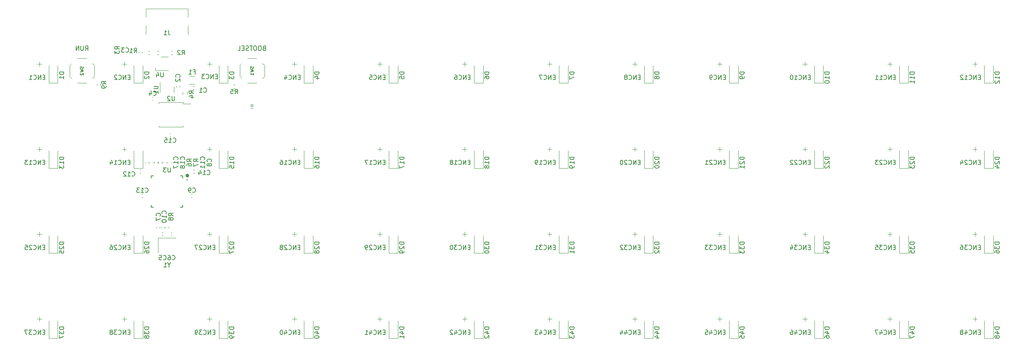
<source format=gbr>
%TF.GenerationSoftware,KiCad,Pcbnew,(6.0.2)*%
%TF.CreationDate,2022-03-24T17:37:40-04:00*%
%TF.ProjectId,OOPS-All-Knobs,4f4f5053-2d41-46c6-9c2d-4b6e6f62732e,rev?*%
%TF.SameCoordinates,Original*%
%TF.FileFunction,Legend,Bot*%
%TF.FilePolarity,Positive*%
%FSLAX46Y46*%
G04 Gerber Fmt 4.6, Leading zero omitted, Abs format (unit mm)*
G04 Created by KiCad (PCBNEW (6.0.2)) date 2022-03-24 17:37:40*
%MOMM*%
%LPD*%
G01*
G04 APERTURE LIST*
%ADD10C,0.150000*%
%ADD11C,0.120000*%
%ADD12C,0.100000*%
%ADD13C,0.127000*%
%ADD14C,0.200000*%
G04 APERTURE END LIST*
D10*
X67255427Y-52920107D02*
G75*
G03*
X67255427Y-52920107I-204782J0D01*
G01*
X67374846Y-52920107D02*
G75*
G03*
X67374846Y-52920107I-324201J0D01*
G01*
X67129258Y-52920107D02*
G75*
G03*
X67129258Y-52920107I-78613J0D01*
G01*
X44238095Y-24952380D02*
X44571428Y-24476190D01*
X44809523Y-24952380D02*
X44809523Y-23952380D01*
X44428571Y-23952380D01*
X44333333Y-24000000D01*
X44285714Y-24047619D01*
X44238095Y-24142857D01*
X44238095Y-24285714D01*
X44285714Y-24380952D01*
X44333333Y-24428571D01*
X44428571Y-24476190D01*
X44809523Y-24476190D01*
X43809523Y-23952380D02*
X43809523Y-24761904D01*
X43761904Y-24857142D01*
X43714285Y-24904761D01*
X43619047Y-24952380D01*
X43428571Y-24952380D01*
X43333333Y-24904761D01*
X43285714Y-24857142D01*
X43238095Y-24761904D01*
X43238095Y-23952380D01*
X42761904Y-24952380D02*
X42761904Y-23952380D01*
X42190476Y-24952380D01*
X42190476Y-23952380D01*
%TO.C,U1*%
X59537155Y-32956524D02*
X60346679Y-32956524D01*
X60441917Y-33004143D01*
X60489536Y-33051762D01*
X60537155Y-33147000D01*
X60537155Y-33337476D01*
X60489536Y-33432714D01*
X60441917Y-33480333D01*
X60346679Y-33527952D01*
X59537155Y-33527952D01*
X60537155Y-34527952D02*
X60537155Y-33956524D01*
X60537155Y-34242238D02*
X59537155Y-34242238D01*
X59680013Y-34147000D01*
X59775251Y-34051762D01*
X59822870Y-33956524D01*
%TO.C,PCB1*%
X84190476Y-24428571D02*
X84047619Y-24476190D01*
X84000000Y-24523809D01*
X83952380Y-24619047D01*
X83952380Y-24761904D01*
X84000000Y-24857142D01*
X84047619Y-24904761D01*
X84142857Y-24952380D01*
X84523809Y-24952380D01*
X84523809Y-23952380D01*
X84190476Y-23952380D01*
X84095238Y-24000000D01*
X84047619Y-24047619D01*
X84000000Y-24142857D01*
X84000000Y-24238095D01*
X84047619Y-24333333D01*
X84095238Y-24380952D01*
X84190476Y-24428571D01*
X84523809Y-24428571D01*
X83333333Y-23952380D02*
X83142857Y-23952380D01*
X83047619Y-24000000D01*
X82952380Y-24095238D01*
X82904761Y-24285714D01*
X82904761Y-24619047D01*
X82952380Y-24809523D01*
X83047619Y-24904761D01*
X83142857Y-24952380D01*
X83333333Y-24952380D01*
X83428571Y-24904761D01*
X83523809Y-24809523D01*
X83571428Y-24619047D01*
X83571428Y-24285714D01*
X83523809Y-24095238D01*
X83428571Y-24000000D01*
X83333333Y-23952380D01*
X82285714Y-23952380D02*
X82095238Y-23952380D01*
X82000000Y-24000000D01*
X81904761Y-24095238D01*
X81857142Y-24285714D01*
X81857142Y-24619047D01*
X81904761Y-24809523D01*
X82000000Y-24904761D01*
X82095238Y-24952380D01*
X82285714Y-24952380D01*
X82380952Y-24904761D01*
X82476190Y-24809523D01*
X82523809Y-24619047D01*
X82523809Y-24285714D01*
X82476190Y-24095238D01*
X82380952Y-24000000D01*
X82285714Y-23952380D01*
X81571428Y-23952380D02*
X81000000Y-23952380D01*
X81285714Y-24952380D02*
X81285714Y-23952380D01*
X80714285Y-24904761D02*
X80571428Y-24952380D01*
X80333333Y-24952380D01*
X80238095Y-24904761D01*
X80190476Y-24857142D01*
X80142857Y-24761904D01*
X80142857Y-24666666D01*
X80190476Y-24571428D01*
X80238095Y-24523809D01*
X80333333Y-24476190D01*
X80523809Y-24428571D01*
X80619047Y-24380952D01*
X80666666Y-24333333D01*
X80714285Y-24238095D01*
X80714285Y-24142857D01*
X80666666Y-24047619D01*
X80619047Y-24000000D01*
X80523809Y-23952380D01*
X80285714Y-23952380D01*
X80142857Y-24000000D01*
X79714285Y-24428571D02*
X79380952Y-24428571D01*
X79238095Y-24952380D02*
X79714285Y-24952380D01*
X79714285Y-23952380D01*
X79238095Y-23952380D01*
X78333333Y-24952380D02*
X78809523Y-24952380D01*
X78809523Y-23952380D01*
%TO.C,ENC36*%
X244190476Y-68928571D02*
X243857142Y-68928571D01*
X243714285Y-69452380D02*
X244190476Y-69452380D01*
X244190476Y-68452380D01*
X243714285Y-68452380D01*
X243285714Y-69452380D02*
X243285714Y-68452380D01*
X242714285Y-69452380D01*
X242714285Y-68452380D01*
X241666666Y-69357142D02*
X241714285Y-69404761D01*
X241857142Y-69452380D01*
X241952380Y-69452380D01*
X242095238Y-69404761D01*
X242190476Y-69309523D01*
X242238095Y-69214285D01*
X242285714Y-69023809D01*
X242285714Y-68880952D01*
X242238095Y-68690476D01*
X242190476Y-68595238D01*
X242095238Y-68500000D01*
X241952380Y-68452380D01*
X241857142Y-68452380D01*
X241714285Y-68500000D01*
X241666666Y-68547619D01*
X241333333Y-68452380D02*
X240714285Y-68452380D01*
X241047619Y-68833333D01*
X240904761Y-68833333D01*
X240809523Y-68880952D01*
X240761904Y-68928571D01*
X240714285Y-69023809D01*
X240714285Y-69261904D01*
X240761904Y-69357142D01*
X240809523Y-69404761D01*
X240904761Y-69452380D01*
X241190476Y-69452380D01*
X241285714Y-69404761D01*
X241333333Y-69357142D01*
X239857142Y-68452380D02*
X240047619Y-68452380D01*
X240142857Y-68500000D01*
X240190476Y-68547619D01*
X240285714Y-68690476D01*
X240333333Y-68880952D01*
X240333333Y-69261904D01*
X240285714Y-69357142D01*
X240238095Y-69404761D01*
X240142857Y-69452380D01*
X239952380Y-69452380D01*
X239857142Y-69404761D01*
X239809523Y-69357142D01*
X239761904Y-69261904D01*
X239761904Y-69023809D01*
X239809523Y-68928571D01*
X239857142Y-68880952D01*
X239952380Y-68833333D01*
X240142857Y-68833333D01*
X240238095Y-68880952D01*
X240285714Y-68928571D01*
X240333333Y-69023809D01*
%TO.C,ENC33*%
X187190476Y-68928571D02*
X186857142Y-68928571D01*
X186714285Y-69452380D02*
X187190476Y-69452380D01*
X187190476Y-68452380D01*
X186714285Y-68452380D01*
X186285714Y-69452380D02*
X186285714Y-68452380D01*
X185714285Y-69452380D01*
X185714285Y-68452380D01*
X184666666Y-69357142D02*
X184714285Y-69404761D01*
X184857142Y-69452380D01*
X184952380Y-69452380D01*
X185095238Y-69404761D01*
X185190476Y-69309523D01*
X185238095Y-69214285D01*
X185285714Y-69023809D01*
X185285714Y-68880952D01*
X185238095Y-68690476D01*
X185190476Y-68595238D01*
X185095238Y-68500000D01*
X184952380Y-68452380D01*
X184857142Y-68452380D01*
X184714285Y-68500000D01*
X184666666Y-68547619D01*
X184333333Y-68452380D02*
X183714285Y-68452380D01*
X184047619Y-68833333D01*
X183904761Y-68833333D01*
X183809523Y-68880952D01*
X183761904Y-68928571D01*
X183714285Y-69023809D01*
X183714285Y-69261904D01*
X183761904Y-69357142D01*
X183809523Y-69404761D01*
X183904761Y-69452380D01*
X184190476Y-69452380D01*
X184285714Y-69404761D01*
X184333333Y-69357142D01*
X183380952Y-68452380D02*
X182761904Y-68452380D01*
X183095238Y-68833333D01*
X182952380Y-68833333D01*
X182857142Y-68880952D01*
X182809523Y-68928571D01*
X182761904Y-69023809D01*
X182761904Y-69261904D01*
X182809523Y-69357142D01*
X182857142Y-69404761D01*
X182952380Y-69452380D01*
X183238095Y-69452380D01*
X183333333Y-69404761D01*
X183380952Y-69357142D01*
%TO.C,ENC11*%
X225190476Y-30928571D02*
X224857142Y-30928571D01*
X224714285Y-31452380D02*
X225190476Y-31452380D01*
X225190476Y-30452380D01*
X224714285Y-30452380D01*
X224285714Y-31452380D02*
X224285714Y-30452380D01*
X223714285Y-31452380D01*
X223714285Y-30452380D01*
X222666666Y-31357142D02*
X222714285Y-31404761D01*
X222857142Y-31452380D01*
X222952380Y-31452380D01*
X223095238Y-31404761D01*
X223190476Y-31309523D01*
X223238095Y-31214285D01*
X223285714Y-31023809D01*
X223285714Y-30880952D01*
X223238095Y-30690476D01*
X223190476Y-30595238D01*
X223095238Y-30500000D01*
X222952380Y-30452380D01*
X222857142Y-30452380D01*
X222714285Y-30500000D01*
X222666666Y-30547619D01*
X221714285Y-31452380D02*
X222285714Y-31452380D01*
X222000000Y-31452380D02*
X222000000Y-30452380D01*
X222095238Y-30595238D01*
X222190476Y-30690476D01*
X222285714Y-30738095D01*
X220761904Y-31452380D02*
X221333333Y-31452380D01*
X221047619Y-31452380D02*
X221047619Y-30452380D01*
X221142857Y-30595238D01*
X221238095Y-30690476D01*
X221333333Y-30738095D01*
%TO.C,ENC12*%
X244190476Y-30928571D02*
X243857142Y-30928571D01*
X243714285Y-31452380D02*
X244190476Y-31452380D01*
X244190476Y-30452380D01*
X243714285Y-30452380D01*
X243285714Y-31452380D02*
X243285714Y-30452380D01*
X242714285Y-31452380D01*
X242714285Y-30452380D01*
X241666666Y-31357142D02*
X241714285Y-31404761D01*
X241857142Y-31452380D01*
X241952380Y-31452380D01*
X242095238Y-31404761D01*
X242190476Y-31309523D01*
X242238095Y-31214285D01*
X242285714Y-31023809D01*
X242285714Y-30880952D01*
X242238095Y-30690476D01*
X242190476Y-30595238D01*
X242095238Y-30500000D01*
X241952380Y-30452380D01*
X241857142Y-30452380D01*
X241714285Y-30500000D01*
X241666666Y-30547619D01*
X240714285Y-31452380D02*
X241285714Y-31452380D01*
X241000000Y-31452380D02*
X241000000Y-30452380D01*
X241095238Y-30595238D01*
X241190476Y-30690476D01*
X241285714Y-30738095D01*
X240333333Y-30547619D02*
X240285714Y-30500000D01*
X240190476Y-30452380D01*
X239952380Y-30452380D01*
X239857142Y-30500000D01*
X239809523Y-30547619D01*
X239761904Y-30642857D01*
X239761904Y-30738095D01*
X239809523Y-30880952D01*
X240380952Y-31452380D01*
X239761904Y-31452380D01*
%TO.C,D44*%
X172452380Y-86785714D02*
X171452380Y-86785714D01*
X171452380Y-87023809D01*
X171500000Y-87166666D01*
X171595238Y-87261904D01*
X171690476Y-87309523D01*
X171880952Y-87357142D01*
X172023809Y-87357142D01*
X172214285Y-87309523D01*
X172309523Y-87261904D01*
X172404761Y-87166666D01*
X172452380Y-87023809D01*
X172452380Y-86785714D01*
X171785714Y-88214285D02*
X172452380Y-88214285D01*
X171404761Y-87976190D02*
X172119047Y-87738095D01*
X172119047Y-88357142D01*
X171785714Y-89166666D02*
X172452380Y-89166666D01*
X171404761Y-88928571D02*
X172119047Y-88690476D01*
X172119047Y-89309523D01*
%TO.C,D9*%
X191452380Y-29761904D02*
X190452380Y-29761904D01*
X190452380Y-30000000D01*
X190500000Y-30142857D01*
X190595238Y-30238095D01*
X190690476Y-30285714D01*
X190880952Y-30333333D01*
X191023809Y-30333333D01*
X191214285Y-30285714D01*
X191309523Y-30238095D01*
X191404761Y-30142857D01*
X191452380Y-30000000D01*
X191452380Y-29761904D01*
X191452380Y-30809523D02*
X191452380Y-31000000D01*
X191404761Y-31095238D01*
X191357142Y-31142857D01*
X191214285Y-31238095D01*
X191023809Y-31285714D01*
X190642857Y-31285714D01*
X190547619Y-31238095D01*
X190500000Y-31190476D01*
X190452380Y-31095238D01*
X190452380Y-30904761D01*
X190500000Y-30809523D01*
X190547619Y-30761904D01*
X190642857Y-30714285D01*
X190880952Y-30714285D01*
X190976190Y-30761904D01*
X191023809Y-30809523D01*
X191071428Y-30904761D01*
X191071428Y-31095238D01*
X191023809Y-31190476D01*
X190976190Y-31238095D01*
X190880952Y-31285714D01*
%TO.C,ENC37*%
X35190476Y-87928571D02*
X34857142Y-87928571D01*
X34714285Y-88452380D02*
X35190476Y-88452380D01*
X35190476Y-87452380D01*
X34714285Y-87452380D01*
X34285714Y-88452380D02*
X34285714Y-87452380D01*
X33714285Y-88452380D01*
X33714285Y-87452380D01*
X32666666Y-88357142D02*
X32714285Y-88404761D01*
X32857142Y-88452380D01*
X32952380Y-88452380D01*
X33095238Y-88404761D01*
X33190476Y-88309523D01*
X33238095Y-88214285D01*
X33285714Y-88023809D01*
X33285714Y-87880952D01*
X33238095Y-87690476D01*
X33190476Y-87595238D01*
X33095238Y-87500000D01*
X32952380Y-87452380D01*
X32857142Y-87452380D01*
X32714285Y-87500000D01*
X32666666Y-87547619D01*
X32333333Y-87452380D02*
X31714285Y-87452380D01*
X32047619Y-87833333D01*
X31904761Y-87833333D01*
X31809523Y-87880952D01*
X31761904Y-87928571D01*
X31714285Y-88023809D01*
X31714285Y-88261904D01*
X31761904Y-88357142D01*
X31809523Y-88404761D01*
X31904761Y-88452380D01*
X32190476Y-88452380D01*
X32285714Y-88404761D01*
X32333333Y-88357142D01*
X31380952Y-87452380D02*
X30714285Y-87452380D01*
X31142857Y-88452380D01*
%TO.C,D28*%
X96452380Y-67785714D02*
X95452380Y-67785714D01*
X95452380Y-68023809D01*
X95500000Y-68166666D01*
X95595238Y-68261904D01*
X95690476Y-68309523D01*
X95880952Y-68357142D01*
X96023809Y-68357142D01*
X96214285Y-68309523D01*
X96309523Y-68261904D01*
X96404761Y-68166666D01*
X96452380Y-68023809D01*
X96452380Y-67785714D01*
X95547619Y-68738095D02*
X95500000Y-68785714D01*
X95452380Y-68880952D01*
X95452380Y-69119047D01*
X95500000Y-69214285D01*
X95547619Y-69261904D01*
X95642857Y-69309523D01*
X95738095Y-69309523D01*
X95880952Y-69261904D01*
X96452380Y-68690476D01*
X96452380Y-69309523D01*
X95880952Y-69880952D02*
X95833333Y-69785714D01*
X95785714Y-69738095D01*
X95690476Y-69690476D01*
X95642857Y-69690476D01*
X95547619Y-69738095D01*
X95500000Y-69785714D01*
X95452380Y-69880952D01*
X95452380Y-70071428D01*
X95500000Y-70166666D01*
X95547619Y-70214285D01*
X95642857Y-70261904D01*
X95690476Y-70261904D01*
X95785714Y-70214285D01*
X95833333Y-70166666D01*
X95880952Y-70071428D01*
X95880952Y-69880952D01*
X95928571Y-69785714D01*
X95976190Y-69738095D01*
X96071428Y-69690476D01*
X96261904Y-69690476D01*
X96357142Y-69738095D01*
X96404761Y-69785714D01*
X96452380Y-69880952D01*
X96452380Y-70071428D01*
X96404761Y-70166666D01*
X96357142Y-70214285D01*
X96261904Y-70261904D01*
X96071428Y-70261904D01*
X95976190Y-70214285D01*
X95928571Y-70166666D01*
X95880952Y-70071428D01*
%TO.C,C10*%
X62257142Y-61440870D02*
X62304761Y-61393251D01*
X62352380Y-61250394D01*
X62352380Y-61155156D01*
X62304761Y-61012299D01*
X62209523Y-60917061D01*
X62114285Y-60869442D01*
X61923809Y-60821823D01*
X61780952Y-60821823D01*
X61590476Y-60869442D01*
X61495238Y-60917061D01*
X61400000Y-61012299D01*
X61352380Y-61155156D01*
X61352380Y-61250394D01*
X61400000Y-61393251D01*
X61447619Y-61440870D01*
X62352380Y-62393251D02*
X62352380Y-61821823D01*
X62352380Y-62107537D02*
X61352380Y-62107537D01*
X61495238Y-62012299D01*
X61590476Y-61917061D01*
X61638095Y-61821823D01*
X61352380Y-63012299D02*
X61352380Y-63107537D01*
X61400000Y-63202775D01*
X61447619Y-63250394D01*
X61542857Y-63298013D01*
X61733333Y-63345632D01*
X61971428Y-63345632D01*
X62161904Y-63298013D01*
X62257142Y-63250394D01*
X62304761Y-63202775D01*
X62352380Y-63107537D01*
X62352380Y-63012299D01*
X62304761Y-62917061D01*
X62257142Y-62869442D01*
X62161904Y-62821823D01*
X61971428Y-62774204D01*
X61733333Y-62774204D01*
X61542857Y-62821823D01*
X61447619Y-62869442D01*
X61400000Y-62917061D01*
X61352380Y-63012299D01*
%TO.C,ENC8*%
X168214285Y-30928571D02*
X167880952Y-30928571D01*
X167738095Y-31452380D02*
X168214285Y-31452380D01*
X168214285Y-30452380D01*
X167738095Y-30452380D01*
X167309523Y-31452380D02*
X167309523Y-30452380D01*
X166738095Y-31452380D01*
X166738095Y-30452380D01*
X165690476Y-31357142D02*
X165738095Y-31404761D01*
X165880952Y-31452380D01*
X165976190Y-31452380D01*
X166119047Y-31404761D01*
X166214285Y-31309523D01*
X166261904Y-31214285D01*
X166309523Y-31023809D01*
X166309523Y-30880952D01*
X166261904Y-30690476D01*
X166214285Y-30595238D01*
X166119047Y-30500000D01*
X165976190Y-30452380D01*
X165880952Y-30452380D01*
X165738095Y-30500000D01*
X165690476Y-30547619D01*
X165119047Y-30880952D02*
X165214285Y-30833333D01*
X165261904Y-30785714D01*
X165309523Y-30690476D01*
X165309523Y-30642857D01*
X165261904Y-30547619D01*
X165214285Y-30500000D01*
X165119047Y-30452380D01*
X164928571Y-30452380D01*
X164833333Y-30500000D01*
X164785714Y-30547619D01*
X164738095Y-30642857D01*
X164738095Y-30690476D01*
X164785714Y-30785714D01*
X164833333Y-30833333D01*
X164928571Y-30880952D01*
X165119047Y-30880952D01*
X165214285Y-30928571D01*
X165261904Y-30976190D01*
X165309523Y-31071428D01*
X165309523Y-31261904D01*
X165261904Y-31357142D01*
X165214285Y-31404761D01*
X165119047Y-31452380D01*
X164928571Y-31452380D01*
X164833333Y-31404761D01*
X164785714Y-31357142D01*
X164738095Y-31261904D01*
X164738095Y-31071428D01*
X164785714Y-30976190D01*
X164833333Y-30928571D01*
X164928571Y-30880952D01*
%TO.C,ENC41*%
X111190476Y-87928571D02*
X110857142Y-87928571D01*
X110714285Y-88452380D02*
X111190476Y-88452380D01*
X111190476Y-87452380D01*
X110714285Y-87452380D01*
X110285714Y-88452380D02*
X110285714Y-87452380D01*
X109714285Y-88452380D01*
X109714285Y-87452380D01*
X108666666Y-88357142D02*
X108714285Y-88404761D01*
X108857142Y-88452380D01*
X108952380Y-88452380D01*
X109095238Y-88404761D01*
X109190476Y-88309523D01*
X109238095Y-88214285D01*
X109285714Y-88023809D01*
X109285714Y-87880952D01*
X109238095Y-87690476D01*
X109190476Y-87595238D01*
X109095238Y-87500000D01*
X108952380Y-87452380D01*
X108857142Y-87452380D01*
X108714285Y-87500000D01*
X108666666Y-87547619D01*
X107809523Y-87785714D02*
X107809523Y-88452380D01*
X108047619Y-87404761D02*
X108285714Y-88119047D01*
X107666666Y-88119047D01*
X106761904Y-88452380D02*
X107333333Y-88452380D01*
X107047619Y-88452380D02*
X107047619Y-87452380D01*
X107142857Y-87595238D01*
X107238095Y-87690476D01*
X107333333Y-87738095D01*
%TO.C,ENC17*%
X111190476Y-49928571D02*
X110857142Y-49928571D01*
X110714285Y-50452380D02*
X111190476Y-50452380D01*
X111190476Y-49452380D01*
X110714285Y-49452380D01*
X110285714Y-50452380D02*
X110285714Y-49452380D01*
X109714285Y-50452380D01*
X109714285Y-49452380D01*
X108666666Y-50357142D02*
X108714285Y-50404761D01*
X108857142Y-50452380D01*
X108952380Y-50452380D01*
X109095238Y-50404761D01*
X109190476Y-50309523D01*
X109238095Y-50214285D01*
X109285714Y-50023809D01*
X109285714Y-49880952D01*
X109238095Y-49690476D01*
X109190476Y-49595238D01*
X109095238Y-49500000D01*
X108952380Y-49452380D01*
X108857142Y-49452380D01*
X108714285Y-49500000D01*
X108666666Y-49547619D01*
X107714285Y-50452380D02*
X108285714Y-50452380D01*
X108000000Y-50452380D02*
X108000000Y-49452380D01*
X108095238Y-49595238D01*
X108190476Y-49690476D01*
X108285714Y-49738095D01*
X107380952Y-49452380D02*
X106714285Y-49452380D01*
X107142857Y-50452380D01*
%TO.C,D4*%
X96452380Y-29761904D02*
X95452380Y-29761904D01*
X95452380Y-30000000D01*
X95500000Y-30142857D01*
X95595238Y-30238095D01*
X95690476Y-30285714D01*
X95880952Y-30333333D01*
X96023809Y-30333333D01*
X96214285Y-30285714D01*
X96309523Y-30238095D01*
X96404761Y-30142857D01*
X96452380Y-30000000D01*
X96452380Y-29761904D01*
X95785714Y-31190476D02*
X96452380Y-31190476D01*
X95404761Y-30952380D02*
X96119047Y-30714285D01*
X96119047Y-31333333D01*
%TO.C,D1*%
X39452380Y-29761904D02*
X38452380Y-29761904D01*
X38452380Y-30000000D01*
X38500000Y-30142857D01*
X38595238Y-30238095D01*
X38690476Y-30285714D01*
X38880952Y-30333333D01*
X39023809Y-30333333D01*
X39214285Y-30285714D01*
X39309523Y-30238095D01*
X39404761Y-30142857D01*
X39452380Y-30000000D01*
X39452380Y-29761904D01*
X39452380Y-31285714D02*
X39452380Y-30714285D01*
X39452380Y-31000000D02*
X38452380Y-31000000D01*
X38595238Y-30904761D01*
X38690476Y-30809523D01*
X38738095Y-30714285D01*
%TO.C,C14*%
X71457187Y-52619255D02*
X71504806Y-52666874D01*
X71647663Y-52714493D01*
X71742901Y-52714493D01*
X71885758Y-52666874D01*
X71980996Y-52571636D01*
X72028615Y-52476398D01*
X72076234Y-52285922D01*
X72076234Y-52143065D01*
X72028615Y-51952589D01*
X71980996Y-51857351D01*
X71885758Y-51762113D01*
X71742901Y-51714493D01*
X71647663Y-51714493D01*
X71504806Y-51762113D01*
X71457187Y-51809732D01*
X70504806Y-52714493D02*
X71076234Y-52714493D01*
X70790520Y-52714493D02*
X70790520Y-51714493D01*
X70885758Y-51857351D01*
X70980996Y-51952589D01*
X71076234Y-52000208D01*
X69647663Y-52047827D02*
X69647663Y-52714493D01*
X69885758Y-51666874D02*
X70123853Y-52381160D01*
X69504806Y-52381160D01*
%TO.C,ENC2*%
X54214285Y-30928571D02*
X53880952Y-30928571D01*
X53738095Y-31452380D02*
X54214285Y-31452380D01*
X54214285Y-30452380D01*
X53738095Y-30452380D01*
X53309523Y-31452380D02*
X53309523Y-30452380D01*
X52738095Y-31452380D01*
X52738095Y-30452380D01*
X51690476Y-31357142D02*
X51738095Y-31404761D01*
X51880952Y-31452380D01*
X51976190Y-31452380D01*
X52119047Y-31404761D01*
X52214285Y-31309523D01*
X52261904Y-31214285D01*
X52309523Y-31023809D01*
X52309523Y-30880952D01*
X52261904Y-30690476D01*
X52214285Y-30595238D01*
X52119047Y-30500000D01*
X51976190Y-30452380D01*
X51880952Y-30452380D01*
X51738095Y-30500000D01*
X51690476Y-30547619D01*
X51309523Y-30547619D02*
X51261904Y-30500000D01*
X51166666Y-30452380D01*
X50928571Y-30452380D01*
X50833333Y-30500000D01*
X50785714Y-30547619D01*
X50738095Y-30642857D01*
X50738095Y-30738095D01*
X50785714Y-30880952D01*
X51357142Y-31452380D01*
X50738095Y-31452380D01*
%TO.C,ENC47*%
X225190476Y-87928571D02*
X224857142Y-87928571D01*
X224714285Y-88452380D02*
X225190476Y-88452380D01*
X225190476Y-87452380D01*
X224714285Y-87452380D01*
X224285714Y-88452380D02*
X224285714Y-87452380D01*
X223714285Y-88452380D01*
X223714285Y-87452380D01*
X222666666Y-88357142D02*
X222714285Y-88404761D01*
X222857142Y-88452380D01*
X222952380Y-88452380D01*
X223095238Y-88404761D01*
X223190476Y-88309523D01*
X223238095Y-88214285D01*
X223285714Y-88023809D01*
X223285714Y-87880952D01*
X223238095Y-87690476D01*
X223190476Y-87595238D01*
X223095238Y-87500000D01*
X222952380Y-87452380D01*
X222857142Y-87452380D01*
X222714285Y-87500000D01*
X222666666Y-87547619D01*
X221809523Y-87785714D02*
X221809523Y-88452380D01*
X222047619Y-87404761D02*
X222285714Y-88119047D01*
X221666666Y-88119047D01*
X221380952Y-87452380D02*
X220714285Y-87452380D01*
X221142857Y-88452380D01*
%TO.C,D23*%
X229452380Y-48785714D02*
X228452380Y-48785714D01*
X228452380Y-49023809D01*
X228500000Y-49166666D01*
X228595238Y-49261904D01*
X228690476Y-49309523D01*
X228880952Y-49357142D01*
X229023809Y-49357142D01*
X229214285Y-49309523D01*
X229309523Y-49261904D01*
X229404761Y-49166666D01*
X229452380Y-49023809D01*
X229452380Y-48785714D01*
X228547619Y-49738095D02*
X228500000Y-49785714D01*
X228452380Y-49880952D01*
X228452380Y-50119047D01*
X228500000Y-50214285D01*
X228547619Y-50261904D01*
X228642857Y-50309523D01*
X228738095Y-50309523D01*
X228880952Y-50261904D01*
X229452380Y-49690476D01*
X229452380Y-50309523D01*
X228452380Y-50642857D02*
X228452380Y-51261904D01*
X228833333Y-50928571D01*
X228833333Y-51071428D01*
X228880952Y-51166666D01*
X228928571Y-51214285D01*
X229023809Y-51261904D01*
X229261904Y-51261904D01*
X229357142Y-51214285D01*
X229404761Y-51166666D01*
X229452380Y-51071428D01*
X229452380Y-50785714D01*
X229404761Y-50690476D01*
X229357142Y-50642857D01*
%TO.C,ENC42*%
X130190476Y-87928571D02*
X129857142Y-87928571D01*
X129714285Y-88452380D02*
X130190476Y-88452380D01*
X130190476Y-87452380D01*
X129714285Y-87452380D01*
X129285714Y-88452380D02*
X129285714Y-87452380D01*
X128714285Y-88452380D01*
X128714285Y-87452380D01*
X127666666Y-88357142D02*
X127714285Y-88404761D01*
X127857142Y-88452380D01*
X127952380Y-88452380D01*
X128095238Y-88404761D01*
X128190476Y-88309523D01*
X128238095Y-88214285D01*
X128285714Y-88023809D01*
X128285714Y-87880952D01*
X128238095Y-87690476D01*
X128190476Y-87595238D01*
X128095238Y-87500000D01*
X127952380Y-87452380D01*
X127857142Y-87452380D01*
X127714285Y-87500000D01*
X127666666Y-87547619D01*
X126809523Y-87785714D02*
X126809523Y-88452380D01*
X127047619Y-87404761D02*
X127285714Y-88119047D01*
X126666666Y-88119047D01*
X126333333Y-87547619D02*
X126285714Y-87500000D01*
X126190476Y-87452380D01*
X125952380Y-87452380D01*
X125857142Y-87500000D01*
X125809523Y-87547619D01*
X125761904Y-87642857D01*
X125761904Y-87738095D01*
X125809523Y-87880952D01*
X126380952Y-88452380D01*
X125761904Y-88452380D01*
%TO.C,D45*%
X191452380Y-86785714D02*
X190452380Y-86785714D01*
X190452380Y-87023809D01*
X190500000Y-87166666D01*
X190595238Y-87261904D01*
X190690476Y-87309523D01*
X190880952Y-87357142D01*
X191023809Y-87357142D01*
X191214285Y-87309523D01*
X191309523Y-87261904D01*
X191404761Y-87166666D01*
X191452380Y-87023809D01*
X191452380Y-86785714D01*
X190785714Y-88214285D02*
X191452380Y-88214285D01*
X190404761Y-87976190D02*
X191119047Y-87738095D01*
X191119047Y-88357142D01*
X190452380Y-89214285D02*
X190452380Y-88738095D01*
X190928571Y-88690476D01*
X190880952Y-88738095D01*
X190833333Y-88833333D01*
X190833333Y-89071428D01*
X190880952Y-89166666D01*
X190928571Y-89214285D01*
X191023809Y-89261904D01*
X191261904Y-89261904D01*
X191357142Y-89214285D01*
X191404761Y-89166666D01*
X191452380Y-89071428D01*
X191452380Y-88833333D01*
X191404761Y-88738095D01*
X191357142Y-88690476D01*
%TO.C,C4*%
X59466666Y-34897142D02*
X59514285Y-34944761D01*
X59657142Y-34992380D01*
X59752380Y-34992380D01*
X59895238Y-34944761D01*
X59990476Y-34849523D01*
X60038095Y-34754285D01*
X60085714Y-34563809D01*
X60085714Y-34420952D01*
X60038095Y-34230476D01*
X59990476Y-34135238D01*
X59895238Y-34040000D01*
X59752380Y-33992380D01*
X59657142Y-33992380D01*
X59514285Y-34040000D01*
X59466666Y-34087619D01*
X58609523Y-34325714D02*
X58609523Y-34992380D01*
X58847619Y-33944761D02*
X59085714Y-34659047D01*
X58466666Y-34659047D01*
%TO.C,D43*%
X153452380Y-86785714D02*
X152452380Y-86785714D01*
X152452380Y-87023809D01*
X152500000Y-87166666D01*
X152595238Y-87261904D01*
X152690476Y-87309523D01*
X152880952Y-87357142D01*
X153023809Y-87357142D01*
X153214285Y-87309523D01*
X153309523Y-87261904D01*
X153404761Y-87166666D01*
X153452380Y-87023809D01*
X153452380Y-86785714D01*
X152785714Y-88214285D02*
X153452380Y-88214285D01*
X152404761Y-87976190D02*
X153119047Y-87738095D01*
X153119047Y-88357142D01*
X152452380Y-88642857D02*
X152452380Y-89261904D01*
X152833333Y-88928571D01*
X152833333Y-89071428D01*
X152880952Y-89166666D01*
X152928571Y-89214285D01*
X153023809Y-89261904D01*
X153261904Y-89261904D01*
X153357142Y-89214285D01*
X153404761Y-89166666D01*
X153452380Y-89071428D01*
X153452380Y-88785714D01*
X153404761Y-88690476D01*
X153357142Y-88642857D01*
%TO.C,D38*%
X58452380Y-86785714D02*
X57452380Y-86785714D01*
X57452380Y-87023809D01*
X57500000Y-87166666D01*
X57595238Y-87261904D01*
X57690476Y-87309523D01*
X57880952Y-87357142D01*
X58023809Y-87357142D01*
X58214285Y-87309523D01*
X58309523Y-87261904D01*
X58404761Y-87166666D01*
X58452380Y-87023809D01*
X58452380Y-86785714D01*
X57452380Y-87690476D02*
X57452380Y-88309523D01*
X57833333Y-87976190D01*
X57833333Y-88119047D01*
X57880952Y-88214285D01*
X57928571Y-88261904D01*
X58023809Y-88309523D01*
X58261904Y-88309523D01*
X58357142Y-88261904D01*
X58404761Y-88214285D01*
X58452380Y-88119047D01*
X58452380Y-87833333D01*
X58404761Y-87738095D01*
X58357142Y-87690476D01*
X57880952Y-88880952D02*
X57833333Y-88785714D01*
X57785714Y-88738095D01*
X57690476Y-88690476D01*
X57642857Y-88690476D01*
X57547619Y-88738095D01*
X57500000Y-88785714D01*
X57452380Y-88880952D01*
X57452380Y-89071428D01*
X57500000Y-89166666D01*
X57547619Y-89214285D01*
X57642857Y-89261904D01*
X57690476Y-89261904D01*
X57785714Y-89214285D01*
X57833333Y-89166666D01*
X57880952Y-89071428D01*
X57880952Y-88880952D01*
X57928571Y-88785714D01*
X57976190Y-88738095D01*
X58071428Y-88690476D01*
X58261904Y-88690476D01*
X58357142Y-88738095D01*
X58404761Y-88785714D01*
X58452380Y-88880952D01*
X58452380Y-89071428D01*
X58404761Y-89166666D01*
X58357142Y-89214285D01*
X58261904Y-89261904D01*
X58071428Y-89261904D01*
X57976190Y-89214285D01*
X57928571Y-89166666D01*
X57880952Y-89071428D01*
%TO.C,ENC25*%
X35190476Y-68928571D02*
X34857142Y-68928571D01*
X34714285Y-69452380D02*
X35190476Y-69452380D01*
X35190476Y-68452380D01*
X34714285Y-68452380D01*
X34285714Y-69452380D02*
X34285714Y-68452380D01*
X33714285Y-69452380D01*
X33714285Y-68452380D01*
X32666666Y-69357142D02*
X32714285Y-69404761D01*
X32857142Y-69452380D01*
X32952380Y-69452380D01*
X33095238Y-69404761D01*
X33190476Y-69309523D01*
X33238095Y-69214285D01*
X33285714Y-69023809D01*
X33285714Y-68880952D01*
X33238095Y-68690476D01*
X33190476Y-68595238D01*
X33095238Y-68500000D01*
X32952380Y-68452380D01*
X32857142Y-68452380D01*
X32714285Y-68500000D01*
X32666666Y-68547619D01*
X32285714Y-68547619D02*
X32238095Y-68500000D01*
X32142857Y-68452380D01*
X31904761Y-68452380D01*
X31809523Y-68500000D01*
X31761904Y-68547619D01*
X31714285Y-68642857D01*
X31714285Y-68738095D01*
X31761904Y-68880952D01*
X32333333Y-69452380D01*
X31714285Y-69452380D01*
X30809523Y-68452380D02*
X31285714Y-68452380D01*
X31333333Y-68928571D01*
X31285714Y-68880952D01*
X31190476Y-68833333D01*
X30952380Y-68833333D01*
X30857142Y-68880952D01*
X30809523Y-68928571D01*
X30761904Y-69023809D01*
X30761904Y-69261904D01*
X30809523Y-69357142D01*
X30857142Y-69404761D01*
X30952380Y-69452380D01*
X31190476Y-69452380D01*
X31285714Y-69404761D01*
X31333333Y-69357142D01*
%TO.C,R3*%
X51829336Y-24680379D02*
X51353146Y-24347046D01*
X51829336Y-24108950D02*
X50829336Y-24108950D01*
X50829336Y-24489903D01*
X50876956Y-24585141D01*
X50924575Y-24632760D01*
X51019813Y-24680379D01*
X51162670Y-24680379D01*
X51257908Y-24632760D01*
X51305527Y-24585141D01*
X51353146Y-24489903D01*
X51353146Y-24108950D01*
X50829336Y-25013712D02*
X50829336Y-25632760D01*
X51210289Y-25299426D01*
X51210289Y-25442284D01*
X51257908Y-25537522D01*
X51305527Y-25585141D01*
X51400765Y-25632760D01*
X51638860Y-25632760D01*
X51734098Y-25585141D01*
X51781717Y-25537522D01*
X51829336Y-25442284D01*
X51829336Y-25156569D01*
X51781717Y-25061331D01*
X51734098Y-25013712D01*
%TO.C,ENC45*%
X187190476Y-87928571D02*
X186857142Y-87928571D01*
X186714285Y-88452380D02*
X187190476Y-88452380D01*
X187190476Y-87452380D01*
X186714285Y-87452380D01*
X186285714Y-88452380D02*
X186285714Y-87452380D01*
X185714285Y-88452380D01*
X185714285Y-87452380D01*
X184666666Y-88357142D02*
X184714285Y-88404761D01*
X184857142Y-88452380D01*
X184952380Y-88452380D01*
X185095238Y-88404761D01*
X185190476Y-88309523D01*
X185238095Y-88214285D01*
X185285714Y-88023809D01*
X185285714Y-87880952D01*
X185238095Y-87690476D01*
X185190476Y-87595238D01*
X185095238Y-87500000D01*
X184952380Y-87452380D01*
X184857142Y-87452380D01*
X184714285Y-87500000D01*
X184666666Y-87547619D01*
X183809523Y-87785714D02*
X183809523Y-88452380D01*
X184047619Y-87404761D02*
X184285714Y-88119047D01*
X183666666Y-88119047D01*
X182809523Y-87452380D02*
X183285714Y-87452380D01*
X183333333Y-87928571D01*
X183285714Y-87880952D01*
X183190476Y-87833333D01*
X182952380Y-87833333D01*
X182857142Y-87880952D01*
X182809523Y-87928571D01*
X182761904Y-88023809D01*
X182761904Y-88261904D01*
X182809523Y-88357142D01*
X182857142Y-88404761D01*
X182952380Y-88452380D01*
X183190476Y-88452380D01*
X183285714Y-88404761D01*
X183333333Y-88357142D01*
%TO.C,R8*%
X63852380Y-61933333D02*
X63376190Y-61600000D01*
X63852380Y-61361904D02*
X62852380Y-61361904D01*
X62852380Y-61742857D01*
X62900000Y-61838095D01*
X62947619Y-61885714D01*
X63042857Y-61933333D01*
X63185714Y-61933333D01*
X63280952Y-61885714D01*
X63328571Y-61838095D01*
X63376190Y-61742857D01*
X63376190Y-61361904D01*
X63280952Y-62504761D02*
X63233333Y-62409523D01*
X63185714Y-62361904D01*
X63090476Y-62314285D01*
X63042857Y-62314285D01*
X62947619Y-62361904D01*
X62900000Y-62409523D01*
X62852380Y-62504761D01*
X62852380Y-62695238D01*
X62900000Y-62790476D01*
X62947619Y-62838095D01*
X63042857Y-62885714D01*
X63090476Y-62885714D01*
X63185714Y-62838095D01*
X63233333Y-62790476D01*
X63280952Y-62695238D01*
X63280952Y-62504761D01*
X63328571Y-62409523D01*
X63376190Y-62361904D01*
X63471428Y-62314285D01*
X63661904Y-62314285D01*
X63757142Y-62361904D01*
X63804761Y-62409523D01*
X63852380Y-62504761D01*
X63852380Y-62695238D01*
X63804761Y-62790476D01*
X63757142Y-62838095D01*
X63661904Y-62885714D01*
X63471428Y-62885714D01*
X63376190Y-62838095D01*
X63328571Y-62790476D01*
X63280952Y-62695238D01*
%TO.C,D16*%
X96452380Y-48785714D02*
X95452380Y-48785714D01*
X95452380Y-49023809D01*
X95500000Y-49166666D01*
X95595238Y-49261904D01*
X95690476Y-49309523D01*
X95880952Y-49357142D01*
X96023809Y-49357142D01*
X96214285Y-49309523D01*
X96309523Y-49261904D01*
X96404761Y-49166666D01*
X96452380Y-49023809D01*
X96452380Y-48785714D01*
X96452380Y-50309523D02*
X96452380Y-49738095D01*
X96452380Y-50023809D02*
X95452380Y-50023809D01*
X95595238Y-49928571D01*
X95690476Y-49833333D01*
X95738095Y-49738095D01*
X95452380Y-51166666D02*
X95452380Y-50976190D01*
X95500000Y-50880952D01*
X95547619Y-50833333D01*
X95690476Y-50738095D01*
X95880952Y-50690476D01*
X96261904Y-50690476D01*
X96357142Y-50738095D01*
X96404761Y-50785714D01*
X96452380Y-50880952D01*
X96452380Y-51071428D01*
X96404761Y-51166666D01*
X96357142Y-51214285D01*
X96261904Y-51261904D01*
X96023809Y-51261904D01*
X95928571Y-51214285D01*
X95880952Y-51166666D01*
X95833333Y-51071428D01*
X95833333Y-50880952D01*
X95880952Y-50785714D01*
X95928571Y-50738095D01*
X96023809Y-50690476D01*
%TO.C,C6*%
X63666666Y-71657142D02*
X63714285Y-71704761D01*
X63857142Y-71752380D01*
X63952380Y-71752380D01*
X64095238Y-71704761D01*
X64190476Y-71609523D01*
X64238095Y-71514285D01*
X64285714Y-71323809D01*
X64285714Y-71180952D01*
X64238095Y-70990476D01*
X64190476Y-70895238D01*
X64095238Y-70800000D01*
X63952380Y-70752380D01*
X63857142Y-70752380D01*
X63714285Y-70800000D01*
X63666666Y-70847619D01*
X62809523Y-70752380D02*
X63000000Y-70752380D01*
X63095238Y-70800000D01*
X63142857Y-70847619D01*
X63238095Y-70990476D01*
X63285714Y-71180952D01*
X63285714Y-71561904D01*
X63238095Y-71657142D01*
X63190476Y-71704761D01*
X63095238Y-71752380D01*
X62904761Y-71752380D01*
X62809523Y-71704761D01*
X62761904Y-71657142D01*
X62714285Y-71561904D01*
X62714285Y-71323809D01*
X62761904Y-71228571D01*
X62809523Y-71180952D01*
X62904761Y-71133333D01*
X63095238Y-71133333D01*
X63190476Y-71180952D01*
X63238095Y-71228571D01*
X63285714Y-71323809D01*
%TO.C,D11*%
X229452380Y-29785714D02*
X228452380Y-29785714D01*
X228452380Y-30023809D01*
X228500000Y-30166666D01*
X228595238Y-30261904D01*
X228690476Y-30309523D01*
X228880952Y-30357142D01*
X229023809Y-30357142D01*
X229214285Y-30309523D01*
X229309523Y-30261904D01*
X229404761Y-30166666D01*
X229452380Y-30023809D01*
X229452380Y-29785714D01*
X229452380Y-31309523D02*
X229452380Y-30738095D01*
X229452380Y-31023809D02*
X228452380Y-31023809D01*
X228595238Y-30928571D01*
X228690476Y-30833333D01*
X228738095Y-30738095D01*
X229452380Y-32261904D02*
X229452380Y-31690476D01*
X229452380Y-31976190D02*
X228452380Y-31976190D01*
X228595238Y-31880952D01*
X228690476Y-31785714D01*
X228738095Y-31690476D01*
%TO.C,D26*%
X58452380Y-67785714D02*
X57452380Y-67785714D01*
X57452380Y-68023809D01*
X57500000Y-68166666D01*
X57595238Y-68261904D01*
X57690476Y-68309523D01*
X57880952Y-68357142D01*
X58023809Y-68357142D01*
X58214285Y-68309523D01*
X58309523Y-68261904D01*
X58404761Y-68166666D01*
X58452380Y-68023809D01*
X58452380Y-67785714D01*
X57547619Y-68738095D02*
X57500000Y-68785714D01*
X57452380Y-68880952D01*
X57452380Y-69119047D01*
X57500000Y-69214285D01*
X57547619Y-69261904D01*
X57642857Y-69309523D01*
X57738095Y-69309523D01*
X57880952Y-69261904D01*
X58452380Y-68690476D01*
X58452380Y-69309523D01*
X57452380Y-70166666D02*
X57452380Y-69976190D01*
X57500000Y-69880952D01*
X57547619Y-69833333D01*
X57690476Y-69738095D01*
X57880952Y-69690476D01*
X58261904Y-69690476D01*
X58357142Y-69738095D01*
X58404761Y-69785714D01*
X58452380Y-69880952D01*
X58452380Y-70071428D01*
X58404761Y-70166666D01*
X58357142Y-70214285D01*
X58261904Y-70261904D01*
X58023809Y-70261904D01*
X57928571Y-70214285D01*
X57880952Y-70166666D01*
X57833333Y-70071428D01*
X57833333Y-69880952D01*
X57880952Y-69785714D01*
X57928571Y-69738095D01*
X58023809Y-69690476D01*
%TO.C,ENC3*%
X73768108Y-30736700D02*
X73434775Y-30736700D01*
X73291918Y-31260509D02*
X73768108Y-31260509D01*
X73768108Y-30260509D01*
X73291918Y-30260509D01*
X72863346Y-31260509D02*
X72863346Y-30260509D01*
X72291918Y-31260509D01*
X72291918Y-30260509D01*
X71244299Y-31165271D02*
X71291918Y-31212890D01*
X71434775Y-31260509D01*
X71530013Y-31260509D01*
X71672870Y-31212890D01*
X71768108Y-31117652D01*
X71815727Y-31022414D01*
X71863346Y-30831938D01*
X71863346Y-30689081D01*
X71815727Y-30498605D01*
X71768108Y-30403367D01*
X71672870Y-30308129D01*
X71530013Y-30260509D01*
X71434775Y-30260509D01*
X71291918Y-30308129D01*
X71244299Y-30355748D01*
X70910965Y-30260509D02*
X70291918Y-30260509D01*
X70625251Y-30641462D01*
X70482394Y-30641462D01*
X70387156Y-30689081D01*
X70339537Y-30736700D01*
X70291918Y-30831938D01*
X70291918Y-31070033D01*
X70339537Y-31165271D01*
X70387156Y-31212890D01*
X70482394Y-31260509D01*
X70768108Y-31260509D01*
X70863346Y-31212890D01*
X70910965Y-31165271D01*
%TO.C,C8*%
X72357142Y-49833333D02*
X72404761Y-49785714D01*
X72452380Y-49642857D01*
X72452380Y-49547619D01*
X72404761Y-49404761D01*
X72309523Y-49309523D01*
X72214285Y-49261904D01*
X72023809Y-49214285D01*
X71880952Y-49214285D01*
X71690476Y-49261904D01*
X71595238Y-49309523D01*
X71500000Y-49404761D01*
X71452380Y-49547619D01*
X71452380Y-49642857D01*
X71500000Y-49785714D01*
X71547619Y-49833333D01*
X71880952Y-50404761D02*
X71833333Y-50309523D01*
X71785714Y-50261904D01*
X71690476Y-50214285D01*
X71642857Y-50214285D01*
X71547619Y-50261904D01*
X71500000Y-50309523D01*
X71452380Y-50404761D01*
X71452380Y-50595238D01*
X71500000Y-50690476D01*
X71547619Y-50738095D01*
X71642857Y-50785714D01*
X71690476Y-50785714D01*
X71785714Y-50738095D01*
X71833333Y-50690476D01*
X71880952Y-50595238D01*
X71880952Y-50404761D01*
X71928571Y-50309523D01*
X71976190Y-50261904D01*
X72071428Y-50214285D01*
X72261904Y-50214285D01*
X72357142Y-50261904D01*
X72404761Y-50309523D01*
X72452380Y-50404761D01*
X72452380Y-50595238D01*
X72404761Y-50690476D01*
X72357142Y-50738095D01*
X72261904Y-50785714D01*
X72071428Y-50785714D01*
X71976190Y-50738095D01*
X71928571Y-50690476D01*
X71880952Y-50595238D01*
%TO.C,D13*%
X39452380Y-48785714D02*
X38452380Y-48785714D01*
X38452380Y-49023809D01*
X38500000Y-49166666D01*
X38595238Y-49261904D01*
X38690476Y-49309523D01*
X38880952Y-49357142D01*
X39023809Y-49357142D01*
X39214285Y-49309523D01*
X39309523Y-49261904D01*
X39404761Y-49166666D01*
X39452380Y-49023809D01*
X39452380Y-48785714D01*
X39452380Y-50309523D02*
X39452380Y-49738095D01*
X39452380Y-50023809D02*
X38452380Y-50023809D01*
X38595238Y-49928571D01*
X38690476Y-49833333D01*
X38738095Y-49738095D01*
X38452380Y-50642857D02*
X38452380Y-51261904D01*
X38833333Y-50928571D01*
X38833333Y-51071428D01*
X38880952Y-51166666D01*
X38928571Y-51214285D01*
X39023809Y-51261904D01*
X39261904Y-51261904D01*
X39357142Y-51214285D01*
X39404761Y-51166666D01*
X39452380Y-51071428D01*
X39452380Y-50785714D01*
X39404761Y-50690476D01*
X39357142Y-50642857D01*
%TO.C,D39*%
X77452380Y-86785714D02*
X76452380Y-86785714D01*
X76452380Y-87023809D01*
X76500000Y-87166666D01*
X76595238Y-87261904D01*
X76690476Y-87309523D01*
X76880952Y-87357142D01*
X77023809Y-87357142D01*
X77214285Y-87309523D01*
X77309523Y-87261904D01*
X77404761Y-87166666D01*
X77452380Y-87023809D01*
X77452380Y-86785714D01*
X76452380Y-87690476D02*
X76452380Y-88309523D01*
X76833333Y-87976190D01*
X76833333Y-88119047D01*
X76880952Y-88214285D01*
X76928571Y-88261904D01*
X77023809Y-88309523D01*
X77261904Y-88309523D01*
X77357142Y-88261904D01*
X77404761Y-88214285D01*
X77452380Y-88119047D01*
X77452380Y-87833333D01*
X77404761Y-87738095D01*
X77357142Y-87690476D01*
X77452380Y-88785714D02*
X77452380Y-88976190D01*
X77404761Y-89071428D01*
X77357142Y-89119047D01*
X77214285Y-89214285D01*
X77023809Y-89261904D01*
X76642857Y-89261904D01*
X76547619Y-89214285D01*
X76500000Y-89166666D01*
X76452380Y-89071428D01*
X76452380Y-88880952D01*
X76500000Y-88785714D01*
X76547619Y-88738095D01*
X76642857Y-88690476D01*
X76880952Y-88690476D01*
X76976190Y-88738095D01*
X77023809Y-88785714D01*
X77071428Y-88880952D01*
X77071428Y-89071428D01*
X77023809Y-89166666D01*
X76976190Y-89214285D01*
X76880952Y-89261904D01*
%TO.C,D5*%
X115452380Y-29761904D02*
X114452380Y-29761904D01*
X114452380Y-30000000D01*
X114500000Y-30142857D01*
X114595238Y-30238095D01*
X114690476Y-30285714D01*
X114880952Y-30333333D01*
X115023809Y-30333333D01*
X115214285Y-30285714D01*
X115309523Y-30238095D01*
X115404761Y-30142857D01*
X115452380Y-30000000D01*
X115452380Y-29761904D01*
X114452380Y-31238095D02*
X114452380Y-30761904D01*
X114928571Y-30714285D01*
X114880952Y-30761904D01*
X114833333Y-30857142D01*
X114833333Y-31095238D01*
X114880952Y-31190476D01*
X114928571Y-31238095D01*
X115023809Y-31285714D01*
X115261904Y-31285714D01*
X115357142Y-31238095D01*
X115404761Y-31190476D01*
X115452380Y-31095238D01*
X115452380Y-30857142D01*
X115404761Y-30761904D01*
X115357142Y-30714285D01*
%TO.C,ENC19*%
X149190476Y-49928571D02*
X148857142Y-49928571D01*
X148714285Y-50452380D02*
X149190476Y-50452380D01*
X149190476Y-49452380D01*
X148714285Y-49452380D01*
X148285714Y-50452380D02*
X148285714Y-49452380D01*
X147714285Y-50452380D01*
X147714285Y-49452380D01*
X146666666Y-50357142D02*
X146714285Y-50404761D01*
X146857142Y-50452380D01*
X146952380Y-50452380D01*
X147095238Y-50404761D01*
X147190476Y-50309523D01*
X147238095Y-50214285D01*
X147285714Y-50023809D01*
X147285714Y-49880952D01*
X147238095Y-49690476D01*
X147190476Y-49595238D01*
X147095238Y-49500000D01*
X146952380Y-49452380D01*
X146857142Y-49452380D01*
X146714285Y-49500000D01*
X146666666Y-49547619D01*
X145714285Y-50452380D02*
X146285714Y-50452380D01*
X146000000Y-50452380D02*
X146000000Y-49452380D01*
X146095238Y-49595238D01*
X146190476Y-49690476D01*
X146285714Y-49738095D01*
X145238095Y-50452380D02*
X145047619Y-50452380D01*
X144952380Y-50404761D01*
X144904761Y-50357142D01*
X144809523Y-50214285D01*
X144761904Y-50023809D01*
X144761904Y-49642857D01*
X144809523Y-49547619D01*
X144857142Y-49500000D01*
X144952380Y-49452380D01*
X145142857Y-49452380D01*
X145238095Y-49500000D01*
X145285714Y-49547619D01*
X145333333Y-49642857D01*
X145333333Y-49880952D01*
X145285714Y-49976190D01*
X145238095Y-50023809D01*
X145142857Y-50071428D01*
X144952380Y-50071428D01*
X144857142Y-50023809D01*
X144809523Y-49976190D01*
X144761904Y-49880952D01*
%TO.C,SW1*%
X81783333Y-28566666D02*
X81816666Y-28666666D01*
X81816666Y-28833333D01*
X81783333Y-28900000D01*
X81750000Y-28933333D01*
X81683333Y-28966666D01*
X81616666Y-28966666D01*
X81550000Y-28933333D01*
X81516666Y-28900000D01*
X81483333Y-28833333D01*
X81450000Y-28700000D01*
X81416666Y-28633333D01*
X81383333Y-28600000D01*
X81316666Y-28566666D01*
X81250000Y-28566666D01*
X81183333Y-28600000D01*
X81150000Y-28633333D01*
X81116666Y-28700000D01*
X81116666Y-28866666D01*
X81150000Y-28966666D01*
X81116666Y-29200000D02*
X81816666Y-29366666D01*
X81316666Y-29500000D01*
X81816666Y-29633333D01*
X81116666Y-29800000D01*
X81816666Y-30433333D02*
X81816666Y-30033333D01*
X81816666Y-30233333D02*
X81116666Y-30233333D01*
X81216666Y-30166666D01*
X81283333Y-30100000D01*
X81316666Y-30033333D01*
%TO.C,D19*%
X153452380Y-48785714D02*
X152452380Y-48785714D01*
X152452380Y-49023809D01*
X152500000Y-49166666D01*
X152595238Y-49261904D01*
X152690476Y-49309523D01*
X152880952Y-49357142D01*
X153023809Y-49357142D01*
X153214285Y-49309523D01*
X153309523Y-49261904D01*
X153404761Y-49166666D01*
X153452380Y-49023809D01*
X153452380Y-48785714D01*
X153452380Y-50309523D02*
X153452380Y-49738095D01*
X153452380Y-50023809D02*
X152452380Y-50023809D01*
X152595238Y-49928571D01*
X152690476Y-49833333D01*
X152738095Y-49738095D01*
X153452380Y-50785714D02*
X153452380Y-50976190D01*
X153404761Y-51071428D01*
X153357142Y-51119047D01*
X153214285Y-51214285D01*
X153023809Y-51261904D01*
X152642857Y-51261904D01*
X152547619Y-51214285D01*
X152500000Y-51166666D01*
X152452380Y-51071428D01*
X152452380Y-50880952D01*
X152500000Y-50785714D01*
X152547619Y-50738095D01*
X152642857Y-50690476D01*
X152880952Y-50690476D01*
X152976190Y-50738095D01*
X153023809Y-50785714D01*
X153071428Y-50880952D01*
X153071428Y-51071428D01*
X153023809Y-51166666D01*
X152976190Y-51214285D01*
X152880952Y-51261904D01*
%TO.C,D22*%
X210452380Y-48785714D02*
X209452380Y-48785714D01*
X209452380Y-49023809D01*
X209500000Y-49166666D01*
X209595238Y-49261904D01*
X209690476Y-49309523D01*
X209880952Y-49357142D01*
X210023809Y-49357142D01*
X210214285Y-49309523D01*
X210309523Y-49261904D01*
X210404761Y-49166666D01*
X210452380Y-49023809D01*
X210452380Y-48785714D01*
X209547619Y-49738095D02*
X209500000Y-49785714D01*
X209452380Y-49880952D01*
X209452380Y-50119047D01*
X209500000Y-50214285D01*
X209547619Y-50261904D01*
X209642857Y-50309523D01*
X209738095Y-50309523D01*
X209880952Y-50261904D01*
X210452380Y-49690476D01*
X210452380Y-50309523D01*
X209547619Y-50690476D02*
X209500000Y-50738095D01*
X209452380Y-50833333D01*
X209452380Y-51071428D01*
X209500000Y-51166666D01*
X209547619Y-51214285D01*
X209642857Y-51261904D01*
X209738095Y-51261904D01*
X209880952Y-51214285D01*
X210452380Y-50642857D01*
X210452380Y-51261904D01*
%TO.C,D36*%
X248452380Y-67785714D02*
X247452380Y-67785714D01*
X247452380Y-68023809D01*
X247500000Y-68166666D01*
X247595238Y-68261904D01*
X247690476Y-68309523D01*
X247880952Y-68357142D01*
X248023809Y-68357142D01*
X248214285Y-68309523D01*
X248309523Y-68261904D01*
X248404761Y-68166666D01*
X248452380Y-68023809D01*
X248452380Y-67785714D01*
X247452380Y-68690476D02*
X247452380Y-69309523D01*
X247833333Y-68976190D01*
X247833333Y-69119047D01*
X247880952Y-69214285D01*
X247928571Y-69261904D01*
X248023809Y-69309523D01*
X248261904Y-69309523D01*
X248357142Y-69261904D01*
X248404761Y-69214285D01*
X248452380Y-69119047D01*
X248452380Y-68833333D01*
X248404761Y-68738095D01*
X248357142Y-68690476D01*
X247452380Y-70166666D02*
X247452380Y-69976190D01*
X247500000Y-69880952D01*
X247547619Y-69833333D01*
X247690476Y-69738095D01*
X247880952Y-69690476D01*
X248261904Y-69690476D01*
X248357142Y-69738095D01*
X248404761Y-69785714D01*
X248452380Y-69880952D01*
X248452380Y-70071428D01*
X248404761Y-70166666D01*
X248357142Y-70214285D01*
X248261904Y-70261904D01*
X248023809Y-70261904D01*
X247928571Y-70214285D01*
X247880952Y-70166666D01*
X247833333Y-70071428D01*
X247833333Y-69880952D01*
X247880952Y-69785714D01*
X247928571Y-69738095D01*
X248023809Y-69690476D01*
%TO.C,F1*%
X68433333Y-29708571D02*
X68766666Y-29708571D01*
X68766666Y-30232380D02*
X68766666Y-29232380D01*
X68290476Y-29232380D01*
X67385714Y-30232380D02*
X67957142Y-30232380D01*
X67671428Y-30232380D02*
X67671428Y-29232380D01*
X67766666Y-29375238D01*
X67861904Y-29470476D01*
X67957142Y-29518095D01*
%TO.C,C12*%
X54683409Y-52946642D02*
X54731028Y-52994261D01*
X54873885Y-53041880D01*
X54969123Y-53041880D01*
X55111980Y-52994261D01*
X55207218Y-52899023D01*
X55254837Y-52803785D01*
X55302456Y-52613309D01*
X55302456Y-52470452D01*
X55254837Y-52279976D01*
X55207218Y-52184738D01*
X55111980Y-52089500D01*
X54969123Y-52041880D01*
X54873885Y-52041880D01*
X54731028Y-52089500D01*
X54683409Y-52137119D01*
X53731028Y-53041880D02*
X54302456Y-53041880D01*
X54016742Y-53041880D02*
X54016742Y-52041880D01*
X54111980Y-52184738D01*
X54207218Y-52279976D01*
X54302456Y-52327595D01*
X53350075Y-52137119D02*
X53302456Y-52089500D01*
X53207218Y-52041880D01*
X52969123Y-52041880D01*
X52873885Y-52089500D01*
X52826266Y-52137119D01*
X52778647Y-52232357D01*
X52778647Y-52327595D01*
X52826266Y-52470452D01*
X53397694Y-53041880D01*
X52778647Y-53041880D01*
%TO.C,D27*%
X77452380Y-67785714D02*
X76452380Y-67785714D01*
X76452380Y-68023809D01*
X76500000Y-68166666D01*
X76595238Y-68261904D01*
X76690476Y-68309523D01*
X76880952Y-68357142D01*
X77023809Y-68357142D01*
X77214285Y-68309523D01*
X77309523Y-68261904D01*
X77404761Y-68166666D01*
X77452380Y-68023809D01*
X77452380Y-67785714D01*
X76547619Y-68738095D02*
X76500000Y-68785714D01*
X76452380Y-68880952D01*
X76452380Y-69119047D01*
X76500000Y-69214285D01*
X76547619Y-69261904D01*
X76642857Y-69309523D01*
X76738095Y-69309523D01*
X76880952Y-69261904D01*
X77452380Y-68690476D01*
X77452380Y-69309523D01*
X76452380Y-69642857D02*
X76452380Y-70309523D01*
X77452380Y-69880952D01*
%TO.C,Y1*%
X62969640Y-72876190D02*
X62969640Y-73352380D01*
X63302973Y-72352380D02*
X62969640Y-72876190D01*
X62636307Y-72352380D01*
X61779164Y-73352380D02*
X62350592Y-73352380D01*
X62064878Y-73352380D02*
X62064878Y-72352380D01*
X62160116Y-72495238D01*
X62255354Y-72590476D01*
X62350592Y-72638095D01*
%TO.C,C5*%
X61666666Y-71657142D02*
X61714285Y-71704761D01*
X61857142Y-71752380D01*
X61952380Y-71752380D01*
X62095238Y-71704761D01*
X62190476Y-71609523D01*
X62238095Y-71514285D01*
X62285714Y-71323809D01*
X62285714Y-71180952D01*
X62238095Y-70990476D01*
X62190476Y-70895238D01*
X62095238Y-70800000D01*
X61952380Y-70752380D01*
X61857142Y-70752380D01*
X61714285Y-70800000D01*
X61666666Y-70847619D01*
X60761904Y-70752380D02*
X61238095Y-70752380D01*
X61285714Y-71228571D01*
X61238095Y-71180952D01*
X61142857Y-71133333D01*
X60904761Y-71133333D01*
X60809523Y-71180952D01*
X60761904Y-71228571D01*
X60714285Y-71323809D01*
X60714285Y-71561904D01*
X60761904Y-71657142D01*
X60809523Y-71704761D01*
X60904761Y-71752380D01*
X61142857Y-71752380D01*
X61238095Y-71704761D01*
X61285714Y-71657142D01*
%TO.C,R6*%
X67952380Y-49833333D02*
X67476190Y-49500000D01*
X67952380Y-49261904D02*
X66952380Y-49261904D01*
X66952380Y-49642857D01*
X67000000Y-49738095D01*
X67047619Y-49785714D01*
X67142857Y-49833333D01*
X67285714Y-49833333D01*
X67380952Y-49785714D01*
X67428571Y-49738095D01*
X67476190Y-49642857D01*
X67476190Y-49261904D01*
X66952380Y-50690476D02*
X66952380Y-50500000D01*
X67000000Y-50404761D01*
X67047619Y-50357142D01*
X67190476Y-50261904D01*
X67380952Y-50214285D01*
X67761904Y-50214285D01*
X67857142Y-50261904D01*
X67904761Y-50309523D01*
X67952380Y-50404761D01*
X67952380Y-50595238D01*
X67904761Y-50690476D01*
X67857142Y-50738095D01*
X67761904Y-50785714D01*
X67523809Y-50785714D01*
X67428571Y-50738095D01*
X67380952Y-50690476D01*
X67333333Y-50595238D01*
X67333333Y-50404761D01*
X67380952Y-50309523D01*
X67428571Y-50261904D01*
X67523809Y-50214285D01*
%TO.C,ENC32*%
X168190476Y-68928571D02*
X167857142Y-68928571D01*
X167714285Y-69452380D02*
X168190476Y-69452380D01*
X168190476Y-68452380D01*
X167714285Y-68452380D01*
X167285714Y-69452380D02*
X167285714Y-68452380D01*
X166714285Y-69452380D01*
X166714285Y-68452380D01*
X165666666Y-69357142D02*
X165714285Y-69404761D01*
X165857142Y-69452380D01*
X165952380Y-69452380D01*
X166095238Y-69404761D01*
X166190476Y-69309523D01*
X166238095Y-69214285D01*
X166285714Y-69023809D01*
X166285714Y-68880952D01*
X166238095Y-68690476D01*
X166190476Y-68595238D01*
X166095238Y-68500000D01*
X165952380Y-68452380D01*
X165857142Y-68452380D01*
X165714285Y-68500000D01*
X165666666Y-68547619D01*
X165333333Y-68452380D02*
X164714285Y-68452380D01*
X165047619Y-68833333D01*
X164904761Y-68833333D01*
X164809523Y-68880952D01*
X164761904Y-68928571D01*
X164714285Y-69023809D01*
X164714285Y-69261904D01*
X164761904Y-69357142D01*
X164809523Y-69404761D01*
X164904761Y-69452380D01*
X165190476Y-69452380D01*
X165285714Y-69404761D01*
X165333333Y-69357142D01*
X164333333Y-68547619D02*
X164285714Y-68500000D01*
X164190476Y-68452380D01*
X163952380Y-68452380D01*
X163857142Y-68500000D01*
X163809523Y-68547619D01*
X163761904Y-68642857D01*
X163761904Y-68738095D01*
X163809523Y-68880952D01*
X164380952Y-69452380D01*
X163761904Y-69452380D01*
%TO.C,D21*%
X191452380Y-48785714D02*
X190452380Y-48785714D01*
X190452380Y-49023809D01*
X190500000Y-49166666D01*
X190595238Y-49261904D01*
X190690476Y-49309523D01*
X190880952Y-49357142D01*
X191023809Y-49357142D01*
X191214285Y-49309523D01*
X191309523Y-49261904D01*
X191404761Y-49166666D01*
X191452380Y-49023809D01*
X191452380Y-48785714D01*
X190547619Y-49738095D02*
X190500000Y-49785714D01*
X190452380Y-49880952D01*
X190452380Y-50119047D01*
X190500000Y-50214285D01*
X190547619Y-50261904D01*
X190642857Y-50309523D01*
X190738095Y-50309523D01*
X190880952Y-50261904D01*
X191452380Y-49690476D01*
X191452380Y-50309523D01*
X191452380Y-51261904D02*
X191452380Y-50690476D01*
X191452380Y-50976190D02*
X190452380Y-50976190D01*
X190595238Y-50880952D01*
X190690476Y-50785714D01*
X190738095Y-50690476D01*
%TO.C,ENC6*%
X130214285Y-30928571D02*
X129880952Y-30928571D01*
X129738095Y-31452380D02*
X130214285Y-31452380D01*
X130214285Y-30452380D01*
X129738095Y-30452380D01*
X129309523Y-31452380D02*
X129309523Y-30452380D01*
X128738095Y-31452380D01*
X128738095Y-30452380D01*
X127690476Y-31357142D02*
X127738095Y-31404761D01*
X127880952Y-31452380D01*
X127976190Y-31452380D01*
X128119047Y-31404761D01*
X128214285Y-31309523D01*
X128261904Y-31214285D01*
X128309523Y-31023809D01*
X128309523Y-30880952D01*
X128261904Y-30690476D01*
X128214285Y-30595238D01*
X128119047Y-30500000D01*
X127976190Y-30452380D01*
X127880952Y-30452380D01*
X127738095Y-30500000D01*
X127690476Y-30547619D01*
X126833333Y-30452380D02*
X127023809Y-30452380D01*
X127119047Y-30500000D01*
X127166666Y-30547619D01*
X127261904Y-30690476D01*
X127309523Y-30880952D01*
X127309523Y-31261904D01*
X127261904Y-31357142D01*
X127214285Y-31404761D01*
X127119047Y-31452380D01*
X126928571Y-31452380D01*
X126833333Y-31404761D01*
X126785714Y-31357142D01*
X126738095Y-31261904D01*
X126738095Y-31023809D01*
X126785714Y-30928571D01*
X126833333Y-30880952D01*
X126928571Y-30833333D01*
X127119047Y-30833333D01*
X127214285Y-30880952D01*
X127261904Y-30928571D01*
X127309523Y-31023809D01*
%TO.C,ENC39*%
X73190476Y-87928571D02*
X72857142Y-87928571D01*
X72714285Y-88452380D02*
X73190476Y-88452380D01*
X73190476Y-87452380D01*
X72714285Y-87452380D01*
X72285714Y-88452380D02*
X72285714Y-87452380D01*
X71714285Y-88452380D01*
X71714285Y-87452380D01*
X70666666Y-88357142D02*
X70714285Y-88404761D01*
X70857142Y-88452380D01*
X70952380Y-88452380D01*
X71095238Y-88404761D01*
X71190476Y-88309523D01*
X71238095Y-88214285D01*
X71285714Y-88023809D01*
X71285714Y-87880952D01*
X71238095Y-87690476D01*
X71190476Y-87595238D01*
X71095238Y-87500000D01*
X70952380Y-87452380D01*
X70857142Y-87452380D01*
X70714285Y-87500000D01*
X70666666Y-87547619D01*
X70333333Y-87452380D02*
X69714285Y-87452380D01*
X70047619Y-87833333D01*
X69904761Y-87833333D01*
X69809523Y-87880952D01*
X69761904Y-87928571D01*
X69714285Y-88023809D01*
X69714285Y-88261904D01*
X69761904Y-88357142D01*
X69809523Y-88404761D01*
X69904761Y-88452380D01*
X70190476Y-88452380D01*
X70285714Y-88404761D01*
X70333333Y-88357142D01*
X69238095Y-88452380D02*
X69047619Y-88452380D01*
X68952380Y-88404761D01*
X68904761Y-88357142D01*
X68809523Y-88214285D01*
X68761904Y-88023809D01*
X68761904Y-87642857D01*
X68809523Y-87547619D01*
X68857142Y-87500000D01*
X68952380Y-87452380D01*
X69142857Y-87452380D01*
X69238095Y-87500000D01*
X69285714Y-87547619D01*
X69333333Y-87642857D01*
X69333333Y-87880952D01*
X69285714Y-87976190D01*
X69238095Y-88023809D01*
X69142857Y-88071428D01*
X68952380Y-88071428D01*
X68857142Y-88023809D01*
X68809523Y-87976190D01*
X68761904Y-87880952D01*
%TO.C,U2*%
X64161904Y-35192380D02*
X64161904Y-36001904D01*
X64114285Y-36097142D01*
X64066666Y-36144761D01*
X63971428Y-36192380D01*
X63780952Y-36192380D01*
X63685714Y-36144761D01*
X63638095Y-36097142D01*
X63590476Y-36001904D01*
X63590476Y-35192380D01*
X63161904Y-35287619D02*
X63114285Y-35240000D01*
X63019047Y-35192380D01*
X62780952Y-35192380D01*
X62685714Y-35240000D01*
X62638095Y-35287619D01*
X62590476Y-35382857D01*
X62590476Y-35478095D01*
X62638095Y-35620952D01*
X63209523Y-36192380D01*
X62590476Y-36192380D01*
%TO.C,ENC26*%
X54190476Y-68928571D02*
X53857142Y-68928571D01*
X53714285Y-69452380D02*
X54190476Y-69452380D01*
X54190476Y-68452380D01*
X53714285Y-68452380D01*
X53285714Y-69452380D02*
X53285714Y-68452380D01*
X52714285Y-69452380D01*
X52714285Y-68452380D01*
X51666666Y-69357142D02*
X51714285Y-69404761D01*
X51857142Y-69452380D01*
X51952380Y-69452380D01*
X52095238Y-69404761D01*
X52190476Y-69309523D01*
X52238095Y-69214285D01*
X52285714Y-69023809D01*
X52285714Y-68880952D01*
X52238095Y-68690476D01*
X52190476Y-68595238D01*
X52095238Y-68500000D01*
X51952380Y-68452380D01*
X51857142Y-68452380D01*
X51714285Y-68500000D01*
X51666666Y-68547619D01*
X51285714Y-68547619D02*
X51238095Y-68500000D01*
X51142857Y-68452380D01*
X50904761Y-68452380D01*
X50809523Y-68500000D01*
X50761904Y-68547619D01*
X50714285Y-68642857D01*
X50714285Y-68738095D01*
X50761904Y-68880952D01*
X51333333Y-69452380D01*
X50714285Y-69452380D01*
X49857142Y-68452380D02*
X50047619Y-68452380D01*
X50142857Y-68500000D01*
X50190476Y-68547619D01*
X50285714Y-68690476D01*
X50333333Y-68880952D01*
X50333333Y-69261904D01*
X50285714Y-69357142D01*
X50238095Y-69404761D01*
X50142857Y-69452380D01*
X49952380Y-69452380D01*
X49857142Y-69404761D01*
X49809523Y-69357142D01*
X49761904Y-69261904D01*
X49761904Y-69023809D01*
X49809523Y-68928571D01*
X49857142Y-68880952D01*
X49952380Y-68833333D01*
X50142857Y-68833333D01*
X50238095Y-68880952D01*
X50285714Y-68928571D01*
X50333333Y-69023809D01*
%TO.C,C11*%
X70857142Y-49357142D02*
X70904761Y-49309523D01*
X70952380Y-49166666D01*
X70952380Y-49071428D01*
X70904761Y-48928571D01*
X70809523Y-48833333D01*
X70714285Y-48785714D01*
X70523809Y-48738095D01*
X70380952Y-48738095D01*
X70190476Y-48785714D01*
X70095238Y-48833333D01*
X70000000Y-48928571D01*
X69952380Y-49071428D01*
X69952380Y-49166666D01*
X70000000Y-49309523D01*
X70047619Y-49357142D01*
X70952380Y-50309523D02*
X70952380Y-49738095D01*
X70952380Y-50023809D02*
X69952380Y-50023809D01*
X70095238Y-49928571D01*
X70190476Y-49833333D01*
X70238095Y-49738095D01*
X70952380Y-51261904D02*
X70952380Y-50690476D01*
X70952380Y-50976190D02*
X69952380Y-50976190D01*
X70095238Y-50880952D01*
X70190476Y-50785714D01*
X70238095Y-50690476D01*
%TO.C,J1*%
X62833333Y-20452380D02*
X62833333Y-21166666D01*
X62880952Y-21309523D01*
X62976190Y-21404761D01*
X63119047Y-21452380D01*
X63214285Y-21452380D01*
X61833333Y-21452380D02*
X62404761Y-21452380D01*
X62119047Y-21452380D02*
X62119047Y-20452380D01*
X62214285Y-20595238D01*
X62309523Y-20690476D01*
X62404761Y-20738095D01*
%TO.C,ENC44*%
X168190476Y-87928571D02*
X167857142Y-87928571D01*
X167714285Y-88452380D02*
X168190476Y-88452380D01*
X168190476Y-87452380D01*
X167714285Y-87452380D01*
X167285714Y-88452380D02*
X167285714Y-87452380D01*
X166714285Y-88452380D01*
X166714285Y-87452380D01*
X165666666Y-88357142D02*
X165714285Y-88404761D01*
X165857142Y-88452380D01*
X165952380Y-88452380D01*
X166095238Y-88404761D01*
X166190476Y-88309523D01*
X166238095Y-88214285D01*
X166285714Y-88023809D01*
X166285714Y-87880952D01*
X166238095Y-87690476D01*
X166190476Y-87595238D01*
X166095238Y-87500000D01*
X165952380Y-87452380D01*
X165857142Y-87452380D01*
X165714285Y-87500000D01*
X165666666Y-87547619D01*
X164809523Y-87785714D02*
X164809523Y-88452380D01*
X165047619Y-87404761D02*
X165285714Y-88119047D01*
X164666666Y-88119047D01*
X163857142Y-87785714D02*
X163857142Y-88452380D01*
X164095238Y-87404761D02*
X164333333Y-88119047D01*
X163714285Y-88119047D01*
%TO.C,ENC22*%
X206190476Y-49928571D02*
X205857142Y-49928571D01*
X205714285Y-50452380D02*
X206190476Y-50452380D01*
X206190476Y-49452380D01*
X205714285Y-49452380D01*
X205285714Y-50452380D02*
X205285714Y-49452380D01*
X204714285Y-50452380D01*
X204714285Y-49452380D01*
X203666666Y-50357142D02*
X203714285Y-50404761D01*
X203857142Y-50452380D01*
X203952380Y-50452380D01*
X204095238Y-50404761D01*
X204190476Y-50309523D01*
X204238095Y-50214285D01*
X204285714Y-50023809D01*
X204285714Y-49880952D01*
X204238095Y-49690476D01*
X204190476Y-49595238D01*
X204095238Y-49500000D01*
X203952380Y-49452380D01*
X203857142Y-49452380D01*
X203714285Y-49500000D01*
X203666666Y-49547619D01*
X203285714Y-49547619D02*
X203238095Y-49500000D01*
X203142857Y-49452380D01*
X202904761Y-49452380D01*
X202809523Y-49500000D01*
X202761904Y-49547619D01*
X202714285Y-49642857D01*
X202714285Y-49738095D01*
X202761904Y-49880952D01*
X203333333Y-50452380D01*
X202714285Y-50452380D01*
X202333333Y-49547619D02*
X202285714Y-49500000D01*
X202190476Y-49452380D01*
X201952380Y-49452380D01*
X201857142Y-49500000D01*
X201809523Y-49547619D01*
X201761904Y-49642857D01*
X201761904Y-49738095D01*
X201809523Y-49880952D01*
X202380952Y-50452380D01*
X201761904Y-50452380D01*
%TO.C,ENC24*%
X244190476Y-49928571D02*
X243857142Y-49928571D01*
X243714285Y-50452380D02*
X244190476Y-50452380D01*
X244190476Y-49452380D01*
X243714285Y-49452380D01*
X243285714Y-50452380D02*
X243285714Y-49452380D01*
X242714285Y-50452380D01*
X242714285Y-49452380D01*
X241666666Y-50357142D02*
X241714285Y-50404761D01*
X241857142Y-50452380D01*
X241952380Y-50452380D01*
X242095238Y-50404761D01*
X242190476Y-50309523D01*
X242238095Y-50214285D01*
X242285714Y-50023809D01*
X242285714Y-49880952D01*
X242238095Y-49690476D01*
X242190476Y-49595238D01*
X242095238Y-49500000D01*
X241952380Y-49452380D01*
X241857142Y-49452380D01*
X241714285Y-49500000D01*
X241666666Y-49547619D01*
X241285714Y-49547619D02*
X241238095Y-49500000D01*
X241142857Y-49452380D01*
X240904761Y-49452380D01*
X240809523Y-49500000D01*
X240761904Y-49547619D01*
X240714285Y-49642857D01*
X240714285Y-49738095D01*
X240761904Y-49880952D01*
X241333333Y-50452380D01*
X240714285Y-50452380D01*
X239857142Y-49785714D02*
X239857142Y-50452380D01*
X240095238Y-49404761D02*
X240333333Y-50119047D01*
X239714285Y-50119047D01*
%TO.C,ENC46*%
X206190476Y-87928571D02*
X205857142Y-87928571D01*
X205714285Y-88452380D02*
X206190476Y-88452380D01*
X206190476Y-87452380D01*
X205714285Y-87452380D01*
X205285714Y-88452380D02*
X205285714Y-87452380D01*
X204714285Y-88452380D01*
X204714285Y-87452380D01*
X203666666Y-88357142D02*
X203714285Y-88404761D01*
X203857142Y-88452380D01*
X203952380Y-88452380D01*
X204095238Y-88404761D01*
X204190476Y-88309523D01*
X204238095Y-88214285D01*
X204285714Y-88023809D01*
X204285714Y-87880952D01*
X204238095Y-87690476D01*
X204190476Y-87595238D01*
X204095238Y-87500000D01*
X203952380Y-87452380D01*
X203857142Y-87452380D01*
X203714285Y-87500000D01*
X203666666Y-87547619D01*
X202809523Y-87785714D02*
X202809523Y-88452380D01*
X203047619Y-87404761D02*
X203285714Y-88119047D01*
X202666666Y-88119047D01*
X201857142Y-87452380D02*
X202047619Y-87452380D01*
X202142857Y-87500000D01*
X202190476Y-87547619D01*
X202285714Y-87690476D01*
X202333333Y-87880952D01*
X202333333Y-88261904D01*
X202285714Y-88357142D01*
X202238095Y-88404761D01*
X202142857Y-88452380D01*
X201952380Y-88452380D01*
X201857142Y-88404761D01*
X201809523Y-88357142D01*
X201761904Y-88261904D01*
X201761904Y-88023809D01*
X201809523Y-87928571D01*
X201857142Y-87880952D01*
X201952380Y-87833333D01*
X202142857Y-87833333D01*
X202238095Y-87880952D01*
X202285714Y-87928571D01*
X202333333Y-88023809D01*
%TO.C,ENC43*%
X149190476Y-87928571D02*
X148857142Y-87928571D01*
X148714285Y-88452380D02*
X149190476Y-88452380D01*
X149190476Y-87452380D01*
X148714285Y-87452380D01*
X148285714Y-88452380D02*
X148285714Y-87452380D01*
X147714285Y-88452380D01*
X147714285Y-87452380D01*
X146666666Y-88357142D02*
X146714285Y-88404761D01*
X146857142Y-88452380D01*
X146952380Y-88452380D01*
X147095238Y-88404761D01*
X147190476Y-88309523D01*
X147238095Y-88214285D01*
X147285714Y-88023809D01*
X147285714Y-87880952D01*
X147238095Y-87690476D01*
X147190476Y-87595238D01*
X147095238Y-87500000D01*
X146952380Y-87452380D01*
X146857142Y-87452380D01*
X146714285Y-87500000D01*
X146666666Y-87547619D01*
X145809523Y-87785714D02*
X145809523Y-88452380D01*
X146047619Y-87404761D02*
X146285714Y-88119047D01*
X145666666Y-88119047D01*
X145380952Y-87452380D02*
X144761904Y-87452380D01*
X145095238Y-87833333D01*
X144952380Y-87833333D01*
X144857142Y-87880952D01*
X144809523Y-87928571D01*
X144761904Y-88023809D01*
X144761904Y-88261904D01*
X144809523Y-88357142D01*
X144857142Y-88404761D01*
X144952380Y-88452380D01*
X145238095Y-88452380D01*
X145333333Y-88404761D01*
X145380952Y-88357142D01*
%TO.C,ENC20*%
X168190476Y-49928571D02*
X167857142Y-49928571D01*
X167714285Y-50452380D02*
X168190476Y-50452380D01*
X168190476Y-49452380D01*
X167714285Y-49452380D01*
X167285714Y-50452380D02*
X167285714Y-49452380D01*
X166714285Y-50452380D01*
X166714285Y-49452380D01*
X165666666Y-50357142D02*
X165714285Y-50404761D01*
X165857142Y-50452380D01*
X165952380Y-50452380D01*
X166095238Y-50404761D01*
X166190476Y-50309523D01*
X166238095Y-50214285D01*
X166285714Y-50023809D01*
X166285714Y-49880952D01*
X166238095Y-49690476D01*
X166190476Y-49595238D01*
X166095238Y-49500000D01*
X165952380Y-49452380D01*
X165857142Y-49452380D01*
X165714285Y-49500000D01*
X165666666Y-49547619D01*
X165285714Y-49547619D02*
X165238095Y-49500000D01*
X165142857Y-49452380D01*
X164904761Y-49452380D01*
X164809523Y-49500000D01*
X164761904Y-49547619D01*
X164714285Y-49642857D01*
X164714285Y-49738095D01*
X164761904Y-49880952D01*
X165333333Y-50452380D01*
X164714285Y-50452380D01*
X164095238Y-49452380D02*
X164000000Y-49452380D01*
X163904761Y-49500000D01*
X163857142Y-49547619D01*
X163809523Y-49642857D01*
X163761904Y-49833333D01*
X163761904Y-50071428D01*
X163809523Y-50261904D01*
X163857142Y-50357142D01*
X163904761Y-50404761D01*
X164000000Y-50452380D01*
X164095238Y-50452380D01*
X164190476Y-50404761D01*
X164238095Y-50357142D01*
X164285714Y-50261904D01*
X164333333Y-50071428D01*
X164333333Y-49833333D01*
X164285714Y-49642857D01*
X164238095Y-49547619D01*
X164190476Y-49500000D01*
X164095238Y-49452380D01*
%TO.C,ENC23*%
X225190476Y-49928571D02*
X224857142Y-49928571D01*
X224714285Y-50452380D02*
X225190476Y-50452380D01*
X225190476Y-49452380D01*
X224714285Y-49452380D01*
X224285714Y-50452380D02*
X224285714Y-49452380D01*
X223714285Y-50452380D01*
X223714285Y-49452380D01*
X222666666Y-50357142D02*
X222714285Y-50404761D01*
X222857142Y-50452380D01*
X222952380Y-50452380D01*
X223095238Y-50404761D01*
X223190476Y-50309523D01*
X223238095Y-50214285D01*
X223285714Y-50023809D01*
X223285714Y-49880952D01*
X223238095Y-49690476D01*
X223190476Y-49595238D01*
X223095238Y-49500000D01*
X222952380Y-49452380D01*
X222857142Y-49452380D01*
X222714285Y-49500000D01*
X222666666Y-49547619D01*
X222285714Y-49547619D02*
X222238095Y-49500000D01*
X222142857Y-49452380D01*
X221904761Y-49452380D01*
X221809523Y-49500000D01*
X221761904Y-49547619D01*
X221714285Y-49642857D01*
X221714285Y-49738095D01*
X221761904Y-49880952D01*
X222333333Y-50452380D01*
X221714285Y-50452380D01*
X221380952Y-49452380D02*
X220761904Y-49452380D01*
X221095238Y-49833333D01*
X220952380Y-49833333D01*
X220857142Y-49880952D01*
X220809523Y-49928571D01*
X220761904Y-50023809D01*
X220761904Y-50261904D01*
X220809523Y-50357142D01*
X220857142Y-50404761D01*
X220952380Y-50452380D01*
X221238095Y-50452380D01*
X221333333Y-50404761D01*
X221380952Y-50357142D01*
%TO.C,D37*%
X39452380Y-86785714D02*
X38452380Y-86785714D01*
X38452380Y-87023809D01*
X38500000Y-87166666D01*
X38595238Y-87261904D01*
X38690476Y-87309523D01*
X38880952Y-87357142D01*
X39023809Y-87357142D01*
X39214285Y-87309523D01*
X39309523Y-87261904D01*
X39404761Y-87166666D01*
X39452380Y-87023809D01*
X39452380Y-86785714D01*
X38452380Y-87690476D02*
X38452380Y-88309523D01*
X38833333Y-87976190D01*
X38833333Y-88119047D01*
X38880952Y-88214285D01*
X38928571Y-88261904D01*
X39023809Y-88309523D01*
X39261904Y-88309523D01*
X39357142Y-88261904D01*
X39404761Y-88214285D01*
X39452380Y-88119047D01*
X39452380Y-87833333D01*
X39404761Y-87738095D01*
X39357142Y-87690476D01*
X38452380Y-88642857D02*
X38452380Y-89309523D01*
X39452380Y-88880952D01*
%TO.C,ENC18*%
X130190476Y-49928571D02*
X129857142Y-49928571D01*
X129714285Y-50452380D02*
X130190476Y-50452380D01*
X130190476Y-49452380D01*
X129714285Y-49452380D01*
X129285714Y-50452380D02*
X129285714Y-49452380D01*
X128714285Y-50452380D01*
X128714285Y-49452380D01*
X127666666Y-50357142D02*
X127714285Y-50404761D01*
X127857142Y-50452380D01*
X127952380Y-50452380D01*
X128095238Y-50404761D01*
X128190476Y-50309523D01*
X128238095Y-50214285D01*
X128285714Y-50023809D01*
X128285714Y-49880952D01*
X128238095Y-49690476D01*
X128190476Y-49595238D01*
X128095238Y-49500000D01*
X127952380Y-49452380D01*
X127857142Y-49452380D01*
X127714285Y-49500000D01*
X127666666Y-49547619D01*
X126714285Y-50452380D02*
X127285714Y-50452380D01*
X127000000Y-50452380D02*
X127000000Y-49452380D01*
X127095238Y-49595238D01*
X127190476Y-49690476D01*
X127285714Y-49738095D01*
X126142857Y-49880952D02*
X126238095Y-49833333D01*
X126285714Y-49785714D01*
X126333333Y-49690476D01*
X126333333Y-49642857D01*
X126285714Y-49547619D01*
X126238095Y-49500000D01*
X126142857Y-49452380D01*
X125952380Y-49452380D01*
X125857142Y-49500000D01*
X125809523Y-49547619D01*
X125761904Y-49642857D01*
X125761904Y-49690476D01*
X125809523Y-49785714D01*
X125857142Y-49833333D01*
X125952380Y-49880952D01*
X126142857Y-49880952D01*
X126238095Y-49928571D01*
X126285714Y-49976190D01*
X126333333Y-50071428D01*
X126333333Y-50261904D01*
X126285714Y-50357142D01*
X126238095Y-50404761D01*
X126142857Y-50452380D01*
X125952380Y-50452380D01*
X125857142Y-50404761D01*
X125809523Y-50357142D01*
X125761904Y-50261904D01*
X125761904Y-50071428D01*
X125809523Y-49976190D01*
X125857142Y-49928571D01*
X125952380Y-49880952D01*
%TO.C,R2*%
X65828295Y-25906056D02*
X66161629Y-25429866D01*
X66399724Y-25906056D02*
X66399724Y-24906056D01*
X66018771Y-24906056D01*
X65923533Y-24953676D01*
X65875914Y-25001295D01*
X65828295Y-25096533D01*
X65828295Y-25239390D01*
X65875914Y-25334628D01*
X65923533Y-25382247D01*
X66018771Y-25429866D01*
X66399724Y-25429866D01*
X65447343Y-25001295D02*
X65399724Y-24953676D01*
X65304486Y-24906056D01*
X65066390Y-24906056D01*
X64971152Y-24953676D01*
X64923533Y-25001295D01*
X64875914Y-25096533D01*
X64875914Y-25191771D01*
X64923533Y-25334628D01*
X65494962Y-25906056D01*
X64875914Y-25906056D01*
%TO.C,ENC13*%
X35190476Y-49928571D02*
X34857142Y-49928571D01*
X34714285Y-50452380D02*
X35190476Y-50452380D01*
X35190476Y-49452380D01*
X34714285Y-49452380D01*
X34285714Y-50452380D02*
X34285714Y-49452380D01*
X33714285Y-50452380D01*
X33714285Y-49452380D01*
X32666666Y-50357142D02*
X32714285Y-50404761D01*
X32857142Y-50452380D01*
X32952380Y-50452380D01*
X33095238Y-50404761D01*
X33190476Y-50309523D01*
X33238095Y-50214285D01*
X33285714Y-50023809D01*
X33285714Y-49880952D01*
X33238095Y-49690476D01*
X33190476Y-49595238D01*
X33095238Y-49500000D01*
X32952380Y-49452380D01*
X32857142Y-49452380D01*
X32714285Y-49500000D01*
X32666666Y-49547619D01*
X31714285Y-50452380D02*
X32285714Y-50452380D01*
X32000000Y-50452380D02*
X32000000Y-49452380D01*
X32095238Y-49595238D01*
X32190476Y-49690476D01*
X32285714Y-49738095D01*
X31380952Y-49452380D02*
X30761904Y-49452380D01*
X31095238Y-49833333D01*
X30952380Y-49833333D01*
X30857142Y-49880952D01*
X30809523Y-49928571D01*
X30761904Y-50023809D01*
X30761904Y-50261904D01*
X30809523Y-50357142D01*
X30857142Y-50404761D01*
X30952380Y-50452380D01*
X31238095Y-50452380D01*
X31333333Y-50404761D01*
X31380952Y-50357142D01*
%TO.C,D30*%
X134452380Y-67785714D02*
X133452380Y-67785714D01*
X133452380Y-68023809D01*
X133500000Y-68166666D01*
X133595238Y-68261904D01*
X133690476Y-68309523D01*
X133880952Y-68357142D01*
X134023809Y-68357142D01*
X134214285Y-68309523D01*
X134309523Y-68261904D01*
X134404761Y-68166666D01*
X134452380Y-68023809D01*
X134452380Y-67785714D01*
X133452380Y-68690476D02*
X133452380Y-69309523D01*
X133833333Y-68976190D01*
X133833333Y-69119047D01*
X133880952Y-69214285D01*
X133928571Y-69261904D01*
X134023809Y-69309523D01*
X134261904Y-69309523D01*
X134357142Y-69261904D01*
X134404761Y-69214285D01*
X134452380Y-69119047D01*
X134452380Y-68833333D01*
X134404761Y-68738095D01*
X134357142Y-68690476D01*
X133452380Y-69928571D02*
X133452380Y-70023809D01*
X133500000Y-70119047D01*
X133547619Y-70166666D01*
X133642857Y-70214285D01*
X133833333Y-70261904D01*
X134071428Y-70261904D01*
X134261904Y-70214285D01*
X134357142Y-70166666D01*
X134404761Y-70119047D01*
X134452380Y-70023809D01*
X134452380Y-69928571D01*
X134404761Y-69833333D01*
X134357142Y-69785714D01*
X134261904Y-69738095D01*
X134071428Y-69690476D01*
X133833333Y-69690476D01*
X133642857Y-69738095D01*
X133547619Y-69785714D01*
X133500000Y-69833333D01*
X133452380Y-69928571D01*
%TO.C,ENC30*%
X130190476Y-68928571D02*
X129857142Y-68928571D01*
X129714285Y-69452380D02*
X130190476Y-69452380D01*
X130190476Y-68452380D01*
X129714285Y-68452380D01*
X129285714Y-69452380D02*
X129285714Y-68452380D01*
X128714285Y-69452380D01*
X128714285Y-68452380D01*
X127666666Y-69357142D02*
X127714285Y-69404761D01*
X127857142Y-69452380D01*
X127952380Y-69452380D01*
X128095238Y-69404761D01*
X128190476Y-69309523D01*
X128238095Y-69214285D01*
X128285714Y-69023809D01*
X128285714Y-68880952D01*
X128238095Y-68690476D01*
X128190476Y-68595238D01*
X128095238Y-68500000D01*
X127952380Y-68452380D01*
X127857142Y-68452380D01*
X127714285Y-68500000D01*
X127666666Y-68547619D01*
X127333333Y-68452380D02*
X126714285Y-68452380D01*
X127047619Y-68833333D01*
X126904761Y-68833333D01*
X126809523Y-68880952D01*
X126761904Y-68928571D01*
X126714285Y-69023809D01*
X126714285Y-69261904D01*
X126761904Y-69357142D01*
X126809523Y-69404761D01*
X126904761Y-69452380D01*
X127190476Y-69452380D01*
X127285714Y-69404761D01*
X127333333Y-69357142D01*
X126095238Y-68452380D02*
X126000000Y-68452380D01*
X125904761Y-68500000D01*
X125857142Y-68547619D01*
X125809523Y-68642857D01*
X125761904Y-68833333D01*
X125761904Y-69071428D01*
X125809523Y-69261904D01*
X125857142Y-69357142D01*
X125904761Y-69404761D01*
X126000000Y-69452380D01*
X126095238Y-69452380D01*
X126190476Y-69404761D01*
X126238095Y-69357142D01*
X126285714Y-69261904D01*
X126333333Y-69071428D01*
X126333333Y-68833333D01*
X126285714Y-68642857D01*
X126238095Y-68547619D01*
X126190476Y-68500000D01*
X126095238Y-68452380D01*
%TO.C,D35*%
X229452380Y-67785714D02*
X228452380Y-67785714D01*
X228452380Y-68023809D01*
X228500000Y-68166666D01*
X228595238Y-68261904D01*
X228690476Y-68309523D01*
X228880952Y-68357142D01*
X229023809Y-68357142D01*
X229214285Y-68309523D01*
X229309523Y-68261904D01*
X229404761Y-68166666D01*
X229452380Y-68023809D01*
X229452380Y-67785714D01*
X228452380Y-68690476D02*
X228452380Y-69309523D01*
X228833333Y-68976190D01*
X228833333Y-69119047D01*
X228880952Y-69214285D01*
X228928571Y-69261904D01*
X229023809Y-69309523D01*
X229261904Y-69309523D01*
X229357142Y-69261904D01*
X229404761Y-69214285D01*
X229452380Y-69119047D01*
X229452380Y-68833333D01*
X229404761Y-68738095D01*
X229357142Y-68690476D01*
X228452380Y-70214285D02*
X228452380Y-69738095D01*
X228928571Y-69690476D01*
X228880952Y-69738095D01*
X228833333Y-69833333D01*
X228833333Y-70071428D01*
X228880952Y-70166666D01*
X228928571Y-70214285D01*
X229023809Y-70261904D01*
X229261904Y-70261904D01*
X229357142Y-70214285D01*
X229404761Y-70166666D01*
X229452380Y-70071428D01*
X229452380Y-69833333D01*
X229404761Y-69738095D01*
X229357142Y-69690476D01*
%TO.C,ENC29*%
X111190476Y-68928571D02*
X110857142Y-68928571D01*
X110714285Y-69452380D02*
X111190476Y-69452380D01*
X111190476Y-68452380D01*
X110714285Y-68452380D01*
X110285714Y-69452380D02*
X110285714Y-68452380D01*
X109714285Y-69452380D01*
X109714285Y-68452380D01*
X108666666Y-69357142D02*
X108714285Y-69404761D01*
X108857142Y-69452380D01*
X108952380Y-69452380D01*
X109095238Y-69404761D01*
X109190476Y-69309523D01*
X109238095Y-69214285D01*
X109285714Y-69023809D01*
X109285714Y-68880952D01*
X109238095Y-68690476D01*
X109190476Y-68595238D01*
X109095238Y-68500000D01*
X108952380Y-68452380D01*
X108857142Y-68452380D01*
X108714285Y-68500000D01*
X108666666Y-68547619D01*
X108285714Y-68547619D02*
X108238095Y-68500000D01*
X108142857Y-68452380D01*
X107904761Y-68452380D01*
X107809523Y-68500000D01*
X107761904Y-68547619D01*
X107714285Y-68642857D01*
X107714285Y-68738095D01*
X107761904Y-68880952D01*
X108333333Y-69452380D01*
X107714285Y-69452380D01*
X107238095Y-69452380D02*
X107047619Y-69452380D01*
X106952380Y-69404761D01*
X106904761Y-69357142D01*
X106809523Y-69214285D01*
X106761904Y-69023809D01*
X106761904Y-68642857D01*
X106809523Y-68547619D01*
X106857142Y-68500000D01*
X106952380Y-68452380D01*
X107142857Y-68452380D01*
X107238095Y-68500000D01*
X107285714Y-68547619D01*
X107333333Y-68642857D01*
X107333333Y-68880952D01*
X107285714Y-68976190D01*
X107238095Y-69023809D01*
X107142857Y-69071428D01*
X106952380Y-69071428D01*
X106857142Y-69023809D01*
X106809523Y-68976190D01*
X106761904Y-68880952D01*
%TO.C,D10*%
X210452380Y-29785714D02*
X209452380Y-29785714D01*
X209452380Y-30023809D01*
X209500000Y-30166666D01*
X209595238Y-30261904D01*
X209690476Y-30309523D01*
X209880952Y-30357142D01*
X210023809Y-30357142D01*
X210214285Y-30309523D01*
X210309523Y-30261904D01*
X210404761Y-30166666D01*
X210452380Y-30023809D01*
X210452380Y-29785714D01*
X210452380Y-31309523D02*
X210452380Y-30738095D01*
X210452380Y-31023809D02*
X209452380Y-31023809D01*
X209595238Y-30928571D01*
X209690476Y-30833333D01*
X209738095Y-30738095D01*
X209452380Y-31928571D02*
X209452380Y-32023809D01*
X209500000Y-32119047D01*
X209547619Y-32166666D01*
X209642857Y-32214285D01*
X209833333Y-32261904D01*
X210071428Y-32261904D01*
X210261904Y-32214285D01*
X210357142Y-32166666D01*
X210404761Y-32119047D01*
X210452380Y-32023809D01*
X210452380Y-31928571D01*
X210404761Y-31833333D01*
X210357142Y-31785714D01*
X210261904Y-31738095D01*
X210071428Y-31690476D01*
X209833333Y-31690476D01*
X209642857Y-31738095D01*
X209547619Y-31785714D01*
X209500000Y-31833333D01*
X209452380Y-31928571D01*
%TO.C,D12*%
X248452380Y-29785714D02*
X247452380Y-29785714D01*
X247452380Y-30023809D01*
X247500000Y-30166666D01*
X247595238Y-30261904D01*
X247690476Y-30309523D01*
X247880952Y-30357142D01*
X248023809Y-30357142D01*
X248214285Y-30309523D01*
X248309523Y-30261904D01*
X248404761Y-30166666D01*
X248452380Y-30023809D01*
X248452380Y-29785714D01*
X248452380Y-31309523D02*
X248452380Y-30738095D01*
X248452380Y-31023809D02*
X247452380Y-31023809D01*
X247595238Y-30928571D01*
X247690476Y-30833333D01*
X247738095Y-30738095D01*
X247547619Y-31690476D02*
X247500000Y-31738095D01*
X247452380Y-31833333D01*
X247452380Y-32071428D01*
X247500000Y-32166666D01*
X247547619Y-32214285D01*
X247642857Y-32261904D01*
X247738095Y-32261904D01*
X247880952Y-32214285D01*
X248452380Y-31642857D01*
X248452380Y-32261904D01*
%TO.C,C1*%
X70695772Y-34202521D02*
X70743391Y-34250140D01*
X70886248Y-34297759D01*
X70981486Y-34297759D01*
X71124344Y-34250140D01*
X71219582Y-34154902D01*
X71267201Y-34059664D01*
X71314820Y-33869188D01*
X71314820Y-33726331D01*
X71267201Y-33535855D01*
X71219582Y-33440617D01*
X71124344Y-33345379D01*
X70981486Y-33297759D01*
X70886248Y-33297759D01*
X70743391Y-33345379D01*
X70695772Y-33392998D01*
X69743391Y-34297759D02*
X70314820Y-34297759D01*
X70029106Y-34297759D02*
X70029106Y-33297759D01*
X70124344Y-33440617D01*
X70219582Y-33535855D01*
X70314820Y-33583474D01*
%TO.C,SW2*%
X43783333Y-28566666D02*
X43816666Y-28666666D01*
X43816666Y-28833333D01*
X43783333Y-28900000D01*
X43750000Y-28933333D01*
X43683333Y-28966666D01*
X43616666Y-28966666D01*
X43550000Y-28933333D01*
X43516666Y-28900000D01*
X43483333Y-28833333D01*
X43450000Y-28700000D01*
X43416666Y-28633333D01*
X43383333Y-28600000D01*
X43316666Y-28566666D01*
X43250000Y-28566666D01*
X43183333Y-28600000D01*
X43150000Y-28633333D01*
X43116666Y-28700000D01*
X43116666Y-28866666D01*
X43150000Y-28966666D01*
X43116666Y-29200000D02*
X43816666Y-29366666D01*
X43316666Y-29500000D01*
X43816666Y-29633333D01*
X43116666Y-29800000D01*
X43183333Y-30033333D02*
X43150000Y-30066666D01*
X43116666Y-30133333D01*
X43116666Y-30300000D01*
X43150000Y-30366666D01*
X43183333Y-30400000D01*
X43250000Y-30433333D01*
X43316666Y-30433333D01*
X43416666Y-30400000D01*
X43816666Y-30000000D01*
X43816666Y-30433333D01*
%TO.C,D18*%
X134452380Y-48785714D02*
X133452380Y-48785714D01*
X133452380Y-49023809D01*
X133500000Y-49166666D01*
X133595238Y-49261904D01*
X133690476Y-49309523D01*
X133880952Y-49357142D01*
X134023809Y-49357142D01*
X134214285Y-49309523D01*
X134309523Y-49261904D01*
X134404761Y-49166666D01*
X134452380Y-49023809D01*
X134452380Y-48785714D01*
X134452380Y-50309523D02*
X134452380Y-49738095D01*
X134452380Y-50023809D02*
X133452380Y-50023809D01*
X133595238Y-49928571D01*
X133690476Y-49833333D01*
X133738095Y-49738095D01*
X133880952Y-50880952D02*
X133833333Y-50785714D01*
X133785714Y-50738095D01*
X133690476Y-50690476D01*
X133642857Y-50690476D01*
X133547619Y-50738095D01*
X133500000Y-50785714D01*
X133452380Y-50880952D01*
X133452380Y-51071428D01*
X133500000Y-51166666D01*
X133547619Y-51214285D01*
X133642857Y-51261904D01*
X133690476Y-51261904D01*
X133785714Y-51214285D01*
X133833333Y-51166666D01*
X133880952Y-51071428D01*
X133880952Y-50880952D01*
X133928571Y-50785714D01*
X133976190Y-50738095D01*
X134071428Y-50690476D01*
X134261904Y-50690476D01*
X134357142Y-50738095D01*
X134404761Y-50785714D01*
X134452380Y-50880952D01*
X134452380Y-51071428D01*
X134404761Y-51166666D01*
X134357142Y-51214285D01*
X134261904Y-51261904D01*
X134071428Y-51261904D01*
X133976190Y-51214285D01*
X133928571Y-51166666D01*
X133880952Y-51071428D01*
%TO.C,ENC4*%
X92214285Y-30928571D02*
X91880952Y-30928571D01*
X91738095Y-31452380D02*
X92214285Y-31452380D01*
X92214285Y-30452380D01*
X91738095Y-30452380D01*
X91309523Y-31452380D02*
X91309523Y-30452380D01*
X90738095Y-31452380D01*
X90738095Y-30452380D01*
X89690476Y-31357142D02*
X89738095Y-31404761D01*
X89880952Y-31452380D01*
X89976190Y-31452380D01*
X90119047Y-31404761D01*
X90214285Y-31309523D01*
X90261904Y-31214285D01*
X90309523Y-31023809D01*
X90309523Y-30880952D01*
X90261904Y-30690476D01*
X90214285Y-30595238D01*
X90119047Y-30500000D01*
X89976190Y-30452380D01*
X89880952Y-30452380D01*
X89738095Y-30500000D01*
X89690476Y-30547619D01*
X88833333Y-30785714D02*
X88833333Y-31452380D01*
X89071428Y-30404761D02*
X89309523Y-31119047D01*
X88690476Y-31119047D01*
%TO.C,C2*%
X65332511Y-30920983D02*
X65380130Y-30873364D01*
X65427749Y-30730507D01*
X65427749Y-30635269D01*
X65380130Y-30492411D01*
X65284892Y-30397173D01*
X65189654Y-30349554D01*
X64999178Y-30301935D01*
X64856321Y-30301935D01*
X64665845Y-30349554D01*
X64570607Y-30397173D01*
X64475369Y-30492411D01*
X64427749Y-30635269D01*
X64427749Y-30730507D01*
X64475369Y-30873364D01*
X64522988Y-30920983D01*
X64522988Y-31301935D02*
X64475369Y-31349554D01*
X64427749Y-31444792D01*
X64427749Y-31682888D01*
X64475369Y-31778126D01*
X64522988Y-31825745D01*
X64618226Y-31873364D01*
X64713464Y-31873364D01*
X64856321Y-31825745D01*
X65427749Y-31254316D01*
X65427749Y-31873364D01*
%TO.C,D34*%
X210452380Y-67785714D02*
X209452380Y-67785714D01*
X209452380Y-68023809D01*
X209500000Y-68166666D01*
X209595238Y-68261904D01*
X209690476Y-68309523D01*
X209880952Y-68357142D01*
X210023809Y-68357142D01*
X210214285Y-68309523D01*
X210309523Y-68261904D01*
X210404761Y-68166666D01*
X210452380Y-68023809D01*
X210452380Y-67785714D01*
X209452380Y-68690476D02*
X209452380Y-69309523D01*
X209833333Y-68976190D01*
X209833333Y-69119047D01*
X209880952Y-69214285D01*
X209928571Y-69261904D01*
X210023809Y-69309523D01*
X210261904Y-69309523D01*
X210357142Y-69261904D01*
X210404761Y-69214285D01*
X210452380Y-69119047D01*
X210452380Y-68833333D01*
X210404761Y-68738095D01*
X210357142Y-68690476D01*
X209785714Y-70166666D02*
X210452380Y-70166666D01*
X209404761Y-69928571D02*
X210119047Y-69690476D01*
X210119047Y-70309523D01*
%TO.C,ENC1*%
X35214285Y-30928571D02*
X34880952Y-30928571D01*
X34738095Y-31452380D02*
X35214285Y-31452380D01*
X35214285Y-30452380D01*
X34738095Y-30452380D01*
X34309523Y-31452380D02*
X34309523Y-30452380D01*
X33738095Y-31452380D01*
X33738095Y-30452380D01*
X32690476Y-31357142D02*
X32738095Y-31404761D01*
X32880952Y-31452380D01*
X32976190Y-31452380D01*
X33119047Y-31404761D01*
X33214285Y-31309523D01*
X33261904Y-31214285D01*
X33309523Y-31023809D01*
X33309523Y-30880952D01*
X33261904Y-30690476D01*
X33214285Y-30595238D01*
X33119047Y-30500000D01*
X32976190Y-30452380D01*
X32880952Y-30452380D01*
X32738095Y-30500000D01*
X32690476Y-30547619D01*
X31738095Y-31452380D02*
X32309523Y-31452380D01*
X32023809Y-31452380D02*
X32023809Y-30452380D01*
X32119047Y-30595238D01*
X32214285Y-30690476D01*
X32309523Y-30738095D01*
%TO.C,R5*%
X77666666Y-34622380D02*
X78000000Y-34146190D01*
X78238095Y-34622380D02*
X78238095Y-33622380D01*
X77857142Y-33622380D01*
X77761904Y-33670000D01*
X77714285Y-33717619D01*
X77666666Y-33812857D01*
X77666666Y-33955714D01*
X77714285Y-34050952D01*
X77761904Y-34098571D01*
X77857142Y-34146190D01*
X78238095Y-34146190D01*
X76761904Y-33622380D02*
X77238095Y-33622380D01*
X77285714Y-34098571D01*
X77238095Y-34050952D01*
X77142857Y-34003333D01*
X76904761Y-34003333D01*
X76809523Y-34050952D01*
X76761904Y-34098571D01*
X76714285Y-34193809D01*
X76714285Y-34431904D01*
X76761904Y-34527142D01*
X76809523Y-34574761D01*
X76904761Y-34622380D01*
X77142857Y-34622380D01*
X77238095Y-34574761D01*
X77285714Y-34527142D01*
%TO.C,ENC21*%
X187190476Y-49928571D02*
X186857142Y-49928571D01*
X186714285Y-50452380D02*
X187190476Y-50452380D01*
X187190476Y-49452380D01*
X186714285Y-49452380D01*
X186285714Y-50452380D02*
X186285714Y-49452380D01*
X185714285Y-50452380D01*
X185714285Y-49452380D01*
X184666666Y-50357142D02*
X184714285Y-50404761D01*
X184857142Y-50452380D01*
X184952380Y-50452380D01*
X185095238Y-50404761D01*
X185190476Y-50309523D01*
X185238095Y-50214285D01*
X185285714Y-50023809D01*
X185285714Y-49880952D01*
X185238095Y-49690476D01*
X185190476Y-49595238D01*
X185095238Y-49500000D01*
X184952380Y-49452380D01*
X184857142Y-49452380D01*
X184714285Y-49500000D01*
X184666666Y-49547619D01*
X184285714Y-49547619D02*
X184238095Y-49500000D01*
X184142857Y-49452380D01*
X183904761Y-49452380D01*
X183809523Y-49500000D01*
X183761904Y-49547619D01*
X183714285Y-49642857D01*
X183714285Y-49738095D01*
X183761904Y-49880952D01*
X184333333Y-50452380D01*
X183714285Y-50452380D01*
X182761904Y-50452380D02*
X183333333Y-50452380D01*
X183047619Y-50452380D02*
X183047619Y-49452380D01*
X183142857Y-49595238D01*
X183238095Y-49690476D01*
X183333333Y-49738095D01*
%TO.C,R9*%
X48876850Y-32447343D02*
X48400660Y-32114010D01*
X48876850Y-31875914D02*
X47876850Y-31875914D01*
X47876850Y-32256867D01*
X47924470Y-32352105D01*
X47972089Y-32399724D01*
X48067327Y-32447343D01*
X48210184Y-32447343D01*
X48305422Y-32399724D01*
X48353041Y-32352105D01*
X48400660Y-32256867D01*
X48400660Y-31875914D01*
X48876850Y-32923533D02*
X48876850Y-33114010D01*
X48829231Y-33209248D01*
X48781612Y-33256867D01*
X48638755Y-33352105D01*
X48448279Y-33399724D01*
X48067327Y-33399724D01*
X47972089Y-33352105D01*
X47924470Y-33304486D01*
X47876850Y-33209248D01*
X47876850Y-33018771D01*
X47924470Y-32923533D01*
X47972089Y-32875914D01*
X48067327Y-32828295D01*
X48305422Y-32828295D01*
X48400660Y-32875914D01*
X48448279Y-32923533D01*
X48495898Y-33018771D01*
X48495898Y-33209248D01*
X48448279Y-33304486D01*
X48400660Y-33352105D01*
X48305422Y-33399724D01*
%TO.C,C18*%
X66357142Y-49357142D02*
X66404761Y-49309523D01*
X66452380Y-49166666D01*
X66452380Y-49071428D01*
X66404761Y-48928571D01*
X66309523Y-48833333D01*
X66214285Y-48785714D01*
X66023809Y-48738095D01*
X65880952Y-48738095D01*
X65690476Y-48785714D01*
X65595238Y-48833333D01*
X65500000Y-48928571D01*
X65452380Y-49071428D01*
X65452380Y-49166666D01*
X65500000Y-49309523D01*
X65547619Y-49357142D01*
X66452380Y-50309523D02*
X66452380Y-49738095D01*
X66452380Y-50023809D02*
X65452380Y-50023809D01*
X65595238Y-49928571D01*
X65690476Y-49833333D01*
X65738095Y-49738095D01*
X65880952Y-50880952D02*
X65833333Y-50785714D01*
X65785714Y-50738095D01*
X65690476Y-50690476D01*
X65642857Y-50690476D01*
X65547619Y-50738095D01*
X65500000Y-50785714D01*
X65452380Y-50880952D01*
X65452380Y-51071428D01*
X65500000Y-51166666D01*
X65547619Y-51214285D01*
X65642857Y-51261904D01*
X65690476Y-51261904D01*
X65785714Y-51214285D01*
X65833333Y-51166666D01*
X65880952Y-51071428D01*
X65880952Y-50880952D01*
X65928571Y-50785714D01*
X65976190Y-50738095D01*
X66071428Y-50690476D01*
X66261904Y-50690476D01*
X66357142Y-50738095D01*
X66404761Y-50785714D01*
X66452380Y-50880952D01*
X66452380Y-51071428D01*
X66404761Y-51166666D01*
X66357142Y-51214285D01*
X66261904Y-51261904D01*
X66071428Y-51261904D01*
X65976190Y-51214285D01*
X65928571Y-51166666D01*
X65880952Y-51071428D01*
%TO.C,R1*%
X55140067Y-25443862D02*
X55473401Y-24967672D01*
X55711496Y-25443862D02*
X55711496Y-24443862D01*
X55330543Y-24443862D01*
X55235305Y-24491482D01*
X55187686Y-24539101D01*
X55140067Y-24634339D01*
X55140067Y-24777196D01*
X55187686Y-24872434D01*
X55235305Y-24920053D01*
X55330543Y-24967672D01*
X55711496Y-24967672D01*
X54187686Y-25443862D02*
X54759115Y-25443862D01*
X54473401Y-25443862D02*
X54473401Y-24443862D01*
X54568639Y-24586720D01*
X54663877Y-24681958D01*
X54759115Y-24729577D01*
%TO.C,C13*%
X57642857Y-56597142D02*
X57690476Y-56644761D01*
X57833333Y-56692380D01*
X57928571Y-56692380D01*
X58071428Y-56644761D01*
X58166666Y-56549523D01*
X58214285Y-56454285D01*
X58261904Y-56263809D01*
X58261904Y-56120952D01*
X58214285Y-55930476D01*
X58166666Y-55835238D01*
X58071428Y-55740000D01*
X57928571Y-55692380D01*
X57833333Y-55692380D01*
X57690476Y-55740000D01*
X57642857Y-55787619D01*
X56690476Y-56692380D02*
X57261904Y-56692380D01*
X56976190Y-56692380D02*
X56976190Y-55692380D01*
X57071428Y-55835238D01*
X57166666Y-55930476D01*
X57261904Y-55978095D01*
X56357142Y-55692380D02*
X55738095Y-55692380D01*
X56071428Y-56073333D01*
X55928571Y-56073333D01*
X55833333Y-56120952D01*
X55785714Y-56168571D01*
X55738095Y-56263809D01*
X55738095Y-56501904D01*
X55785714Y-56597142D01*
X55833333Y-56644761D01*
X55928571Y-56692380D01*
X56214285Y-56692380D01*
X56309523Y-56644761D01*
X56357142Y-56597142D01*
%TO.C,ENC9*%
X187214285Y-30928571D02*
X186880952Y-30928571D01*
X186738095Y-31452380D02*
X187214285Y-31452380D01*
X187214285Y-30452380D01*
X186738095Y-30452380D01*
X186309523Y-31452380D02*
X186309523Y-30452380D01*
X185738095Y-31452380D01*
X185738095Y-30452380D01*
X184690476Y-31357142D02*
X184738095Y-31404761D01*
X184880952Y-31452380D01*
X184976190Y-31452380D01*
X185119047Y-31404761D01*
X185214285Y-31309523D01*
X185261904Y-31214285D01*
X185309523Y-31023809D01*
X185309523Y-30880952D01*
X185261904Y-30690476D01*
X185214285Y-30595238D01*
X185119047Y-30500000D01*
X184976190Y-30452380D01*
X184880952Y-30452380D01*
X184738095Y-30500000D01*
X184690476Y-30547619D01*
X184214285Y-31452380D02*
X184023809Y-31452380D01*
X183928571Y-31404761D01*
X183880952Y-31357142D01*
X183785714Y-31214285D01*
X183738095Y-31023809D01*
X183738095Y-30642857D01*
X183785714Y-30547619D01*
X183833333Y-30500000D01*
X183928571Y-30452380D01*
X184119047Y-30452380D01*
X184214285Y-30500000D01*
X184261904Y-30547619D01*
X184309523Y-30642857D01*
X184309523Y-30880952D01*
X184261904Y-30976190D01*
X184214285Y-31023809D01*
X184119047Y-31071428D01*
X183928571Y-31071428D01*
X183833333Y-31023809D01*
X183785714Y-30976190D01*
X183738095Y-30880952D01*
%TO.C,ENC34*%
X206190476Y-68928571D02*
X205857142Y-68928571D01*
X205714285Y-69452380D02*
X206190476Y-69452380D01*
X206190476Y-68452380D01*
X205714285Y-68452380D01*
X205285714Y-69452380D02*
X205285714Y-68452380D01*
X204714285Y-69452380D01*
X204714285Y-68452380D01*
X203666666Y-69357142D02*
X203714285Y-69404761D01*
X203857142Y-69452380D01*
X203952380Y-69452380D01*
X204095238Y-69404761D01*
X204190476Y-69309523D01*
X204238095Y-69214285D01*
X204285714Y-69023809D01*
X204285714Y-68880952D01*
X204238095Y-68690476D01*
X204190476Y-68595238D01*
X204095238Y-68500000D01*
X203952380Y-68452380D01*
X203857142Y-68452380D01*
X203714285Y-68500000D01*
X203666666Y-68547619D01*
X203333333Y-68452380D02*
X202714285Y-68452380D01*
X203047619Y-68833333D01*
X202904761Y-68833333D01*
X202809523Y-68880952D01*
X202761904Y-68928571D01*
X202714285Y-69023809D01*
X202714285Y-69261904D01*
X202761904Y-69357142D01*
X202809523Y-69404761D01*
X202904761Y-69452380D01*
X203190476Y-69452380D01*
X203285714Y-69404761D01*
X203333333Y-69357142D01*
X201857142Y-68785714D02*
X201857142Y-69452380D01*
X202095238Y-68404761D02*
X202333333Y-69119047D01*
X201714285Y-69119047D01*
%TO.C,D3*%
X77452380Y-29761904D02*
X76452380Y-29761904D01*
X76452380Y-30000000D01*
X76500000Y-30142857D01*
X76595238Y-30238095D01*
X76690476Y-30285714D01*
X76880952Y-30333333D01*
X77023809Y-30333333D01*
X77214285Y-30285714D01*
X77309523Y-30238095D01*
X77404761Y-30142857D01*
X77452380Y-30000000D01*
X77452380Y-29761904D01*
X76452380Y-30666666D02*
X76452380Y-31285714D01*
X76833333Y-30952380D01*
X76833333Y-31095238D01*
X76880952Y-31190476D01*
X76928571Y-31238095D01*
X77023809Y-31285714D01*
X77261904Y-31285714D01*
X77357142Y-31238095D01*
X77404761Y-31190476D01*
X77452380Y-31095238D01*
X77452380Y-30809523D01*
X77404761Y-30714285D01*
X77357142Y-30666666D01*
%TO.C,ENC7*%
X149214285Y-30928571D02*
X148880952Y-30928571D01*
X148738095Y-31452380D02*
X149214285Y-31452380D01*
X149214285Y-30452380D01*
X148738095Y-30452380D01*
X148309523Y-31452380D02*
X148309523Y-30452380D01*
X147738095Y-31452380D01*
X147738095Y-30452380D01*
X146690476Y-31357142D02*
X146738095Y-31404761D01*
X146880952Y-31452380D01*
X146976190Y-31452380D01*
X147119047Y-31404761D01*
X147214285Y-31309523D01*
X147261904Y-31214285D01*
X147309523Y-31023809D01*
X147309523Y-30880952D01*
X147261904Y-30690476D01*
X147214285Y-30595238D01*
X147119047Y-30500000D01*
X146976190Y-30452380D01*
X146880952Y-30452380D01*
X146738095Y-30500000D01*
X146690476Y-30547619D01*
X146357142Y-30452380D02*
X145690476Y-30452380D01*
X146119047Y-31452380D01*
%TO.C,C17*%
X64857142Y-49357142D02*
X64904761Y-49309523D01*
X64952380Y-49166666D01*
X64952380Y-49071428D01*
X64904761Y-48928571D01*
X64809523Y-48833333D01*
X64714285Y-48785714D01*
X64523809Y-48738095D01*
X64380952Y-48738095D01*
X64190476Y-48785714D01*
X64095238Y-48833333D01*
X64000000Y-48928571D01*
X63952380Y-49071428D01*
X63952380Y-49166666D01*
X64000000Y-49309523D01*
X64047619Y-49357142D01*
X64952380Y-50309523D02*
X64952380Y-49738095D01*
X64952380Y-50023809D02*
X63952380Y-50023809D01*
X64095238Y-49928571D01*
X64190476Y-49833333D01*
X64238095Y-49738095D01*
X63952380Y-50642857D02*
X63952380Y-51309523D01*
X64952380Y-50880952D01*
%TO.C,ENC5*%
X111214285Y-30928571D02*
X110880952Y-30928571D01*
X110738095Y-31452380D02*
X111214285Y-31452380D01*
X111214285Y-30452380D01*
X110738095Y-30452380D01*
X110309523Y-31452380D02*
X110309523Y-30452380D01*
X109738095Y-31452380D01*
X109738095Y-30452380D01*
X108690476Y-31357142D02*
X108738095Y-31404761D01*
X108880952Y-31452380D01*
X108976190Y-31452380D01*
X109119047Y-31404761D01*
X109214285Y-31309523D01*
X109261904Y-31214285D01*
X109309523Y-31023809D01*
X109309523Y-30880952D01*
X109261904Y-30690476D01*
X109214285Y-30595238D01*
X109119047Y-30500000D01*
X108976190Y-30452380D01*
X108880952Y-30452380D01*
X108738095Y-30500000D01*
X108690476Y-30547619D01*
X107785714Y-30452380D02*
X108261904Y-30452380D01*
X108309523Y-30928571D01*
X108261904Y-30880952D01*
X108166666Y-30833333D01*
X107928571Y-30833333D01*
X107833333Y-30880952D01*
X107785714Y-30928571D01*
X107738095Y-31023809D01*
X107738095Y-31261904D01*
X107785714Y-31357142D01*
X107833333Y-31404761D01*
X107928571Y-31452380D01*
X108166666Y-31452380D01*
X108261904Y-31404761D01*
X108309523Y-31357142D01*
%TO.C,D48*%
X248452380Y-86785714D02*
X247452380Y-86785714D01*
X247452380Y-87023809D01*
X247500000Y-87166666D01*
X247595238Y-87261904D01*
X247690476Y-87309523D01*
X247880952Y-87357142D01*
X248023809Y-87357142D01*
X248214285Y-87309523D01*
X248309523Y-87261904D01*
X248404761Y-87166666D01*
X248452380Y-87023809D01*
X248452380Y-86785714D01*
X247785714Y-88214285D02*
X248452380Y-88214285D01*
X247404761Y-87976190D02*
X248119047Y-87738095D01*
X248119047Y-88357142D01*
X247880952Y-88880952D02*
X247833333Y-88785714D01*
X247785714Y-88738095D01*
X247690476Y-88690476D01*
X247642857Y-88690476D01*
X247547619Y-88738095D01*
X247500000Y-88785714D01*
X247452380Y-88880952D01*
X247452380Y-89071428D01*
X247500000Y-89166666D01*
X247547619Y-89214285D01*
X247642857Y-89261904D01*
X247690476Y-89261904D01*
X247785714Y-89214285D01*
X247833333Y-89166666D01*
X247880952Y-89071428D01*
X247880952Y-88880952D01*
X247928571Y-88785714D01*
X247976190Y-88738095D01*
X248071428Y-88690476D01*
X248261904Y-88690476D01*
X248357142Y-88738095D01*
X248404761Y-88785714D01*
X248452380Y-88880952D01*
X248452380Y-89071428D01*
X248404761Y-89166666D01*
X248357142Y-89214285D01*
X248261904Y-89261904D01*
X248071428Y-89261904D01*
X247976190Y-89214285D01*
X247928571Y-89166666D01*
X247880952Y-89071428D01*
%TO.C,C9*%
X68236721Y-56576788D02*
X68284340Y-56624407D01*
X68427197Y-56672026D01*
X68522435Y-56672026D01*
X68665293Y-56624407D01*
X68760531Y-56529169D01*
X68808150Y-56433931D01*
X68855769Y-56243455D01*
X68855769Y-56100598D01*
X68808150Y-55910122D01*
X68760531Y-55814884D01*
X68665293Y-55719646D01*
X68522435Y-55672026D01*
X68427197Y-55672026D01*
X68284340Y-55719646D01*
X68236721Y-55767265D01*
X67760531Y-56672026D02*
X67570055Y-56672026D01*
X67474816Y-56624407D01*
X67427197Y-56576788D01*
X67331959Y-56433931D01*
X67284340Y-56243455D01*
X67284340Y-55862503D01*
X67331959Y-55767265D01*
X67379578Y-55719646D01*
X67474816Y-55672026D01*
X67665293Y-55672026D01*
X67760531Y-55719646D01*
X67808150Y-55767265D01*
X67855769Y-55862503D01*
X67855769Y-56100598D01*
X67808150Y-56195836D01*
X67760531Y-56243455D01*
X67665293Y-56291074D01*
X67474816Y-56291074D01*
X67379578Y-56243455D01*
X67331959Y-56195836D01*
X67284340Y-56100598D01*
%TO.C,ENC48*%
X244190476Y-87928571D02*
X243857142Y-87928571D01*
X243714285Y-88452380D02*
X244190476Y-88452380D01*
X244190476Y-87452380D01*
X243714285Y-87452380D01*
X243285714Y-88452380D02*
X243285714Y-87452380D01*
X242714285Y-88452380D01*
X242714285Y-87452380D01*
X241666666Y-88357142D02*
X241714285Y-88404761D01*
X241857142Y-88452380D01*
X241952380Y-88452380D01*
X242095238Y-88404761D01*
X242190476Y-88309523D01*
X242238095Y-88214285D01*
X242285714Y-88023809D01*
X242285714Y-87880952D01*
X242238095Y-87690476D01*
X242190476Y-87595238D01*
X242095238Y-87500000D01*
X241952380Y-87452380D01*
X241857142Y-87452380D01*
X241714285Y-87500000D01*
X241666666Y-87547619D01*
X240809523Y-87785714D02*
X240809523Y-88452380D01*
X241047619Y-87404761D02*
X241285714Y-88119047D01*
X240666666Y-88119047D01*
X240142857Y-87880952D02*
X240238095Y-87833333D01*
X240285714Y-87785714D01*
X240333333Y-87690476D01*
X240333333Y-87642857D01*
X240285714Y-87547619D01*
X240238095Y-87500000D01*
X240142857Y-87452380D01*
X239952380Y-87452380D01*
X239857142Y-87500000D01*
X239809523Y-87547619D01*
X239761904Y-87642857D01*
X239761904Y-87690476D01*
X239809523Y-87785714D01*
X239857142Y-87833333D01*
X239952380Y-87880952D01*
X240142857Y-87880952D01*
X240238095Y-87928571D01*
X240285714Y-87976190D01*
X240333333Y-88071428D01*
X240333333Y-88261904D01*
X240285714Y-88357142D01*
X240238095Y-88404761D01*
X240142857Y-88452380D01*
X239952380Y-88452380D01*
X239857142Y-88404761D01*
X239809523Y-88357142D01*
X239761904Y-88261904D01*
X239761904Y-88071428D01*
X239809523Y-87976190D01*
X239857142Y-87928571D01*
X239952380Y-87880952D01*
%TO.C,D31*%
X153452380Y-67785714D02*
X152452380Y-67785714D01*
X152452380Y-68023809D01*
X152500000Y-68166666D01*
X152595238Y-68261904D01*
X152690476Y-68309523D01*
X152880952Y-68357142D01*
X153023809Y-68357142D01*
X153214285Y-68309523D01*
X153309523Y-68261904D01*
X153404761Y-68166666D01*
X153452380Y-68023809D01*
X153452380Y-67785714D01*
X152452380Y-68690476D02*
X152452380Y-69309523D01*
X152833333Y-68976190D01*
X152833333Y-69119047D01*
X152880952Y-69214285D01*
X152928571Y-69261904D01*
X153023809Y-69309523D01*
X153261904Y-69309523D01*
X153357142Y-69261904D01*
X153404761Y-69214285D01*
X153452380Y-69119047D01*
X153452380Y-68833333D01*
X153404761Y-68738095D01*
X153357142Y-68690476D01*
X153452380Y-70261904D02*
X153452380Y-69690476D01*
X153452380Y-69976190D02*
X152452380Y-69976190D01*
X152595238Y-69880952D01*
X152690476Y-69785714D01*
X152738095Y-69690476D01*
%TO.C,ENC38*%
X54190476Y-87928571D02*
X53857142Y-87928571D01*
X53714285Y-88452380D02*
X54190476Y-88452380D01*
X54190476Y-87452380D01*
X53714285Y-87452380D01*
X53285714Y-88452380D02*
X53285714Y-87452380D01*
X52714285Y-88452380D01*
X52714285Y-87452380D01*
X51666666Y-88357142D02*
X51714285Y-88404761D01*
X51857142Y-88452380D01*
X51952380Y-88452380D01*
X52095238Y-88404761D01*
X52190476Y-88309523D01*
X52238095Y-88214285D01*
X52285714Y-88023809D01*
X52285714Y-87880952D01*
X52238095Y-87690476D01*
X52190476Y-87595238D01*
X52095238Y-87500000D01*
X51952380Y-87452380D01*
X51857142Y-87452380D01*
X51714285Y-87500000D01*
X51666666Y-87547619D01*
X51333333Y-87452380D02*
X50714285Y-87452380D01*
X51047619Y-87833333D01*
X50904761Y-87833333D01*
X50809523Y-87880952D01*
X50761904Y-87928571D01*
X50714285Y-88023809D01*
X50714285Y-88261904D01*
X50761904Y-88357142D01*
X50809523Y-88404761D01*
X50904761Y-88452380D01*
X51190476Y-88452380D01*
X51285714Y-88404761D01*
X51333333Y-88357142D01*
X50142857Y-87880952D02*
X50238095Y-87833333D01*
X50285714Y-87785714D01*
X50333333Y-87690476D01*
X50333333Y-87642857D01*
X50285714Y-87547619D01*
X50238095Y-87500000D01*
X50142857Y-87452380D01*
X49952380Y-87452380D01*
X49857142Y-87500000D01*
X49809523Y-87547619D01*
X49761904Y-87642857D01*
X49761904Y-87690476D01*
X49809523Y-87785714D01*
X49857142Y-87833333D01*
X49952380Y-87880952D01*
X50142857Y-87880952D01*
X50238095Y-87928571D01*
X50285714Y-87976190D01*
X50333333Y-88071428D01*
X50333333Y-88261904D01*
X50285714Y-88357142D01*
X50238095Y-88404761D01*
X50142857Y-88452380D01*
X49952380Y-88452380D01*
X49857142Y-88404761D01*
X49809523Y-88357142D01*
X49761904Y-88261904D01*
X49761904Y-88071428D01*
X49809523Y-87976190D01*
X49857142Y-87928571D01*
X49952380Y-87880952D01*
%TO.C,D42*%
X134452380Y-86785714D02*
X133452380Y-86785714D01*
X133452380Y-87023809D01*
X133500000Y-87166666D01*
X133595238Y-87261904D01*
X133690476Y-87309523D01*
X133880952Y-87357142D01*
X134023809Y-87357142D01*
X134214285Y-87309523D01*
X134309523Y-87261904D01*
X134404761Y-87166666D01*
X134452380Y-87023809D01*
X134452380Y-86785714D01*
X133785714Y-88214285D02*
X134452380Y-88214285D01*
X133404761Y-87976190D02*
X134119047Y-87738095D01*
X134119047Y-88357142D01*
X133547619Y-88690476D02*
X133500000Y-88738095D01*
X133452380Y-88833333D01*
X133452380Y-89071428D01*
X133500000Y-89166666D01*
X133547619Y-89214285D01*
X133642857Y-89261904D01*
X133738095Y-89261904D01*
X133880952Y-89214285D01*
X134452380Y-88642857D01*
X134452380Y-89261904D01*
%TO.C,U4*%
X61671605Y-29845750D02*
X61671605Y-30655274D01*
X61623986Y-30750512D01*
X61576367Y-30798131D01*
X61481129Y-30845750D01*
X61290653Y-30845750D01*
X61195415Y-30798131D01*
X61147796Y-30750512D01*
X61100177Y-30655274D01*
X61100177Y-29845750D01*
X60195415Y-30179084D02*
X60195415Y-30845750D01*
X60433510Y-29798131D02*
X60671605Y-30512417D01*
X60052558Y-30512417D01*
%TO.C,R4*%
X68452380Y-34570591D02*
X67976190Y-34237258D01*
X68452380Y-33999162D02*
X67452380Y-33999162D01*
X67452380Y-34380115D01*
X67500000Y-34475353D01*
X67547619Y-34522972D01*
X67642857Y-34570591D01*
X67785714Y-34570591D01*
X67880952Y-34522972D01*
X67928571Y-34475353D01*
X67976190Y-34380115D01*
X67976190Y-33999162D01*
X67785714Y-35427734D02*
X68452380Y-35427734D01*
X67404761Y-35189638D02*
X68119047Y-34951543D01*
X68119047Y-35570591D01*
%TO.C,D32*%
X172452380Y-67785714D02*
X171452380Y-67785714D01*
X171452380Y-68023809D01*
X171500000Y-68166666D01*
X171595238Y-68261904D01*
X171690476Y-68309523D01*
X171880952Y-68357142D01*
X172023809Y-68357142D01*
X172214285Y-68309523D01*
X172309523Y-68261904D01*
X172404761Y-68166666D01*
X172452380Y-68023809D01*
X172452380Y-67785714D01*
X171452380Y-68690476D02*
X171452380Y-69309523D01*
X171833333Y-68976190D01*
X171833333Y-69119047D01*
X171880952Y-69214285D01*
X171928571Y-69261904D01*
X172023809Y-69309523D01*
X172261904Y-69309523D01*
X172357142Y-69261904D01*
X172404761Y-69214285D01*
X172452380Y-69119047D01*
X172452380Y-68833333D01*
X172404761Y-68738095D01*
X172357142Y-68690476D01*
X171547619Y-69690476D02*
X171500000Y-69738095D01*
X171452380Y-69833333D01*
X171452380Y-70071428D01*
X171500000Y-70166666D01*
X171547619Y-70214285D01*
X171642857Y-70261904D01*
X171738095Y-70261904D01*
X171880952Y-70214285D01*
X172452380Y-69642857D01*
X172452380Y-70261904D01*
%TO.C,ENC40*%
X92190476Y-87928571D02*
X91857142Y-87928571D01*
X91714285Y-88452380D02*
X92190476Y-88452380D01*
X92190476Y-87452380D01*
X91714285Y-87452380D01*
X91285714Y-88452380D02*
X91285714Y-87452380D01*
X90714285Y-88452380D01*
X90714285Y-87452380D01*
X89666666Y-88357142D02*
X89714285Y-88404761D01*
X89857142Y-88452380D01*
X89952380Y-88452380D01*
X90095238Y-88404761D01*
X90190476Y-88309523D01*
X90238095Y-88214285D01*
X90285714Y-88023809D01*
X90285714Y-87880952D01*
X90238095Y-87690476D01*
X90190476Y-87595238D01*
X90095238Y-87500000D01*
X89952380Y-87452380D01*
X89857142Y-87452380D01*
X89714285Y-87500000D01*
X89666666Y-87547619D01*
X88809523Y-87785714D02*
X88809523Y-88452380D01*
X89047619Y-87404761D02*
X89285714Y-88119047D01*
X88666666Y-88119047D01*
X88095238Y-87452380D02*
X88000000Y-87452380D01*
X87904761Y-87500000D01*
X87857142Y-87547619D01*
X87809523Y-87642857D01*
X87761904Y-87833333D01*
X87761904Y-88071428D01*
X87809523Y-88261904D01*
X87857142Y-88357142D01*
X87904761Y-88404761D01*
X88000000Y-88452380D01*
X88095238Y-88452380D01*
X88190476Y-88404761D01*
X88238095Y-88357142D01*
X88285714Y-88261904D01*
X88333333Y-88071428D01*
X88333333Y-87833333D01*
X88285714Y-87642857D01*
X88238095Y-87547619D01*
X88190476Y-87500000D01*
X88095238Y-87452380D01*
%TO.C,R7*%
X69452380Y-49833333D02*
X68976190Y-49500000D01*
X69452380Y-49261904D02*
X68452380Y-49261904D01*
X68452380Y-49642857D01*
X68500000Y-49738095D01*
X68547619Y-49785714D01*
X68642857Y-49833333D01*
X68785714Y-49833333D01*
X68880952Y-49785714D01*
X68928571Y-49738095D01*
X68976190Y-49642857D01*
X68976190Y-49261904D01*
X68452380Y-50166666D02*
X68452380Y-50833333D01*
X69452380Y-50404761D01*
%TO.C,D25*%
X39452380Y-67785714D02*
X38452380Y-67785714D01*
X38452380Y-68023809D01*
X38500000Y-68166666D01*
X38595238Y-68261904D01*
X38690476Y-68309523D01*
X38880952Y-68357142D01*
X39023809Y-68357142D01*
X39214285Y-68309523D01*
X39309523Y-68261904D01*
X39404761Y-68166666D01*
X39452380Y-68023809D01*
X39452380Y-67785714D01*
X38547619Y-68738095D02*
X38500000Y-68785714D01*
X38452380Y-68880952D01*
X38452380Y-69119047D01*
X38500000Y-69214285D01*
X38547619Y-69261904D01*
X38642857Y-69309523D01*
X38738095Y-69309523D01*
X38880952Y-69261904D01*
X39452380Y-68690476D01*
X39452380Y-69309523D01*
X38452380Y-70214285D02*
X38452380Y-69738095D01*
X38928571Y-69690476D01*
X38880952Y-69738095D01*
X38833333Y-69833333D01*
X38833333Y-70071428D01*
X38880952Y-70166666D01*
X38928571Y-70214285D01*
X39023809Y-70261904D01*
X39261904Y-70261904D01*
X39357142Y-70214285D01*
X39404761Y-70166666D01*
X39452380Y-70071428D01*
X39452380Y-69833333D01*
X39404761Y-69738095D01*
X39357142Y-69690476D01*
%TO.C,D24*%
X248452380Y-48785714D02*
X247452380Y-48785714D01*
X247452380Y-49023809D01*
X247500000Y-49166666D01*
X247595238Y-49261904D01*
X247690476Y-49309523D01*
X247880952Y-49357142D01*
X248023809Y-49357142D01*
X248214285Y-49309523D01*
X248309523Y-49261904D01*
X248404761Y-49166666D01*
X248452380Y-49023809D01*
X248452380Y-48785714D01*
X247547619Y-49738095D02*
X247500000Y-49785714D01*
X247452380Y-49880952D01*
X247452380Y-50119047D01*
X247500000Y-50214285D01*
X247547619Y-50261904D01*
X247642857Y-50309523D01*
X247738095Y-50309523D01*
X247880952Y-50261904D01*
X248452380Y-49690476D01*
X248452380Y-50309523D01*
X247785714Y-51166666D02*
X248452380Y-51166666D01*
X247404761Y-50928571D02*
X248119047Y-50690476D01*
X248119047Y-51309523D01*
%TO.C,D41*%
X115452380Y-86785714D02*
X114452380Y-86785714D01*
X114452380Y-87023809D01*
X114500000Y-87166666D01*
X114595238Y-87261904D01*
X114690476Y-87309523D01*
X114880952Y-87357142D01*
X115023809Y-87357142D01*
X115214285Y-87309523D01*
X115309523Y-87261904D01*
X115404761Y-87166666D01*
X115452380Y-87023809D01*
X115452380Y-86785714D01*
X114785714Y-88214285D02*
X115452380Y-88214285D01*
X114404761Y-87976190D02*
X115119047Y-87738095D01*
X115119047Y-88357142D01*
X115452380Y-89261904D02*
X115452380Y-88690476D01*
X115452380Y-88976190D02*
X114452380Y-88976190D01*
X114595238Y-88880952D01*
X114690476Y-88785714D01*
X114738095Y-88690476D01*
%TO.C,D40*%
X96452380Y-86785714D02*
X95452380Y-86785714D01*
X95452380Y-87023809D01*
X95500000Y-87166666D01*
X95595238Y-87261904D01*
X95690476Y-87309523D01*
X95880952Y-87357142D01*
X96023809Y-87357142D01*
X96214285Y-87309523D01*
X96309523Y-87261904D01*
X96404761Y-87166666D01*
X96452380Y-87023809D01*
X96452380Y-86785714D01*
X95785714Y-88214285D02*
X96452380Y-88214285D01*
X95404761Y-87976190D02*
X96119047Y-87738095D01*
X96119047Y-88357142D01*
X95452380Y-88928571D02*
X95452380Y-89023809D01*
X95500000Y-89119047D01*
X95547619Y-89166666D01*
X95642857Y-89214285D01*
X95833333Y-89261904D01*
X96071428Y-89261904D01*
X96261904Y-89214285D01*
X96357142Y-89166666D01*
X96404761Y-89119047D01*
X96452380Y-89023809D01*
X96452380Y-88928571D01*
X96404761Y-88833333D01*
X96357142Y-88785714D01*
X96261904Y-88738095D01*
X96071428Y-88690476D01*
X95833333Y-88690476D01*
X95642857Y-88738095D01*
X95547619Y-88785714D01*
X95500000Y-88833333D01*
X95452380Y-88928571D01*
%TO.C,ENC14*%
X54190476Y-49928571D02*
X53857142Y-49928571D01*
X53714285Y-50452380D02*
X54190476Y-50452380D01*
X54190476Y-49452380D01*
X53714285Y-49452380D01*
X53285714Y-50452380D02*
X53285714Y-49452380D01*
X52714285Y-50452380D01*
X52714285Y-49452380D01*
X51666666Y-50357142D02*
X51714285Y-50404761D01*
X51857142Y-50452380D01*
X51952380Y-50452380D01*
X52095238Y-50404761D01*
X52190476Y-50309523D01*
X52238095Y-50214285D01*
X52285714Y-50023809D01*
X52285714Y-49880952D01*
X52238095Y-49690476D01*
X52190476Y-49595238D01*
X52095238Y-49500000D01*
X51952380Y-49452380D01*
X51857142Y-49452380D01*
X51714285Y-49500000D01*
X51666666Y-49547619D01*
X50714285Y-50452380D02*
X51285714Y-50452380D01*
X51000000Y-50452380D02*
X51000000Y-49452380D01*
X51095238Y-49595238D01*
X51190476Y-49690476D01*
X51285714Y-49738095D01*
X49857142Y-49785714D02*
X49857142Y-50452380D01*
X50095238Y-49404761D02*
X50333333Y-50119047D01*
X49714285Y-50119047D01*
%TO.C,ENC28*%
X92190476Y-68928571D02*
X91857142Y-68928571D01*
X91714285Y-69452380D02*
X92190476Y-69452380D01*
X92190476Y-68452380D01*
X91714285Y-68452380D01*
X91285714Y-69452380D02*
X91285714Y-68452380D01*
X90714285Y-69452380D01*
X90714285Y-68452380D01*
X89666666Y-69357142D02*
X89714285Y-69404761D01*
X89857142Y-69452380D01*
X89952380Y-69452380D01*
X90095238Y-69404761D01*
X90190476Y-69309523D01*
X90238095Y-69214285D01*
X90285714Y-69023809D01*
X90285714Y-68880952D01*
X90238095Y-68690476D01*
X90190476Y-68595238D01*
X90095238Y-68500000D01*
X89952380Y-68452380D01*
X89857142Y-68452380D01*
X89714285Y-68500000D01*
X89666666Y-68547619D01*
X89285714Y-68547619D02*
X89238095Y-68500000D01*
X89142857Y-68452380D01*
X88904761Y-68452380D01*
X88809523Y-68500000D01*
X88761904Y-68547619D01*
X88714285Y-68642857D01*
X88714285Y-68738095D01*
X88761904Y-68880952D01*
X89333333Y-69452380D01*
X88714285Y-69452380D01*
X88142857Y-68880952D02*
X88238095Y-68833333D01*
X88285714Y-68785714D01*
X88333333Y-68690476D01*
X88333333Y-68642857D01*
X88285714Y-68547619D01*
X88238095Y-68500000D01*
X88142857Y-68452380D01*
X87952380Y-68452380D01*
X87857142Y-68500000D01*
X87809523Y-68547619D01*
X87761904Y-68642857D01*
X87761904Y-68690476D01*
X87809523Y-68785714D01*
X87857142Y-68833333D01*
X87952380Y-68880952D01*
X88142857Y-68880952D01*
X88238095Y-68928571D01*
X88285714Y-68976190D01*
X88333333Y-69071428D01*
X88333333Y-69261904D01*
X88285714Y-69357142D01*
X88238095Y-69404761D01*
X88142857Y-69452380D01*
X87952380Y-69452380D01*
X87857142Y-69404761D01*
X87809523Y-69357142D01*
X87761904Y-69261904D01*
X87761904Y-69071428D01*
X87809523Y-68976190D01*
X87857142Y-68928571D01*
X87952380Y-68880952D01*
%TO.C,D8*%
X172452380Y-29761904D02*
X171452380Y-29761904D01*
X171452380Y-30000000D01*
X171500000Y-30142857D01*
X171595238Y-30238095D01*
X171690476Y-30285714D01*
X171880952Y-30333333D01*
X172023809Y-30333333D01*
X172214285Y-30285714D01*
X172309523Y-30238095D01*
X172404761Y-30142857D01*
X172452380Y-30000000D01*
X172452380Y-29761904D01*
X171880952Y-30904761D02*
X171833333Y-30809523D01*
X171785714Y-30761904D01*
X171690476Y-30714285D01*
X171642857Y-30714285D01*
X171547619Y-30761904D01*
X171500000Y-30809523D01*
X171452380Y-30904761D01*
X171452380Y-31095238D01*
X171500000Y-31190476D01*
X171547619Y-31238095D01*
X171642857Y-31285714D01*
X171690476Y-31285714D01*
X171785714Y-31238095D01*
X171833333Y-31190476D01*
X171880952Y-31095238D01*
X171880952Y-30904761D01*
X171928571Y-30809523D01*
X171976190Y-30761904D01*
X172071428Y-30714285D01*
X172261904Y-30714285D01*
X172357142Y-30761904D01*
X172404761Y-30809523D01*
X172452380Y-30904761D01*
X172452380Y-31095238D01*
X172404761Y-31190476D01*
X172357142Y-31238095D01*
X172261904Y-31285714D01*
X172071428Y-31285714D01*
X171976190Y-31238095D01*
X171928571Y-31190476D01*
X171880952Y-31095238D01*
%TO.C,ENC31*%
X149190476Y-68928571D02*
X148857142Y-68928571D01*
X148714285Y-69452380D02*
X149190476Y-69452380D01*
X149190476Y-68452380D01*
X148714285Y-68452380D01*
X148285714Y-69452380D02*
X148285714Y-68452380D01*
X147714285Y-69452380D01*
X147714285Y-68452380D01*
X146666666Y-69357142D02*
X146714285Y-69404761D01*
X146857142Y-69452380D01*
X146952380Y-69452380D01*
X147095238Y-69404761D01*
X147190476Y-69309523D01*
X147238095Y-69214285D01*
X147285714Y-69023809D01*
X147285714Y-68880952D01*
X147238095Y-68690476D01*
X147190476Y-68595238D01*
X147095238Y-68500000D01*
X146952380Y-68452380D01*
X146857142Y-68452380D01*
X146714285Y-68500000D01*
X146666666Y-68547619D01*
X146333333Y-68452380D02*
X145714285Y-68452380D01*
X146047619Y-68833333D01*
X145904761Y-68833333D01*
X145809523Y-68880952D01*
X145761904Y-68928571D01*
X145714285Y-69023809D01*
X145714285Y-69261904D01*
X145761904Y-69357142D01*
X145809523Y-69404761D01*
X145904761Y-69452380D01*
X146190476Y-69452380D01*
X146285714Y-69404761D01*
X146333333Y-69357142D01*
X144761904Y-69452380D02*
X145333333Y-69452380D01*
X145047619Y-69452380D02*
X145047619Y-68452380D01*
X145142857Y-68595238D01*
X145238095Y-68690476D01*
X145333333Y-68738095D01*
%TO.C,D47*%
X229452380Y-86785714D02*
X228452380Y-86785714D01*
X228452380Y-87023809D01*
X228500000Y-87166666D01*
X228595238Y-87261904D01*
X228690476Y-87309523D01*
X228880952Y-87357142D01*
X229023809Y-87357142D01*
X229214285Y-87309523D01*
X229309523Y-87261904D01*
X229404761Y-87166666D01*
X229452380Y-87023809D01*
X229452380Y-86785714D01*
X228785714Y-88214285D02*
X229452380Y-88214285D01*
X228404761Y-87976190D02*
X229119047Y-87738095D01*
X229119047Y-88357142D01*
X228452380Y-88642857D02*
X228452380Y-89309523D01*
X229452380Y-88880952D01*
%TO.C,D33*%
X191452380Y-67785714D02*
X190452380Y-67785714D01*
X190452380Y-68023809D01*
X190500000Y-68166666D01*
X190595238Y-68261904D01*
X190690476Y-68309523D01*
X190880952Y-68357142D01*
X191023809Y-68357142D01*
X191214285Y-68309523D01*
X191309523Y-68261904D01*
X191404761Y-68166666D01*
X191452380Y-68023809D01*
X191452380Y-67785714D01*
X190452380Y-68690476D02*
X190452380Y-69309523D01*
X190833333Y-68976190D01*
X190833333Y-69119047D01*
X190880952Y-69214285D01*
X190928571Y-69261904D01*
X191023809Y-69309523D01*
X191261904Y-69309523D01*
X191357142Y-69261904D01*
X191404761Y-69214285D01*
X191452380Y-69119047D01*
X191452380Y-68833333D01*
X191404761Y-68738095D01*
X191357142Y-68690476D01*
X190452380Y-69642857D02*
X190452380Y-70261904D01*
X190833333Y-69928571D01*
X190833333Y-70071428D01*
X190880952Y-70166666D01*
X190928571Y-70214285D01*
X191023809Y-70261904D01*
X191261904Y-70261904D01*
X191357142Y-70214285D01*
X191404761Y-70166666D01*
X191452380Y-70071428D01*
X191452380Y-69785714D01*
X191404761Y-69690476D01*
X191357142Y-69642857D01*
%TO.C,D20*%
X172452380Y-48785714D02*
X171452380Y-48785714D01*
X171452380Y-49023809D01*
X171500000Y-49166666D01*
X171595238Y-49261904D01*
X171690476Y-49309523D01*
X171880952Y-49357142D01*
X172023809Y-49357142D01*
X172214285Y-49309523D01*
X172309523Y-49261904D01*
X172404761Y-49166666D01*
X172452380Y-49023809D01*
X172452380Y-48785714D01*
X171547619Y-49738095D02*
X171500000Y-49785714D01*
X171452380Y-49880952D01*
X171452380Y-50119047D01*
X171500000Y-50214285D01*
X171547619Y-50261904D01*
X171642857Y-50309523D01*
X171738095Y-50309523D01*
X171880952Y-50261904D01*
X172452380Y-49690476D01*
X172452380Y-50309523D01*
X171452380Y-50928571D02*
X171452380Y-51023809D01*
X171500000Y-51119047D01*
X171547619Y-51166666D01*
X171642857Y-51214285D01*
X171833333Y-51261904D01*
X172071428Y-51261904D01*
X172261904Y-51214285D01*
X172357142Y-51166666D01*
X172404761Y-51119047D01*
X172452380Y-51023809D01*
X172452380Y-50928571D01*
X172404761Y-50833333D01*
X172357142Y-50785714D01*
X172261904Y-50738095D01*
X172071428Y-50690476D01*
X171833333Y-50690476D01*
X171642857Y-50738095D01*
X171547619Y-50785714D01*
X171500000Y-50833333D01*
X171452380Y-50928571D01*
%TO.C,D29*%
X115452380Y-67785714D02*
X114452380Y-67785714D01*
X114452380Y-68023809D01*
X114500000Y-68166666D01*
X114595238Y-68261904D01*
X114690476Y-68309523D01*
X114880952Y-68357142D01*
X115023809Y-68357142D01*
X115214285Y-68309523D01*
X115309523Y-68261904D01*
X115404761Y-68166666D01*
X115452380Y-68023809D01*
X115452380Y-67785714D01*
X114547619Y-68738095D02*
X114500000Y-68785714D01*
X114452380Y-68880952D01*
X114452380Y-69119047D01*
X114500000Y-69214285D01*
X114547619Y-69261904D01*
X114642857Y-69309523D01*
X114738095Y-69309523D01*
X114880952Y-69261904D01*
X115452380Y-68690476D01*
X115452380Y-69309523D01*
X115452380Y-69785714D02*
X115452380Y-69976190D01*
X115404761Y-70071428D01*
X115357142Y-70119047D01*
X115214285Y-70214285D01*
X115023809Y-70261904D01*
X114642857Y-70261904D01*
X114547619Y-70214285D01*
X114500000Y-70166666D01*
X114452380Y-70071428D01*
X114452380Y-69880952D01*
X114500000Y-69785714D01*
X114547619Y-69738095D01*
X114642857Y-69690476D01*
X114880952Y-69690476D01*
X114976190Y-69738095D01*
X115023809Y-69785714D01*
X115071428Y-69880952D01*
X115071428Y-70071428D01*
X115023809Y-70166666D01*
X114976190Y-70214285D01*
X114880952Y-70261904D01*
%TO.C,ENC27*%
X73190476Y-68928571D02*
X72857142Y-68928571D01*
X72714285Y-69452380D02*
X73190476Y-69452380D01*
X73190476Y-68452380D01*
X72714285Y-68452380D01*
X72285714Y-69452380D02*
X72285714Y-68452380D01*
X71714285Y-69452380D01*
X71714285Y-68452380D01*
X70666666Y-69357142D02*
X70714285Y-69404761D01*
X70857142Y-69452380D01*
X70952380Y-69452380D01*
X71095238Y-69404761D01*
X71190476Y-69309523D01*
X71238095Y-69214285D01*
X71285714Y-69023809D01*
X71285714Y-68880952D01*
X71238095Y-68690476D01*
X71190476Y-68595238D01*
X71095238Y-68500000D01*
X70952380Y-68452380D01*
X70857142Y-68452380D01*
X70714285Y-68500000D01*
X70666666Y-68547619D01*
X70285714Y-68547619D02*
X70238095Y-68500000D01*
X70142857Y-68452380D01*
X69904761Y-68452380D01*
X69809523Y-68500000D01*
X69761904Y-68547619D01*
X69714285Y-68642857D01*
X69714285Y-68738095D01*
X69761904Y-68880952D01*
X70333333Y-69452380D01*
X69714285Y-69452380D01*
X69380952Y-68452380D02*
X68714285Y-68452380D01*
X69142857Y-69452380D01*
%TO.C,U3*%
X63295264Y-51156009D02*
X63295264Y-51965533D01*
X63247645Y-52060771D01*
X63200026Y-52108390D01*
X63104788Y-52156009D01*
X62914312Y-52156009D01*
X62819074Y-52108390D01*
X62771455Y-52060771D01*
X62723836Y-51965533D01*
X62723836Y-51156009D01*
X62342883Y-51156009D02*
X61723836Y-51156009D01*
X62057169Y-51536962D01*
X61914312Y-51536962D01*
X61819074Y-51584581D01*
X61771455Y-51632200D01*
X61723836Y-51727438D01*
X61723836Y-51965533D01*
X61771455Y-52060771D01*
X61819074Y-52108390D01*
X61914312Y-52156009D01*
X62200026Y-52156009D01*
X62295264Y-52108390D01*
X62342883Y-52060771D01*
%TO.C,D2*%
X58452380Y-29761904D02*
X57452380Y-29761904D01*
X57452380Y-30000000D01*
X57500000Y-30142857D01*
X57595238Y-30238095D01*
X57690476Y-30285714D01*
X57880952Y-30333333D01*
X58023809Y-30333333D01*
X58214285Y-30285714D01*
X58309523Y-30238095D01*
X58404761Y-30142857D01*
X58452380Y-30000000D01*
X58452380Y-29761904D01*
X57547619Y-30714285D02*
X57500000Y-30761904D01*
X57452380Y-30857142D01*
X57452380Y-31095238D01*
X57500000Y-31190476D01*
X57547619Y-31238095D01*
X57642857Y-31285714D01*
X57738095Y-31285714D01*
X57880952Y-31238095D01*
X58452380Y-30666666D01*
X58452380Y-31285714D01*
%TO.C,D15*%
X77452380Y-48785714D02*
X76452380Y-48785714D01*
X76452380Y-49023809D01*
X76500000Y-49166666D01*
X76595238Y-49261904D01*
X76690476Y-49309523D01*
X76880952Y-49357142D01*
X77023809Y-49357142D01*
X77214285Y-49309523D01*
X77309523Y-49261904D01*
X77404761Y-49166666D01*
X77452380Y-49023809D01*
X77452380Y-48785714D01*
X77452380Y-50309523D02*
X77452380Y-49738095D01*
X77452380Y-50023809D02*
X76452380Y-50023809D01*
X76595238Y-49928571D01*
X76690476Y-49833333D01*
X76738095Y-49738095D01*
X76452380Y-51214285D02*
X76452380Y-50738095D01*
X76928571Y-50690476D01*
X76880952Y-50738095D01*
X76833333Y-50833333D01*
X76833333Y-51071428D01*
X76880952Y-51166666D01*
X76928571Y-51214285D01*
X77023809Y-51261904D01*
X77261904Y-51261904D01*
X77357142Y-51214285D01*
X77404761Y-51166666D01*
X77452380Y-51071428D01*
X77452380Y-50833333D01*
X77404761Y-50738095D01*
X77357142Y-50690476D01*
%TO.C,ENC35*%
X225190476Y-68928571D02*
X224857142Y-68928571D01*
X224714285Y-69452380D02*
X225190476Y-69452380D01*
X225190476Y-68452380D01*
X224714285Y-68452380D01*
X224285714Y-69452380D02*
X224285714Y-68452380D01*
X223714285Y-69452380D01*
X223714285Y-68452380D01*
X222666666Y-69357142D02*
X222714285Y-69404761D01*
X222857142Y-69452380D01*
X222952380Y-69452380D01*
X223095238Y-69404761D01*
X223190476Y-69309523D01*
X223238095Y-69214285D01*
X223285714Y-69023809D01*
X223285714Y-68880952D01*
X223238095Y-68690476D01*
X223190476Y-68595238D01*
X223095238Y-68500000D01*
X222952380Y-68452380D01*
X222857142Y-68452380D01*
X222714285Y-68500000D01*
X222666666Y-68547619D01*
X222333333Y-68452380D02*
X221714285Y-68452380D01*
X222047619Y-68833333D01*
X221904761Y-68833333D01*
X221809523Y-68880952D01*
X221761904Y-68928571D01*
X221714285Y-69023809D01*
X221714285Y-69261904D01*
X221761904Y-69357142D01*
X221809523Y-69404761D01*
X221904761Y-69452380D01*
X222190476Y-69452380D01*
X222285714Y-69404761D01*
X222333333Y-69357142D01*
X220809523Y-68452380D02*
X221285714Y-68452380D01*
X221333333Y-68928571D01*
X221285714Y-68880952D01*
X221190476Y-68833333D01*
X220952380Y-68833333D01*
X220857142Y-68880952D01*
X220809523Y-68928571D01*
X220761904Y-69023809D01*
X220761904Y-69261904D01*
X220809523Y-69357142D01*
X220857142Y-69404761D01*
X220952380Y-69452380D01*
X221190476Y-69452380D01*
X221285714Y-69404761D01*
X221333333Y-69357142D01*
%TO.C,ENC10*%
X206190476Y-30928571D02*
X205857142Y-30928571D01*
X205714285Y-31452380D02*
X206190476Y-31452380D01*
X206190476Y-30452380D01*
X205714285Y-30452380D01*
X205285714Y-31452380D02*
X205285714Y-30452380D01*
X204714285Y-31452380D01*
X204714285Y-30452380D01*
X203666666Y-31357142D02*
X203714285Y-31404761D01*
X203857142Y-31452380D01*
X203952380Y-31452380D01*
X204095238Y-31404761D01*
X204190476Y-31309523D01*
X204238095Y-31214285D01*
X204285714Y-31023809D01*
X204285714Y-30880952D01*
X204238095Y-30690476D01*
X204190476Y-30595238D01*
X204095238Y-30500000D01*
X203952380Y-30452380D01*
X203857142Y-30452380D01*
X203714285Y-30500000D01*
X203666666Y-30547619D01*
X202714285Y-31452380D02*
X203285714Y-31452380D01*
X203000000Y-31452380D02*
X203000000Y-30452380D01*
X203095238Y-30595238D01*
X203190476Y-30690476D01*
X203285714Y-30738095D01*
X202095238Y-30452380D02*
X202000000Y-30452380D01*
X201904761Y-30500000D01*
X201857142Y-30547619D01*
X201809523Y-30642857D01*
X201761904Y-30833333D01*
X201761904Y-31071428D01*
X201809523Y-31261904D01*
X201857142Y-31357142D01*
X201904761Y-31404761D01*
X202000000Y-31452380D01*
X202095238Y-31452380D01*
X202190476Y-31404761D01*
X202238095Y-31357142D01*
X202285714Y-31261904D01*
X202333333Y-31071428D01*
X202333333Y-30833333D01*
X202285714Y-30642857D01*
X202238095Y-30547619D01*
X202190476Y-30500000D01*
X202095238Y-30452380D01*
%TO.C,D17*%
X115452380Y-48785714D02*
X114452380Y-48785714D01*
X114452380Y-49023809D01*
X114500000Y-49166666D01*
X114595238Y-49261904D01*
X114690476Y-49309523D01*
X114880952Y-49357142D01*
X115023809Y-49357142D01*
X115214285Y-49309523D01*
X115309523Y-49261904D01*
X115404761Y-49166666D01*
X115452380Y-49023809D01*
X115452380Y-48785714D01*
X115452380Y-50309523D02*
X115452380Y-49738095D01*
X115452380Y-50023809D02*
X114452380Y-50023809D01*
X114595238Y-49928571D01*
X114690476Y-49833333D01*
X114738095Y-49738095D01*
X114452380Y-50642857D02*
X114452380Y-51309523D01*
X115452380Y-50880952D01*
%TO.C,D6*%
X134452380Y-29761904D02*
X133452380Y-29761904D01*
X133452380Y-30000000D01*
X133500000Y-30142857D01*
X133595238Y-30238095D01*
X133690476Y-30285714D01*
X133880952Y-30333333D01*
X134023809Y-30333333D01*
X134214285Y-30285714D01*
X134309523Y-30238095D01*
X134404761Y-30142857D01*
X134452380Y-30000000D01*
X134452380Y-29761904D01*
X133452380Y-31190476D02*
X133452380Y-31000000D01*
X133500000Y-30904761D01*
X133547619Y-30857142D01*
X133690476Y-30761904D01*
X133880952Y-30714285D01*
X134261904Y-30714285D01*
X134357142Y-30761904D01*
X134404761Y-30809523D01*
X134452380Y-30904761D01*
X134452380Y-31095238D01*
X134404761Y-31190476D01*
X134357142Y-31238095D01*
X134261904Y-31285714D01*
X134023809Y-31285714D01*
X133928571Y-31238095D01*
X133880952Y-31190476D01*
X133833333Y-31095238D01*
X133833333Y-30904761D01*
X133880952Y-30809523D01*
X133928571Y-30761904D01*
X134023809Y-30714285D01*
%TO.C,C7*%
X60957142Y-61933333D02*
X61004761Y-61885714D01*
X61052380Y-61742857D01*
X61052380Y-61647619D01*
X61004761Y-61504761D01*
X60909523Y-61409523D01*
X60814285Y-61361904D01*
X60623809Y-61314285D01*
X60480952Y-61314285D01*
X60290476Y-61361904D01*
X60195238Y-61409523D01*
X60100000Y-61504761D01*
X60052380Y-61647619D01*
X60052380Y-61742857D01*
X60100000Y-61885714D01*
X60147619Y-61933333D01*
X60052380Y-62266666D02*
X60052380Y-62933333D01*
X61052380Y-62504761D01*
%TO.C,D7*%
X153452380Y-29761904D02*
X152452380Y-29761904D01*
X152452380Y-30000000D01*
X152500000Y-30142857D01*
X152595238Y-30238095D01*
X152690476Y-30285714D01*
X152880952Y-30333333D01*
X153023809Y-30333333D01*
X153214285Y-30285714D01*
X153309523Y-30238095D01*
X153404761Y-30142857D01*
X153452380Y-30000000D01*
X153452380Y-29761904D01*
X152452380Y-30666666D02*
X152452380Y-31333333D01*
X153452380Y-30904761D01*
%TO.C,C15*%
X63842857Y-45417142D02*
X63890476Y-45464761D01*
X64033333Y-45512380D01*
X64128571Y-45512380D01*
X64271428Y-45464761D01*
X64366666Y-45369523D01*
X64414285Y-45274285D01*
X64461904Y-45083809D01*
X64461904Y-44940952D01*
X64414285Y-44750476D01*
X64366666Y-44655238D01*
X64271428Y-44560000D01*
X64128571Y-44512380D01*
X64033333Y-44512380D01*
X63890476Y-44560000D01*
X63842857Y-44607619D01*
X62890476Y-45512380D02*
X63461904Y-45512380D01*
X63176190Y-45512380D02*
X63176190Y-44512380D01*
X63271428Y-44655238D01*
X63366666Y-44750476D01*
X63461904Y-44798095D01*
X61985714Y-44512380D02*
X62461904Y-44512380D01*
X62509523Y-44988571D01*
X62461904Y-44940952D01*
X62366666Y-44893333D01*
X62128571Y-44893333D01*
X62033333Y-44940952D01*
X61985714Y-44988571D01*
X61938095Y-45083809D01*
X61938095Y-45321904D01*
X61985714Y-45417142D01*
X62033333Y-45464761D01*
X62128571Y-45512380D01*
X62366666Y-45512380D01*
X62461904Y-45464761D01*
X62509523Y-45417142D01*
%TO.C,C3*%
X53291292Y-25247519D02*
X53338911Y-25295138D01*
X53481768Y-25342757D01*
X53577006Y-25342757D01*
X53719864Y-25295138D01*
X53815102Y-25199900D01*
X53862721Y-25104662D01*
X53910340Y-24914186D01*
X53910340Y-24771329D01*
X53862721Y-24580853D01*
X53815102Y-24485615D01*
X53719864Y-24390377D01*
X53577006Y-24342757D01*
X53481768Y-24342757D01*
X53338911Y-24390377D01*
X53291292Y-24437996D01*
X52957959Y-24342757D02*
X52338911Y-24342757D01*
X52672245Y-24723710D01*
X52529387Y-24723710D01*
X52434149Y-24771329D01*
X52386530Y-24818948D01*
X52338911Y-24914186D01*
X52338911Y-25152281D01*
X52386530Y-25247519D01*
X52434149Y-25295138D01*
X52529387Y-25342757D01*
X52815102Y-25342757D01*
X52910340Y-25295138D01*
X52957959Y-25247519D01*
%TO.C,ENC16*%
X92190476Y-49928571D02*
X91857142Y-49928571D01*
X91714285Y-50452380D02*
X92190476Y-50452380D01*
X92190476Y-49452380D01*
X91714285Y-49452380D01*
X91285714Y-50452380D02*
X91285714Y-49452380D01*
X90714285Y-50452380D01*
X90714285Y-49452380D01*
X89666666Y-50357142D02*
X89714285Y-50404761D01*
X89857142Y-50452380D01*
X89952380Y-50452380D01*
X90095238Y-50404761D01*
X90190476Y-50309523D01*
X90238095Y-50214285D01*
X90285714Y-50023809D01*
X90285714Y-49880952D01*
X90238095Y-49690476D01*
X90190476Y-49595238D01*
X90095238Y-49500000D01*
X89952380Y-49452380D01*
X89857142Y-49452380D01*
X89714285Y-49500000D01*
X89666666Y-49547619D01*
X88714285Y-50452380D02*
X89285714Y-50452380D01*
X89000000Y-50452380D02*
X89000000Y-49452380D01*
X89095238Y-49595238D01*
X89190476Y-49690476D01*
X89285714Y-49738095D01*
X87857142Y-49452380D02*
X88047619Y-49452380D01*
X88142857Y-49500000D01*
X88190476Y-49547619D01*
X88285714Y-49690476D01*
X88333333Y-49880952D01*
X88333333Y-50261904D01*
X88285714Y-50357142D01*
X88238095Y-50404761D01*
X88142857Y-50452380D01*
X87952380Y-50452380D01*
X87857142Y-50404761D01*
X87809523Y-50357142D01*
X87761904Y-50261904D01*
X87761904Y-50023809D01*
X87809523Y-49928571D01*
X87857142Y-49880952D01*
X87952380Y-49833333D01*
X88142857Y-49833333D01*
X88238095Y-49880952D01*
X88285714Y-49928571D01*
X88333333Y-50023809D01*
%TO.C,D46*%
X210452380Y-86785714D02*
X209452380Y-86785714D01*
X209452380Y-87023809D01*
X209500000Y-87166666D01*
X209595238Y-87261904D01*
X209690476Y-87309523D01*
X209880952Y-87357142D01*
X210023809Y-87357142D01*
X210214285Y-87309523D01*
X210309523Y-87261904D01*
X210404761Y-87166666D01*
X210452380Y-87023809D01*
X210452380Y-86785714D01*
X209785714Y-88214285D02*
X210452380Y-88214285D01*
X209404761Y-87976190D02*
X210119047Y-87738095D01*
X210119047Y-88357142D01*
X209452380Y-89166666D02*
X209452380Y-88976190D01*
X209500000Y-88880952D01*
X209547619Y-88833333D01*
X209690476Y-88738095D01*
X209880952Y-88690476D01*
X210261904Y-88690476D01*
X210357142Y-88738095D01*
X210404761Y-88785714D01*
X210452380Y-88880952D01*
X210452380Y-89071428D01*
X210404761Y-89166666D01*
X210357142Y-89214285D01*
X210261904Y-89261904D01*
X210023809Y-89261904D01*
X209928571Y-89214285D01*
X209880952Y-89166666D01*
X209833333Y-89071428D01*
X209833333Y-88880952D01*
X209880952Y-88785714D01*
X209928571Y-88738095D01*
X210023809Y-88690476D01*
D11*
%TO.C,U1*%
X60924775Y-33718429D02*
X60924775Y-34368429D01*
X64044775Y-33718429D02*
X64044775Y-34368429D01*
X60924775Y-33718429D02*
X60924775Y-32043429D01*
X64044775Y-33718429D02*
X64044775Y-33068429D01*
D12*
%TO.C,PCB1*%
X81752400Y-37028300D02*
X81152400Y-37028300D01*
X81581000Y-37228300D02*
X81152400Y-37428300D01*
X81152400Y-37428300D02*
X81752400Y-37428300D01*
X81752400Y-37856900D02*
X81152400Y-37856900D01*
X81152400Y-37028300D02*
X81581000Y-37228300D01*
D11*
%TO.C,ENC36*%
X243000000Y-66500000D02*
X243000000Y-65500000D01*
X243500000Y-66000000D02*
X242500000Y-66000000D01*
%TO.C,ENC33*%
X186000000Y-66500000D02*
X186000000Y-65500000D01*
X186500000Y-66000000D02*
X185500000Y-66000000D01*
%TO.C,ENC11*%
X224000000Y-28500000D02*
X224000000Y-27500000D01*
X224500000Y-28000000D02*
X223500000Y-28000000D01*
%TO.C,ENC12*%
X243500000Y-28000000D02*
X242500000Y-28000000D01*
X243000000Y-28500000D02*
X243000000Y-27500000D01*
%TO.C,D44*%
X169100000Y-89250000D02*
X169100000Y-85350000D01*
X171100000Y-89250000D02*
X169100000Y-89250000D01*
X171100000Y-89250000D02*
X171100000Y-85350000D01*
%TO.C,D9*%
X188100000Y-32250000D02*
X188100000Y-28350000D01*
X190100000Y-32250000D02*
X188100000Y-32250000D01*
X190100000Y-32250000D02*
X190100000Y-28350000D01*
%TO.C,ENC37*%
X34500000Y-85000000D02*
X33500000Y-85000000D01*
X34000000Y-85500000D02*
X34000000Y-84500000D01*
%TO.C,ENC15*%
X72000000Y-47500000D02*
X72000000Y-46500000D01*
X72500000Y-47000000D02*
X71500000Y-47000000D01*
%TO.C,D28*%
X95100000Y-70250000D02*
X95100000Y-66350000D01*
X93100000Y-70250000D02*
X93100000Y-66350000D01*
X95100000Y-70250000D02*
X93100000Y-70250000D01*
%TO.C,C10*%
X61133450Y-64402830D02*
X61133450Y-64618502D01*
X61853450Y-64402830D02*
X61853450Y-64618502D01*
%TO.C,ENC8*%
X167500000Y-28000000D02*
X166500000Y-28000000D01*
X167000000Y-28500000D02*
X167000000Y-27500000D01*
%TO.C,ENC41*%
X110500000Y-85000000D02*
X109500000Y-85000000D01*
X110000000Y-85500000D02*
X110000000Y-84500000D01*
%TO.C,ENC17*%
X110000000Y-47500000D02*
X110000000Y-46500000D01*
X110500000Y-47000000D02*
X109500000Y-47000000D01*
%TO.C,D4*%
X95100000Y-32250000D02*
X93100000Y-32250000D01*
X95100000Y-32250000D02*
X95100000Y-28350000D01*
X93100000Y-32250000D02*
X93100000Y-28350000D01*
%TO.C,D1*%
X38100000Y-32250000D02*
X36100000Y-32250000D01*
X36100000Y-32250000D02*
X36100000Y-28350000D01*
X38100000Y-32250000D02*
X38100000Y-28350000D01*
%TO.C,C14*%
X68392164Y-52360000D02*
X68607836Y-52360000D01*
X68392164Y-51640000D02*
X68607836Y-51640000D01*
%TO.C,ENC2*%
X53500000Y-28000000D02*
X52500000Y-28000000D01*
X53000000Y-28500000D02*
X53000000Y-27500000D01*
%TO.C,ENC47*%
X224000000Y-85500000D02*
X224000000Y-84500000D01*
X224500000Y-85000000D02*
X223500000Y-85000000D01*
%TO.C,D23*%
X228100000Y-51250000D02*
X226100000Y-51250000D01*
X226100000Y-51250000D02*
X226100000Y-47350000D01*
X228100000Y-51250000D02*
X228100000Y-47350000D01*
%TO.C,ENC42*%
X129500000Y-85000000D02*
X128500000Y-85000000D01*
X129000000Y-85500000D02*
X129000000Y-84500000D01*
%TO.C,D45*%
X188100000Y-89250000D02*
X188100000Y-85350000D01*
X190100000Y-89250000D02*
X190100000Y-85350000D01*
X190100000Y-89250000D02*
X188100000Y-89250000D01*
%TO.C,C4*%
X59407836Y-35340000D02*
X59192164Y-35340000D01*
X59407836Y-36060000D02*
X59192164Y-36060000D01*
%TO.C,D43*%
X152100000Y-89250000D02*
X152100000Y-85350000D01*
X150100000Y-89250000D02*
X150100000Y-85350000D01*
X152100000Y-89250000D02*
X150100000Y-89250000D01*
%TO.C,D38*%
X57100000Y-89250000D02*
X55100000Y-89250000D01*
X55100000Y-89250000D02*
X55100000Y-85350000D01*
X57100000Y-89250000D02*
X57100000Y-85350000D01*
%TO.C,ENC25*%
X34500000Y-66000000D02*
X33500000Y-66000000D01*
X34000000Y-66500000D02*
X34000000Y-65500000D01*
%TO.C,R3*%
X56220000Y-25553641D02*
X56220000Y-25246359D01*
X56980000Y-25553641D02*
X56980000Y-25246359D01*
%TO.C,ENC45*%
X186500000Y-85000000D02*
X185500000Y-85000000D01*
X186000000Y-85500000D02*
X186000000Y-84500000D01*
%TO.C,R8*%
X62880000Y-64664307D02*
X62880000Y-64357025D01*
X62120000Y-64664307D02*
X62120000Y-64357025D01*
%TO.C,D16*%
X95100000Y-51250000D02*
X93100000Y-51250000D01*
X93100000Y-51250000D02*
X93100000Y-47350000D01*
X95100000Y-51250000D02*
X95100000Y-47350000D01*
%TO.C,C6*%
X63365614Y-66370666D02*
X63581286Y-66370666D01*
X63365614Y-65650666D02*
X63581286Y-65650666D01*
%TO.C,D11*%
X228100000Y-32250000D02*
X226100000Y-32250000D01*
X228100000Y-32250000D02*
X228100000Y-28350000D01*
X226100000Y-32250000D02*
X226100000Y-28350000D01*
%TO.C,D26*%
X57100000Y-70250000D02*
X55100000Y-70250000D01*
X57100000Y-70250000D02*
X57100000Y-66350000D01*
X55100000Y-70250000D02*
X55100000Y-66350000D01*
%TO.C,ENC3*%
X72000000Y-28500000D02*
X72000000Y-27500000D01*
X72500000Y-28000000D02*
X71500000Y-28000000D01*
%TO.C,C8*%
X63360000Y-50107836D02*
X63360000Y-49892164D01*
X62640000Y-50107836D02*
X62640000Y-49892164D01*
%TO.C,D13*%
X36100000Y-51250000D02*
X36100000Y-47350000D01*
X38100000Y-51250000D02*
X36100000Y-51250000D01*
X38100000Y-51250000D02*
X38100000Y-47350000D01*
%TO.C,D39*%
X76100000Y-89250000D02*
X76100000Y-85350000D01*
X74100000Y-89250000D02*
X74100000Y-85350000D01*
X76100000Y-89250000D02*
X74100000Y-89250000D01*
%TO.C,D5*%
X114100000Y-32250000D02*
X112100000Y-32250000D01*
X114100000Y-32250000D02*
X114100000Y-28350000D01*
X112100000Y-32250000D02*
X112100000Y-28350000D01*
%TO.C,ENC19*%
X148500000Y-47000000D02*
X147500000Y-47000000D01*
X148000000Y-47500000D02*
X148000000Y-46500000D01*
%TO.C,SW1*%
X79200000Y-27800000D02*
X78750000Y-28250000D01*
X79200000Y-31200000D02*
X78750000Y-30750000D01*
X83800000Y-27800000D02*
X84250000Y-28250000D01*
X84250000Y-30750000D02*
X84250000Y-28250000D01*
X82500000Y-32250000D02*
X80500000Y-32250000D01*
X83800000Y-31200000D02*
X84250000Y-30750000D01*
X82500000Y-26750000D02*
X80500000Y-26750000D01*
X78750000Y-30750000D02*
X78750000Y-28250000D01*
%TO.C,D19*%
X152100000Y-51250000D02*
X152100000Y-47350000D01*
X150100000Y-51250000D02*
X150100000Y-47350000D01*
X152100000Y-51250000D02*
X150100000Y-51250000D01*
%TO.C,D22*%
X209100000Y-51250000D02*
X209100000Y-47350000D01*
X207100000Y-51250000D02*
X207100000Y-47350000D01*
X209100000Y-51250000D02*
X207100000Y-51250000D01*
%TO.C,D36*%
X247100000Y-70250000D02*
X247100000Y-66350000D01*
X247100000Y-70250000D02*
X245100000Y-70250000D01*
X245100000Y-70250000D02*
X245100000Y-66350000D01*
%TO.C,F1*%
X68702064Y-32510000D02*
X67497936Y-32510000D01*
X68702064Y-30690000D02*
X67497936Y-30690000D01*
%TO.C,C12*%
X56607836Y-51640000D02*
X56392164Y-51640000D01*
X56607836Y-52360000D02*
X56392164Y-52360000D01*
%TO.C,D27*%
X74100000Y-70250000D02*
X74100000Y-66350000D01*
X76100000Y-70250000D02*
X76100000Y-66350000D01*
X76100000Y-70250000D02*
X74100000Y-70250000D01*
%TO.C,Y1*%
X60493450Y-66860666D02*
X64493450Y-66860666D01*
X60493450Y-70160666D02*
X60493450Y-66860666D01*
%TO.C,C5*%
X61385614Y-66370666D02*
X61601286Y-66370666D01*
X61385614Y-65650666D02*
X61601286Y-65650666D01*
%TO.C,R6*%
X60380000Y-50153641D02*
X60380000Y-49846359D01*
X59620000Y-50153641D02*
X59620000Y-49846359D01*
%TO.C,ENC32*%
X167500000Y-66000000D02*
X166500000Y-66000000D01*
X167000000Y-66500000D02*
X167000000Y-65500000D01*
%TO.C,D21*%
X190100000Y-51250000D02*
X188100000Y-51250000D01*
X190100000Y-51250000D02*
X190100000Y-47350000D01*
X188100000Y-51250000D02*
X188100000Y-47350000D01*
%TO.C,ENC6*%
X129000000Y-28500000D02*
X129000000Y-27500000D01*
X129500000Y-28000000D02*
X128500000Y-28000000D01*
%TO.C,ENC39*%
X72000000Y-85500000D02*
X72000000Y-84500000D01*
X72500000Y-85000000D02*
X71500000Y-85000000D01*
%TO.C,D14*%
X57100000Y-51250000D02*
X57100000Y-47350000D01*
X55100000Y-51250000D02*
X55100000Y-47350000D01*
X57100000Y-51250000D02*
X55100000Y-51250000D01*
%TO.C,U2*%
X63400000Y-36575000D02*
X66125000Y-36575000D01*
X60675000Y-42025000D02*
X60675000Y-41765000D01*
X63400000Y-36575000D02*
X60675000Y-36575000D01*
X66125000Y-36835000D02*
X67800000Y-36835000D01*
X66125000Y-42025000D02*
X66125000Y-41765000D01*
X63400000Y-42025000D02*
X66125000Y-42025000D01*
X66125000Y-36575000D02*
X66125000Y-36835000D01*
X63400000Y-42025000D02*
X60675000Y-42025000D01*
X60675000Y-36575000D02*
X60675000Y-36835000D01*
%TO.C,ENC26*%
X53500000Y-66000000D02*
X52500000Y-66000000D01*
X53000000Y-66500000D02*
X53000000Y-65500000D01*
%TO.C,C11*%
X61640000Y-50107836D02*
X61640000Y-49892164D01*
X62360000Y-50107836D02*
X62360000Y-49892164D01*
%TO.C,J1*%
X67200000Y-21400000D02*
X67200000Y-19400000D01*
X57800000Y-21400000D02*
X57800000Y-19400000D01*
X57800000Y-15600000D02*
X67200000Y-15600000D01*
X67200000Y-17500000D02*
X67200000Y-15600000D01*
X57800000Y-17500000D02*
X57800000Y-15600000D01*
%TO.C,ENC44*%
X167000000Y-85500000D02*
X167000000Y-84500000D01*
X167500000Y-85000000D02*
X166500000Y-85000000D01*
%TO.C,ENC22*%
X205500000Y-47000000D02*
X204500000Y-47000000D01*
X205000000Y-47500000D02*
X205000000Y-46500000D01*
%TO.C,ENC24*%
X243000000Y-47500000D02*
X243000000Y-46500000D01*
X243500000Y-47000000D02*
X242500000Y-47000000D01*
%TO.C,ENC46*%
X205000000Y-85500000D02*
X205000000Y-84500000D01*
X205500000Y-85000000D02*
X204500000Y-85000000D01*
%TO.C,ENC43*%
X148000000Y-85500000D02*
X148000000Y-84500000D01*
X148500000Y-85000000D02*
X147500000Y-85000000D01*
%TO.C,ENC20*%
X167000000Y-47500000D02*
X167000000Y-46500000D01*
X167500000Y-47000000D02*
X166500000Y-47000000D01*
%TO.C,ENC23*%
X224000000Y-47500000D02*
X224000000Y-46500000D01*
X224500000Y-47000000D02*
X223500000Y-47000000D01*
%TO.C,D37*%
X36100000Y-89250000D02*
X36100000Y-85350000D01*
X38100000Y-89250000D02*
X38100000Y-85350000D01*
X38100000Y-89250000D02*
X36100000Y-89250000D01*
%TO.C,ENC18*%
X129500000Y-47000000D02*
X128500000Y-47000000D01*
X129000000Y-47500000D02*
X129000000Y-46500000D01*
%TO.C,R2*%
X63753641Y-25880000D02*
X63446359Y-25880000D01*
X63753641Y-25120000D02*
X63446359Y-25120000D01*
%TO.C,ENC13*%
X34000000Y-47500000D02*
X34000000Y-46500000D01*
X34500000Y-47000000D02*
X33500000Y-47000000D01*
%TO.C,D30*%
X133100000Y-70250000D02*
X131100000Y-70250000D01*
X133100000Y-70250000D02*
X133100000Y-66350000D01*
X131100000Y-70250000D02*
X131100000Y-66350000D01*
%TO.C,ENC30*%
X129500000Y-66000000D02*
X128500000Y-66000000D01*
X129000000Y-66500000D02*
X129000000Y-65500000D01*
%TO.C,D35*%
X228100000Y-70250000D02*
X228100000Y-66350000D01*
X228100000Y-70250000D02*
X226100000Y-70250000D01*
X226100000Y-70250000D02*
X226100000Y-66350000D01*
%TO.C,ENC29*%
X110500000Y-66000000D02*
X109500000Y-66000000D01*
X110000000Y-66500000D02*
X110000000Y-65500000D01*
%TO.C,D10*%
X207100000Y-32250000D02*
X207100000Y-28350000D01*
X209100000Y-32250000D02*
X209100000Y-28350000D01*
X209100000Y-32250000D02*
X207100000Y-32250000D01*
%TO.C,D12*%
X245100000Y-32250000D02*
X245100000Y-28350000D01*
X247100000Y-32250000D02*
X247100000Y-28350000D01*
X247100000Y-32250000D02*
X245100000Y-32250000D01*
%TO.C,C1*%
X68292164Y-33660000D02*
X68507836Y-33660000D01*
X68292164Y-32940000D02*
X68507836Y-32940000D01*
%TO.C,SW2*%
X42500000Y-32250000D02*
X44500000Y-32250000D01*
X45800000Y-31200000D02*
X46250000Y-30750000D01*
X46250000Y-28250000D02*
X46250000Y-30750000D01*
X41200000Y-31200000D02*
X40750000Y-30750000D01*
X45800000Y-27800000D02*
X46250000Y-28250000D01*
X42500000Y-26750000D02*
X44500000Y-26750000D01*
X41200000Y-27800000D02*
X40750000Y-28250000D01*
X40750000Y-28250000D02*
X40750000Y-30750000D01*
%TO.C,D18*%
X133100000Y-51250000D02*
X131100000Y-51250000D01*
X131100000Y-51250000D02*
X131100000Y-47350000D01*
X133100000Y-51250000D02*
X133100000Y-47350000D01*
%TO.C,ENC4*%
X91000000Y-28500000D02*
X91000000Y-27500000D01*
X91500000Y-28000000D02*
X90500000Y-28000000D01*
%TO.C,C2*%
X64592007Y-32933709D02*
X64592007Y-33149381D01*
X65312007Y-32933709D02*
X65312007Y-33149381D01*
%TO.C,D34*%
X209100000Y-70250000D02*
X207100000Y-70250000D01*
X209100000Y-70250000D02*
X209100000Y-66350000D01*
X207100000Y-70250000D02*
X207100000Y-66350000D01*
%TO.C,ENC1*%
X34500000Y-28000000D02*
X33500000Y-28000000D01*
X34000000Y-28500000D02*
X34000000Y-27500000D01*
%TO.C,R5*%
X77346359Y-32620000D02*
X77653641Y-32620000D01*
X77346359Y-33380000D02*
X77653641Y-33380000D01*
%TO.C,ENC21*%
X186000000Y-47500000D02*
X186000000Y-46500000D01*
X186500000Y-47000000D02*
X185500000Y-47000000D01*
%TO.C,R9*%
X46874470Y-32767651D02*
X46874470Y-32460369D01*
X47634470Y-32767651D02*
X47634470Y-32460369D01*
%TO.C,C18*%
X59360000Y-50107836D02*
X59360000Y-49892164D01*
X58640000Y-50107836D02*
X58640000Y-49892164D01*
%TO.C,R1*%
X60653641Y-25880000D02*
X60346359Y-25880000D01*
X60653641Y-25120000D02*
X60346359Y-25120000D01*
%TO.C,C13*%
X57107836Y-57040000D02*
X56892164Y-57040000D01*
X57107836Y-57760000D02*
X56892164Y-57760000D01*
%TO.C,ENC9*%
X186500000Y-28000000D02*
X185500000Y-28000000D01*
X186000000Y-28500000D02*
X186000000Y-27500000D01*
%TO.C,ENC34*%
X205500000Y-66000000D02*
X204500000Y-66000000D01*
X205000000Y-66500000D02*
X205000000Y-65500000D01*
%TO.C,D3*%
X74100000Y-32250000D02*
X74100000Y-28350000D01*
X76100000Y-32250000D02*
X74100000Y-32250000D01*
X76100000Y-32250000D02*
X76100000Y-28350000D01*
%TO.C,ENC7*%
X148000000Y-28500000D02*
X148000000Y-27500000D01*
X148500000Y-28000000D02*
X147500000Y-28000000D01*
%TO.C,C17*%
X58360000Y-50107836D02*
X58360000Y-49892164D01*
X57640000Y-50107836D02*
X57640000Y-49892164D01*
%TO.C,ENC5*%
X110500000Y-28000000D02*
X109500000Y-28000000D01*
X110000000Y-28500000D02*
X110000000Y-27500000D01*
%TO.C,D48*%
X247100000Y-89250000D02*
X247100000Y-85350000D01*
X247100000Y-89250000D02*
X245100000Y-89250000D01*
X245100000Y-89250000D02*
X245100000Y-85350000D01*
%TO.C,C9*%
X67892164Y-57040000D02*
X68107836Y-57040000D01*
X67892164Y-57760000D02*
X68107836Y-57760000D01*
%TO.C,ENC48*%
X243500000Y-85000000D02*
X242500000Y-85000000D01*
X243000000Y-85500000D02*
X243000000Y-84500000D01*
%TO.C,D31*%
X152100000Y-70250000D02*
X152100000Y-66350000D01*
X152100000Y-70250000D02*
X150100000Y-70250000D01*
X150100000Y-70250000D02*
X150100000Y-66350000D01*
%TO.C,ENC38*%
X53500000Y-85000000D02*
X52500000Y-85000000D01*
X53000000Y-85500000D02*
X53000000Y-84500000D01*
%TO.C,D42*%
X133100000Y-89250000D02*
X133100000Y-85350000D01*
X133100000Y-89250000D02*
X131100000Y-89250000D01*
X131100000Y-89250000D02*
X131100000Y-85350000D01*
%TO.C,U4*%
X62000000Y-26340000D02*
X61200000Y-26340000D01*
X59900000Y-29460000D02*
X62800000Y-29460000D01*
X59900000Y-28850000D02*
X59900000Y-29460000D01*
X62000000Y-26340000D02*
X62800000Y-26340000D01*
%TO.C,R4*%
X65977500Y-34262742D02*
X65977500Y-34737258D01*
X67022500Y-34262742D02*
X67022500Y-34737258D01*
%TO.C,D32*%
X169100000Y-70250000D02*
X169100000Y-66350000D01*
X171100000Y-70250000D02*
X169100000Y-70250000D01*
X171100000Y-70250000D02*
X171100000Y-66350000D01*
%TO.C,ENC40*%
X91500000Y-85000000D02*
X90500000Y-85000000D01*
X91000000Y-85500000D02*
X91000000Y-84500000D01*
%TO.C,R7*%
X60620000Y-50153641D02*
X60620000Y-49846359D01*
X61380000Y-50153641D02*
X61380000Y-49846359D01*
%TO.C,D25*%
X38100000Y-70250000D02*
X38100000Y-66350000D01*
X38100000Y-70250000D02*
X36100000Y-70250000D01*
X36100000Y-70250000D02*
X36100000Y-66350000D01*
%TO.C,D24*%
X247100000Y-51250000D02*
X247100000Y-47350000D01*
X247100000Y-51250000D02*
X245100000Y-51250000D01*
X245100000Y-51250000D02*
X245100000Y-47350000D01*
%TO.C,D41*%
X112100000Y-89250000D02*
X112100000Y-85350000D01*
X114100000Y-89250000D02*
X112100000Y-89250000D01*
X114100000Y-89250000D02*
X114100000Y-85350000D01*
%TO.C,D40*%
X93100000Y-89250000D02*
X93100000Y-85350000D01*
X95100000Y-89250000D02*
X93100000Y-89250000D01*
X95100000Y-89250000D02*
X95100000Y-85350000D01*
%TO.C,ENC14*%
X53500000Y-47000000D02*
X52500000Y-47000000D01*
X53000000Y-47500000D02*
X53000000Y-46500000D01*
%TO.C,ENC28*%
X91000000Y-66500000D02*
X91000000Y-65500000D01*
X91500000Y-66000000D02*
X90500000Y-66000000D01*
%TO.C,D8*%
X171100000Y-32250000D02*
X169100000Y-32250000D01*
X169100000Y-32250000D02*
X169100000Y-28350000D01*
X171100000Y-32250000D02*
X171100000Y-28350000D01*
%TO.C,ENC31*%
X148500000Y-66000000D02*
X147500000Y-66000000D01*
X148000000Y-66500000D02*
X148000000Y-65500000D01*
%TO.C,D47*%
X228100000Y-89250000D02*
X226100000Y-89250000D01*
X226100000Y-89250000D02*
X226100000Y-85350000D01*
X228100000Y-89250000D02*
X228100000Y-85350000D01*
%TO.C,D33*%
X190100000Y-70250000D02*
X190100000Y-66350000D01*
X190100000Y-70250000D02*
X188100000Y-70250000D01*
X188100000Y-70250000D02*
X188100000Y-66350000D01*
%TO.C,D20*%
X171100000Y-51250000D02*
X171100000Y-47350000D01*
X169100000Y-51250000D02*
X169100000Y-47350000D01*
X171100000Y-51250000D02*
X169100000Y-51250000D01*
%TO.C,D29*%
X112100000Y-70250000D02*
X112100000Y-66350000D01*
X114100000Y-70250000D02*
X112100000Y-70250000D01*
X114100000Y-70250000D02*
X114100000Y-66350000D01*
%TO.C,ENC27*%
X72000000Y-66500000D02*
X72000000Y-65500000D01*
X72500000Y-66000000D02*
X71500000Y-66000000D01*
D13*
%TO.C,U3*%
X59000000Y-60000000D02*
X59480000Y-60000000D01*
X66000000Y-60000000D02*
X66000000Y-59520000D01*
X66000000Y-53000000D02*
X65520000Y-53000000D01*
X59000000Y-53000000D02*
X59480000Y-53000000D01*
X59000000Y-53000000D02*
X59000000Y-53480000D01*
X66000000Y-53000000D02*
X66000000Y-53480000D01*
X59000000Y-60000000D02*
X59000000Y-59520000D01*
X66000000Y-60000000D02*
X65520000Y-60000000D01*
D14*
X67075000Y-53900000D02*
G75*
G03*
X67075000Y-53900000I-100000J0D01*
G01*
D11*
%TO.C,D2*%
X55100000Y-32250000D02*
X55100000Y-28350000D01*
X57100000Y-32250000D02*
X57100000Y-28350000D01*
X57100000Y-32250000D02*
X55100000Y-32250000D01*
%TO.C,D15*%
X76100000Y-51250000D02*
X76100000Y-47350000D01*
X76100000Y-51250000D02*
X74100000Y-51250000D01*
X74100000Y-51250000D02*
X74100000Y-47350000D01*
%TO.C,ENC35*%
X224000000Y-66500000D02*
X224000000Y-65500000D01*
X224500000Y-66000000D02*
X223500000Y-66000000D01*
%TO.C,ENC10*%
X205000000Y-28500000D02*
X205000000Y-27500000D01*
X205500000Y-28000000D02*
X204500000Y-28000000D01*
%TO.C,D17*%
X114100000Y-51250000D02*
X114100000Y-47350000D01*
X114100000Y-51250000D02*
X112100000Y-51250000D01*
X112100000Y-51250000D02*
X112100000Y-47350000D01*
%TO.C,D6*%
X133100000Y-32250000D02*
X133100000Y-28350000D01*
X131100000Y-32250000D02*
X131100000Y-28350000D01*
X133100000Y-32250000D02*
X131100000Y-32250000D01*
%TO.C,C7*%
X60853450Y-64402830D02*
X60853450Y-64618502D01*
X60133450Y-64402830D02*
X60133450Y-64618502D01*
%TO.C,D7*%
X152100000Y-32250000D02*
X150100000Y-32250000D01*
X152100000Y-32250000D02*
X152100000Y-28350000D01*
X150100000Y-32250000D02*
X150100000Y-28350000D01*
%TO.C,C15*%
X63092164Y-44260000D02*
X63307836Y-44260000D01*
X63092164Y-43540000D02*
X63307836Y-43540000D01*
%TO.C,C3*%
X58627836Y-25140000D02*
X58412164Y-25140000D01*
X58627836Y-25860000D02*
X58412164Y-25860000D01*
%TO.C,ENC16*%
X91500000Y-47000000D02*
X90500000Y-47000000D01*
X91000000Y-47500000D02*
X91000000Y-46500000D01*
%TO.C,D46*%
X209100000Y-89250000D02*
X207100000Y-89250000D01*
X207100000Y-89250000D02*
X207100000Y-85350000D01*
X209100000Y-89250000D02*
X209100000Y-85350000D01*
%TD*%
M02*

</source>
